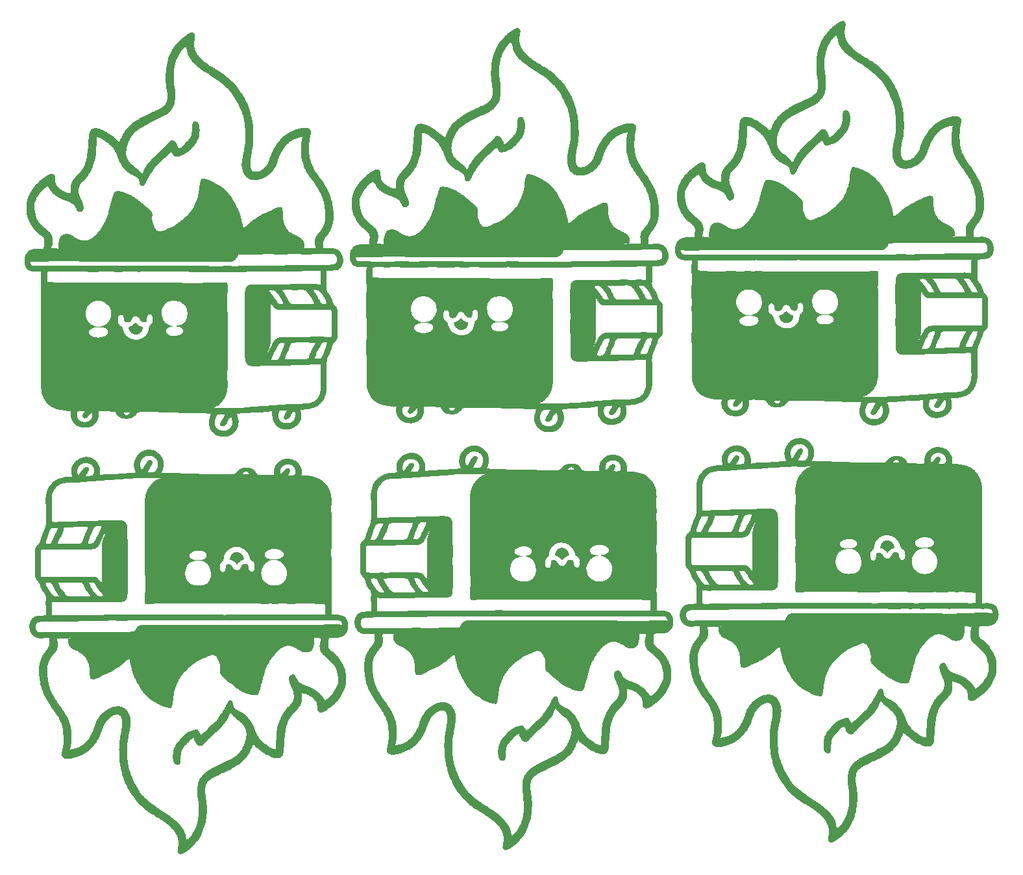
<source format=gbr>
%TF.GenerationSoftware,KiCad,Pcbnew,8.0.4*%
%TF.CreationDate,2024-08-25T22:48:33-07:00*%
%TF.ProjectId,SAOdumpsterfire-panel,53414f64-756d-4707-9374-657266697265,rev?*%
%TF.SameCoordinates,Original*%
%TF.FileFunction,Copper,L1,Top*%
%TF.FilePolarity,Positive*%
%FSLAX46Y46*%
G04 Gerber Fmt 4.6, Leading zero omitted, Abs format (unit mm)*
G04 Created by KiCad (PCBNEW 8.0.4) date 2024-08-25 22:48:33*
%MOMM*%
%LPD*%
G01*
G04 APERTURE LIST*
%TA.AperFunction,NonConductor*%
%ADD10C,0.000000*%
%TD*%
G04 APERTURE END LIST*
D10*
%TA.AperFunction,NonConductor*%
G36*
X119515463Y-124446576D02*
G01*
X119616474Y-124450906D01*
X119801416Y-124464459D01*
X119883203Y-124473304D01*
X119956436Y-124483273D01*
X120020043Y-124494179D01*
X120072954Y-124505829D01*
X120114093Y-124518036D01*
X120142391Y-124530611D01*
X120151388Y-124536976D01*
X120156774Y-124543362D01*
X120158413Y-124549744D01*
X120156170Y-124556100D01*
X120149914Y-124562404D01*
X120139509Y-124568635D01*
X120105715Y-124580778D01*
X120053717Y-124592339D01*
X119982445Y-124603127D01*
X119948190Y-124881209D01*
X119930830Y-125023077D01*
X119915702Y-125165771D01*
X119904598Y-125308498D01*
X119901116Y-125379626D01*
X119899310Y-125450464D01*
X119899407Y-125520916D01*
X119901628Y-125590878D01*
X119906200Y-125660255D01*
X119913344Y-125728945D01*
X119918243Y-125760783D01*
X119925018Y-125791436D01*
X119933566Y-125820982D01*
X119943783Y-125849495D01*
X119955567Y-125877050D01*
X119968814Y-125903725D01*
X119983420Y-125929594D01*
X119999283Y-125954733D01*
X120016300Y-125979219D01*
X120034365Y-126003124D01*
X120053379Y-126026528D01*
X120073235Y-126049503D01*
X120093830Y-126072127D01*
X120115064Y-126094474D01*
X120159029Y-126138642D01*
X120219427Y-126192633D01*
X120280632Y-126245129D01*
X120404754Y-126346799D01*
X120654929Y-126544943D01*
X120778168Y-126646048D01*
X120838710Y-126698121D01*
X120898301Y-126751595D01*
X120956760Y-126806756D01*
X121013917Y-126863895D01*
X121069593Y-126923303D01*
X121123612Y-126985269D01*
X121191893Y-127068266D01*
X121259001Y-127153317D01*
X121324844Y-127240283D01*
X121389327Y-127329028D01*
X121452359Y-127419412D01*
X121513846Y-127511298D01*
X121573696Y-127604548D01*
X121631815Y-127699024D01*
X121688107Y-127794587D01*
X121742486Y-127891101D01*
X121794852Y-127988427D01*
X121845117Y-128086426D01*
X121893186Y-128184961D01*
X121938964Y-128283895D01*
X121982362Y-128383088D01*
X122023283Y-128482402D01*
X122063948Y-128592121D01*
X122098813Y-128701727D01*
X122128307Y-128811291D01*
X122152863Y-128920880D01*
X122172913Y-129030566D01*
X122188886Y-129140411D01*
X122201217Y-129250489D01*
X122210335Y-129360866D01*
X122216673Y-129471613D01*
X122220660Y-129582796D01*
X122223312Y-129806744D01*
X122219409Y-130262897D01*
X122216005Y-130380392D01*
X122208143Y-130497204D01*
X122202416Y-130555310D01*
X122195424Y-130613186D01*
X122187117Y-130670813D01*
X122177444Y-130728177D01*
X122166357Y-130785251D01*
X122153804Y-130842021D01*
X122139737Y-130898466D01*
X122124105Y-130954566D01*
X122106857Y-131010301D01*
X122087942Y-131065653D01*
X122067313Y-131120604D01*
X122044918Y-131175131D01*
X121966171Y-131357689D01*
X121883843Y-131539828D01*
X121797161Y-131720544D01*
X121705361Y-131898831D01*
X121607672Y-132073680D01*
X121556378Y-132159504D01*
X121503323Y-132244089D01*
X121448411Y-132327314D01*
X121391548Y-132409050D01*
X121332636Y-132489173D01*
X121271578Y-132567557D01*
X121182050Y-132678935D01*
X121089465Y-132787755D01*
X120993983Y-132894074D01*
X120895769Y-132997950D01*
X120794988Y-133099441D01*
X120691802Y-133198607D01*
X120586375Y-133295505D01*
X120478870Y-133390194D01*
X120369450Y-133482731D01*
X120258281Y-133573176D01*
X120145525Y-133661587D01*
X120031345Y-133748020D01*
X119799372Y-133915192D01*
X119563667Y-134075159D01*
X119501607Y-134114265D01*
X119437543Y-134152961D01*
X119371697Y-134190316D01*
X119338174Y-134208199D01*
X119304287Y-134225397D01*
X119270066Y-134241793D01*
X119235537Y-134257271D01*
X119200728Y-134271714D01*
X119165667Y-134285005D01*
X119130381Y-134297030D01*
X119094896Y-134307669D01*
X119059243Y-134316808D01*
X119023448Y-134324329D01*
X119003260Y-134326747D01*
X118982906Y-134328127D01*
X118962428Y-134328485D01*
X118941875Y-134327847D01*
X118921288Y-134326227D01*
X118900715Y-134323646D01*
X118859786Y-134315684D01*
X118819451Y-134304118D01*
X118780070Y-134289109D01*
X118742003Y-134270813D01*
X118705614Y-134249390D01*
X118671259Y-134224996D01*
X118654958Y-134211737D01*
X118639303Y-134197793D01*
X118624336Y-134183187D01*
X118610105Y-134167937D01*
X118596654Y-134152064D01*
X118584026Y-134135587D01*
X118572269Y-134118527D01*
X118561428Y-134100902D01*
X118551546Y-134082734D01*
X118542669Y-134064041D01*
X118534845Y-134044843D01*
X118528116Y-134025160D01*
X118522526Y-134005013D01*
X118518123Y-133984420D01*
X118501865Y-133906475D01*
X118489911Y-133828208D01*
X118481344Y-133749774D01*
X118475253Y-133671324D01*
X118457311Y-133360448D01*
X118449859Y-133284225D01*
X118439390Y-133208910D01*
X118424988Y-133134654D01*
X118405739Y-133061610D01*
X118380727Y-132989931D01*
X118365775Y-132954652D01*
X118349039Y-132919771D01*
X118330404Y-132885310D01*
X118309758Y-132851284D01*
X118286984Y-132817717D01*
X118261968Y-132784624D01*
X118178307Y-132684445D01*
X118090008Y-132588452D01*
X117997289Y-132496837D01*
X117900372Y-132409791D01*
X117799474Y-132327510D01*
X117694818Y-132250186D01*
X117586622Y-132178014D01*
X117475106Y-132111186D01*
X117360490Y-132049893D01*
X117242994Y-131994333D01*
X117122838Y-131944695D01*
X117000241Y-131901175D01*
X116875423Y-131863964D01*
X116748605Y-131833259D01*
X116620007Y-131809248D01*
X116489846Y-131792128D01*
X116486149Y-132152852D01*
X116483307Y-132336458D01*
X116475452Y-132520186D01*
X116468625Y-132611619D01*
X116459319Y-132702508D01*
X116447127Y-132792664D01*
X116431645Y-132881895D01*
X116412459Y-132970009D01*
X116389165Y-133056816D01*
X116361353Y-133142124D01*
X116328619Y-133225744D01*
X116291210Y-133299973D01*
X116251219Y-133372248D01*
X116208826Y-133442700D01*
X116164217Y-133511453D01*
X116069087Y-133644383D01*
X115967302Y-133772063D01*
X115860337Y-133895517D01*
X115749662Y-134015773D01*
X115523083Y-134250788D01*
X115299350Y-134485312D01*
X115192234Y-134604955D01*
X115090250Y-134727550D01*
X114994871Y-134854124D01*
X114950118Y-134919224D01*
X114907570Y-134985703D01*
X114867408Y-135053689D01*
X114829819Y-135123313D01*
X114794985Y-135194700D01*
X114763093Y-135267977D01*
X114694940Y-135419904D01*
X114628941Y-135571512D01*
X114566260Y-135723529D01*
X114508072Y-135876684D01*
X114481027Y-135953917D01*
X114455543Y-136031705D01*
X114431767Y-136110142D01*
X114409845Y-136189318D01*
X114389921Y-136269325D01*
X114372146Y-136350253D01*
X114356661Y-136432191D01*
X114343615Y-136515235D01*
X114302753Y-136822707D01*
X114265499Y-137130563D01*
X114231859Y-137438795D01*
X114201842Y-137747397D01*
X114175457Y-138056358D01*
X114152712Y-138365669D01*
X114133614Y-138675325D01*
X114118172Y-138985317D01*
X114108297Y-139156355D01*
X114100769Y-139246417D01*
X114090734Y-139338223D01*
X114077608Y-139430816D01*
X114060803Y-139523232D01*
X114039739Y-139614511D01*
X114013829Y-139703694D01*
X113982487Y-139789815D01*
X113945129Y-139871918D01*
X113924010Y-139911161D01*
X113901170Y-139949039D01*
X113876533Y-139985431D01*
X113850026Y-140020218D01*
X113821577Y-140053279D01*
X113791112Y-140084493D01*
X113758559Y-140113742D01*
X113723843Y-140140905D01*
X113686891Y-140165862D01*
X113647633Y-140188491D01*
X113605993Y-140208675D01*
X113561899Y-140226290D01*
X113503069Y-140244939D01*
X113443171Y-140258940D01*
X113382377Y-140268583D01*
X113320861Y-140274160D01*
X113258798Y-140275960D01*
X113196360Y-140274277D01*
X113133722Y-140269403D01*
X113071056Y-140261628D01*
X113008540Y-140251244D01*
X112946343Y-140238542D01*
X112884641Y-140223813D01*
X112823608Y-140207347D01*
X112763418Y-140189440D01*
X112704243Y-140170380D01*
X112589640Y-140129967D01*
X112433389Y-140067485D01*
X112277693Y-140002407D01*
X112123374Y-139933782D01*
X111971245Y-139860648D01*
X111896259Y-139822091D01*
X111822127Y-139782050D01*
X111748952Y-139740403D01*
X111676837Y-139697032D01*
X111605883Y-139651815D01*
X111536192Y-139604635D01*
X111467868Y-139555371D01*
X111401010Y-139503904D01*
X111235204Y-139372321D01*
X111068106Y-139242734D01*
X110733236Y-138984969D01*
X110567071Y-138854499D01*
X110402817Y-138721444D01*
X110241280Y-138584660D01*
X110083260Y-138442999D01*
X109993821Y-138680443D01*
X109902204Y-138914376D01*
X109805714Y-139144105D01*
X109754797Y-139257175D01*
X109701650Y-139368934D01*
X109645934Y-139479293D01*
X109587312Y-139588167D01*
X109525448Y-139695469D01*
X109460003Y-139801109D01*
X109390639Y-139905007D01*
X109317021Y-140007069D01*
X109238810Y-140107212D01*
X109155670Y-140205348D01*
X109013440Y-140360556D01*
X108864508Y-140510320D01*
X108709352Y-140654728D01*
X108548455Y-140793863D01*
X108382293Y-140927813D01*
X108211350Y-141056663D01*
X108036099Y-141180498D01*
X107857025Y-141299406D01*
X107674606Y-141413472D01*
X107489322Y-141522783D01*
X107301650Y-141627421D01*
X107112071Y-141727476D01*
X106921067Y-141823031D01*
X106729114Y-141914174D01*
X106536692Y-142000990D01*
X106344281Y-142083566D01*
X106203227Y-142149526D01*
X106064258Y-142219167D01*
X105789142Y-142363275D01*
X105651277Y-142434633D01*
X105512064Y-142503456D01*
X105370640Y-142568187D01*
X105298832Y-142598534D01*
X105226149Y-142627277D01*
X105134540Y-142664250D01*
X105042006Y-142705003D01*
X104949126Y-142749504D01*
X104856481Y-142797722D01*
X104764648Y-142849623D01*
X104674210Y-142905179D01*
X104585745Y-142964355D01*
X104499833Y-143027122D01*
X104417054Y-143093447D01*
X104337987Y-143163297D01*
X104263212Y-143236641D01*
X104193308Y-143313449D01*
X104128856Y-143393687D01*
X104070436Y-143477325D01*
X104018626Y-143564330D01*
X103974006Y-143654672D01*
X103942253Y-143765745D01*
X103916370Y-143879399D01*
X103895998Y-143995283D01*
X103880774Y-144113049D01*
X103870341Y-144232350D01*
X103864335Y-144352834D01*
X103862397Y-144474156D01*
X103864165Y-144595964D01*
X103869278Y-144717911D01*
X103877375Y-144839650D01*
X103901081Y-145081102D01*
X103932392Y-145317533D01*
X103968421Y-145546152D01*
X103996405Y-145721480D01*
X104019740Y-145897940D01*
X104038585Y-146075371D01*
X104053104Y-146253614D01*
X104063456Y-146432506D01*
X104069799Y-146611886D01*
X104071111Y-146971478D01*
X104058320Y-147331100D01*
X104032711Y-147689472D01*
X103995570Y-148045304D01*
X103948180Y-148397319D01*
X103928166Y-148518598D01*
X103905356Y-148639032D01*
X103879844Y-148758648D01*
X103851732Y-148877466D01*
X103788098Y-149112806D01*
X103715236Y-149345243D01*
X103633936Y-149574964D01*
X103544977Y-149802156D01*
X103449149Y-150027010D01*
X103347237Y-150249711D01*
X103316023Y-150315099D01*
X103283395Y-150379616D01*
X103249388Y-150443280D01*
X103214048Y-150506104D01*
X103177410Y-150568100D01*
X103139514Y-150629287D01*
X103100402Y-150689674D01*
X103060115Y-150749280D01*
X103018688Y-150808116D01*
X102976166Y-150866196D01*
X102887991Y-150980153D01*
X102795905Y-151091260D01*
X102700228Y-151199638D01*
X102457446Y-151468210D01*
X102337242Y-151600546D01*
X102215318Y-151730174D01*
X102153125Y-151793644D01*
X102089798Y-151856040D01*
X102025099Y-151917234D01*
X101958796Y-151977091D01*
X101890652Y-152035478D01*
X101820434Y-152092266D01*
X101747904Y-152147322D01*
X101672829Y-152200514D01*
X101567292Y-152275157D01*
X101459972Y-152353358D01*
X101350723Y-152432457D01*
X101239395Y-152509798D01*
X101182906Y-152546979D01*
X101125843Y-152582723D01*
X101068186Y-152616699D01*
X101009919Y-152648573D01*
X100951021Y-152678015D01*
X100891475Y-152704689D01*
X100831262Y-152728268D01*
X100770364Y-152748415D01*
X100745335Y-152756082D01*
X100720278Y-152761846D01*
X100695252Y-152765762D01*
X100670313Y-152767886D01*
X100645522Y-152768276D01*
X100620934Y-152766984D01*
X100596608Y-152764067D01*
X100572602Y-152759582D01*
X100548975Y-152753583D01*
X100525784Y-152746128D01*
X100503087Y-152737270D01*
X100480944Y-152727066D01*
X100459409Y-152715572D01*
X100438543Y-152702844D01*
X100418404Y-152688936D01*
X100399049Y-152673906D01*
X100380537Y-152657809D01*
X100362926Y-152640699D01*
X100346273Y-152622634D01*
X100330637Y-152603668D01*
X100316074Y-152583858D01*
X100302644Y-152563258D01*
X100290404Y-152541927D01*
X100279413Y-152519918D01*
X100269731Y-152497288D01*
X100261411Y-152474091D01*
X100254514Y-152450384D01*
X100249098Y-152426222D01*
X100245222Y-152401663D01*
X100242941Y-152376761D01*
X100242316Y-152351571D01*
X100243402Y-152326149D01*
X100247750Y-152268784D01*
X100253577Y-152211572D01*
X100268792Y-152097501D01*
X100287276Y-151983726D01*
X100307266Y-151870032D01*
X100326994Y-151756207D01*
X100344695Y-151642037D01*
X100358599Y-151527314D01*
X100363576Y-151469677D01*
X100366941Y-151411821D01*
X100370270Y-151321954D01*
X100369853Y-151232222D01*
X100365784Y-151142709D01*
X100358164Y-151053505D01*
X100347086Y-150964693D01*
X100332651Y-150876359D01*
X100314954Y-150788590D01*
X100294093Y-150701470D01*
X100270164Y-150615087D01*
X100243266Y-150529525D01*
X100213494Y-150444872D01*
X100180947Y-150361213D01*
X100145722Y-150278633D01*
X100107913Y-150197218D01*
X100067622Y-150117054D01*
X100024943Y-150038229D01*
X99987640Y-149975791D01*
X99947856Y-149914351D01*
X99905810Y-149853870D01*
X99861717Y-149794317D01*
X99815796Y-149735654D01*
X99768265Y-149677847D01*
X99719341Y-149620863D01*
X99669243Y-149564666D01*
X99566393Y-149454494D01*
X99461458Y-149347054D01*
X99252299Y-149139258D01*
X99192927Y-149082002D01*
X99132629Y-149026837D01*
X99071464Y-148973564D01*
X99009485Y-148921982D01*
X98946749Y-148871894D01*
X98883313Y-148823099D01*
X98754565Y-148728591D01*
X98623691Y-148636865D01*
X98491140Y-148546326D01*
X98222804Y-148362427D01*
X98110554Y-148284288D01*
X97996938Y-148208511D01*
X97766426Y-148062618D01*
X97532904Y-147921912D01*
X97298008Y-147783554D01*
X97063372Y-147644706D01*
X96830634Y-147502528D01*
X96601430Y-147354183D01*
X96488664Y-147276813D01*
X96377395Y-147196835D01*
X96283776Y-147132997D01*
X96192778Y-147066968D01*
X96104158Y-146998912D01*
X96017673Y-146928990D01*
X95933082Y-146857367D01*
X95850144Y-146784206D01*
X95688247Y-146633926D01*
X95530049Y-146479461D01*
X95373607Y-146322114D01*
X95058249Y-146004016D01*
X95005689Y-145950049D01*
X94954469Y-145895231D01*
X94904487Y-145839613D01*
X94855646Y-145783240D01*
X94760976Y-145668436D01*
X94669661Y-145551212D01*
X94580897Y-145431956D01*
X94493883Y-145311067D01*
X94321901Y-145065953D01*
X94179076Y-144860787D01*
X94043148Y-144650202D01*
X93914017Y-144434605D01*
X93791582Y-144214398D01*
X93675739Y-143989988D01*
X93566386Y-143761776D01*
X93463420Y-143530171D01*
X93366741Y-143295578D01*
X93276245Y-143058398D01*
X93191831Y-142819040D01*
X93113394Y-142577906D01*
X93040837Y-142335403D01*
X92974053Y-142091934D01*
X92912940Y-141847906D01*
X92857399Y-141603721D01*
X92807325Y-141359786D01*
X92782272Y-141246560D01*
X92760794Y-141133521D01*
X92742544Y-141020626D01*
X92727170Y-140907831D01*
X92703654Y-140682370D01*
X92687451Y-140456794D01*
X92665791Y-140003927D01*
X92654741Y-139775948D01*
X92639814Y-139546481D01*
X92630430Y-139342514D01*
X92627043Y-139138880D01*
X92629103Y-138935527D01*
X92636062Y-138732394D01*
X92647375Y-138529426D01*
X92662489Y-138326563D01*
X92680858Y-138123750D01*
X92701935Y-137920930D01*
X92713376Y-137829965D01*
X92726827Y-137739456D01*
X92758556Y-137559536D01*
X92794735Y-137380630D01*
X92832975Y-137202199D01*
X92870889Y-137023705D01*
X92906087Y-136844602D01*
X92936181Y-136664356D01*
X92948568Y-136573634D01*
X92958783Y-136482424D01*
X92991696Y-136187114D01*
X93007981Y-136036958D01*
X93021600Y-135886108D01*
X93030638Y-135735288D01*
X93032842Y-135660119D01*
X93033183Y-135585230D01*
X93031420Y-135510713D01*
X93027318Y-135436660D01*
X93020635Y-135363161D01*
X93011131Y-135290307D01*
X93001848Y-135247023D01*
X92991238Y-135202926D01*
X92979255Y-135158265D01*
X92965851Y-135113288D01*
X92950972Y-135068247D01*
X92934572Y-135023390D01*
X92916602Y-134978965D01*
X92897013Y-134935222D01*
X92875755Y-134892414D01*
X92852780Y-134850786D01*
X92828038Y-134810590D01*
X92801479Y-134772076D01*
X92773057Y-134735491D01*
X92742719Y-134701085D01*
X92710419Y-134669109D01*
X92676108Y-134639812D01*
X92656084Y-134629647D01*
X92635555Y-134620460D01*
X92593119Y-134604910D01*
X92549053Y-134592919D01*
X92503614Y-134584247D01*
X92457057Y-134578656D01*
X92409641Y-134575903D01*
X92361623Y-134575749D01*
X92313256Y-134577955D01*
X92264800Y-134582277D01*
X92216510Y-134588480D01*
X92168645Y-134596319D01*
X92121459Y-134605556D01*
X92075209Y-134615950D01*
X92030152Y-134627261D01*
X91944645Y-134651673D01*
X91840172Y-134690623D01*
X91739283Y-134736268D01*
X91641981Y-134788207D01*
X91548268Y-134846037D01*
X91458147Y-134909355D01*
X91371616Y-134977758D01*
X91288681Y-135050844D01*
X91209343Y-135128209D01*
X91133605Y-135209451D01*
X91061465Y-135294167D01*
X90992930Y-135381956D01*
X90928000Y-135472411D01*
X90866676Y-135565133D01*
X90808962Y-135659717D01*
X90754859Y-135755762D01*
X90704368Y-135852864D01*
X90655827Y-135949877D01*
X90611114Y-136047911D01*
X90569655Y-136146802D01*
X90530882Y-136246398D01*
X90459089Y-136447062D01*
X90391159Y-136648632D01*
X90322507Y-136849842D01*
X90248556Y-137049424D01*
X90208162Y-137148209D01*
X90164724Y-137246111D01*
X90117672Y-137342973D01*
X90066432Y-137438635D01*
X90005969Y-137553032D01*
X89943182Y-137665898D01*
X89878114Y-137777244D01*
X89810813Y-137887075D01*
X89741323Y-137995404D01*
X89669693Y-138102234D01*
X89595965Y-138207575D01*
X89520188Y-138311438D01*
X89442408Y-138413825D01*
X89362669Y-138514750D01*
X89281017Y-138614219D01*
X89197501Y-138712240D01*
X89025056Y-138903972D01*
X88845698Y-139090012D01*
X88770320Y-139161951D01*
X88692207Y-139230781D01*
X88611565Y-139296665D01*
X88528606Y-139359764D01*
X88443535Y-139420243D01*
X88356564Y-139478261D01*
X88267898Y-139533984D01*
X88177749Y-139587573D01*
X88086324Y-139639190D01*
X87993830Y-139689000D01*
X87806476Y-139783841D01*
X87617357Y-139873399D01*
X87428139Y-139958973D01*
X87328579Y-140002411D01*
X87227107Y-140044108D01*
X87123908Y-140083848D01*
X87019165Y-140121413D01*
X86913060Y-140156587D01*
X86805775Y-140189150D01*
X86697495Y-140218885D01*
X86588403Y-140245573D01*
X86478680Y-140268998D01*
X86368511Y-140288942D01*
X86258078Y-140305188D01*
X86147564Y-140317517D01*
X86037153Y-140325710D01*
X85927026Y-140329551D01*
X85817367Y-140328821D01*
X85708360Y-140323306D01*
X85673423Y-140319955D01*
X85639051Y-140314654D01*
X85605298Y-140307466D01*
X85572221Y-140298454D01*
X85539875Y-140287678D01*
X85508316Y-140275203D01*
X85477596Y-140261089D01*
X85447771Y-140245400D01*
X85418895Y-140228197D01*
X85391024Y-140209544D01*
X85364214Y-140189502D01*
X85338516Y-140168134D01*
X85313988Y-140145503D01*
X85290686Y-140121669D01*
X85268660Y-140096698D01*
X85247969Y-140070649D01*
X85228666Y-140043585D01*
X85210806Y-140015571D01*
X85194444Y-139986667D01*
X85179635Y-139956936D01*
X85166434Y-139926439D01*
X85154895Y-139895242D01*
X85145074Y-139863402D01*
X85137027Y-139830985D01*
X85130803Y-139798054D01*
X85126464Y-139764668D01*
X85124060Y-139730895D01*
X85123648Y-139696791D01*
X85125284Y-139662422D01*
X85129019Y-139627850D01*
X85134911Y-139593135D01*
X85143013Y-139558343D01*
X85216900Y-139243868D01*
X85251680Y-139086925D01*
X85283391Y-138929653D01*
X85310817Y-138771663D01*
X85332740Y-138612562D01*
X85341255Y-138532471D01*
X85347937Y-138451955D01*
X85352634Y-138370964D01*
X85355193Y-138289450D01*
X85364464Y-137783962D01*
X85364346Y-137528820D01*
X85358682Y-137273306D01*
X85345692Y-137018351D01*
X85323589Y-136764876D01*
X85308562Y-136638982D01*
X85290591Y-136513805D01*
X85269448Y-136389461D01*
X85244914Y-136266065D01*
X85200099Y-136101088D01*
X85150283Y-135938534D01*
X85095605Y-135778351D01*
X85036204Y-135620491D01*
X84972212Y-135464905D01*
X84903768Y-135311544D01*
X84831010Y-135160358D01*
X84754075Y-135011299D01*
X84673099Y-134864319D01*
X84588219Y-134719366D01*
X84499574Y-134576393D01*
X84407298Y-134435351D01*
X84311531Y-134296189D01*
X84212408Y-134158858D01*
X84110065Y-134023312D01*
X84004642Y-133889500D01*
X83811808Y-133614695D01*
X83619899Y-133335134D01*
X83431670Y-133050717D01*
X83249881Y-132761335D01*
X83077283Y-132466880D01*
X82995295Y-132317719D01*
X82916637Y-132167250D01*
X82841657Y-132015459D01*
X82770697Y-131862335D01*
X82704103Y-131707863D01*
X82642220Y-131552030D01*
X82580257Y-131368476D01*
X82522862Y-131183764D01*
X82470008Y-130997964D01*
X82421664Y-130811145D01*
X82377802Y-130623378D01*
X82338392Y-130434733D01*
X82303410Y-130245277D01*
X82272823Y-130055081D01*
X82246602Y-129864214D01*
X82224723Y-129672745D01*
X82207153Y-129480745D01*
X82193866Y-129288282D01*
X82184830Y-129095427D01*
X82180020Y-128902249D01*
X82179406Y-128708817D01*
X82182959Y-128515199D01*
X82191264Y-128395220D01*
X82203097Y-128275627D01*
X82218472Y-128156530D01*
X82237399Y-128038035D01*
X82259895Y-127920252D01*
X82285968Y-127803289D01*
X82315633Y-127687255D01*
X82348901Y-127572256D01*
X82385784Y-127458404D01*
X82426294Y-127345803D01*
X82470443Y-127234565D01*
X82518245Y-127124799D01*
X82569710Y-127016610D01*
X82624852Y-126910106D01*
X82683684Y-126805400D01*
X82746215Y-126702595D01*
X82778942Y-126652236D01*
X82812869Y-126602877D01*
X82847809Y-126554373D01*
X82883572Y-126506578D01*
X82956809Y-126412538D01*
X83031071Y-126319592D01*
X83104839Y-126226581D01*
X83176606Y-126132342D01*
X83211264Y-126084401D01*
X83244854Y-126035717D01*
X83277186Y-125986144D01*
X83308073Y-125935538D01*
X83350339Y-125861649D01*
X83392320Y-125785193D01*
X83412704Y-125746098D01*
X83432418Y-125706477D01*
X83451263Y-125666372D01*
X83469041Y-125625817D01*
X83485550Y-125584852D01*
X83500592Y-125543519D01*
X83513967Y-125501854D01*
X83525476Y-125459898D01*
X83534921Y-125417688D01*
X83542101Y-125375261D01*
X83546816Y-125332660D01*
X83548869Y-125289921D01*
X83549301Y-125202101D01*
X83548008Y-125114476D01*
X83543547Y-124939551D01*
X83542034Y-124852120D01*
X83542098Y-124764625D01*
X83544568Y-124676996D01*
X83550268Y-124589171D01*
X83712206Y-124587863D01*
X83873173Y-124582880D01*
X84193525Y-124568146D01*
X84353583Y-124561519D01*
X84514009Y-124557467D01*
X84675139Y-124557557D01*
X84837307Y-124563346D01*
X84970496Y-124572354D01*
X85103220Y-124583445D01*
X85368020Y-124607405D01*
X85500472Y-124618031D01*
X85633211Y-124626263D01*
X85766424Y-124630977D01*
X85900300Y-124631055D01*
X85814546Y-124637257D01*
X85728966Y-124641191D01*
X85558245Y-124643723D01*
X85217957Y-124637680D01*
X85048046Y-124634961D01*
X84878060Y-124636349D01*
X84792986Y-124639498D01*
X84707830Y-124644771D01*
X84622567Y-124652537D01*
X84537180Y-124663157D01*
X84592061Y-125309728D01*
X84598809Y-125473682D01*
X84599207Y-125555168D01*
X84597155Y-125636123D01*
X84592301Y-125716396D01*
X84584295Y-125795831D01*
X84572788Y-125874281D01*
X84557425Y-125951590D01*
X84547302Y-125987377D01*
X84535572Y-126022767D01*
X84522317Y-126057777D01*
X84507619Y-126092420D01*
X84474219Y-126160658D01*
X84436024Y-126227590D01*
X84393691Y-126293328D01*
X84347873Y-126357984D01*
X84299226Y-126421665D01*
X84248402Y-126484483D01*
X84142847Y-126607973D01*
X84036440Y-126729336D01*
X83934417Y-126849458D01*
X83886686Y-126909327D01*
X83842013Y-126969217D01*
X83783284Y-127050589D01*
X83726817Y-127133700D01*
X83672789Y-127218485D01*
X83621371Y-127304882D01*
X83572733Y-127392828D01*
X83527047Y-127482263D01*
X83484486Y-127573124D01*
X83445223Y-127665347D01*
X83409426Y-127758871D01*
X83377270Y-127853632D01*
X83348925Y-127949569D01*
X83324563Y-128046620D01*
X83304356Y-128144721D01*
X83288475Y-128243812D01*
X83277095Y-128343829D01*
X83270382Y-128444709D01*
X83263357Y-128616206D01*
X83259325Y-128788204D01*
X83258728Y-128960479D01*
X83262009Y-129132812D01*
X83269607Y-129304981D01*
X83281966Y-129476765D01*
X83299526Y-129647943D01*
X83322731Y-129818296D01*
X83391438Y-130229528D01*
X83429813Y-130432918D01*
X83472968Y-130634737D01*
X83522468Y-130834922D01*
X83550090Y-130934379D01*
X83579887Y-131033404D01*
X83612056Y-131131985D01*
X83646793Y-131230118D01*
X83684296Y-131327793D01*
X83724760Y-131425001D01*
X83764108Y-131522456D01*
X83805625Y-131618346D01*
X83849157Y-131712808D01*
X83894547Y-131805980D01*
X83990291Y-131989002D01*
X84091622Y-132168506D01*
X84197306Y-132345589D01*
X84306105Y-132521349D01*
X84528110Y-132873273D01*
X84575759Y-132947234D01*
X84624630Y-133020276D01*
X84725361Y-133164114D01*
X84828954Y-133305809D01*
X84934062Y-133446385D01*
X85039333Y-133586863D01*
X85143419Y-133728262D01*
X85244969Y-133871609D01*
X85342634Y-134017925D01*
X85456911Y-134194173D01*
X85571114Y-134374169D01*
X85683078Y-134557730D01*
X85790634Y-134744677D01*
X85842081Y-134839364D01*
X85891614Y-134934830D01*
X85938960Y-135031053D01*
X85983849Y-135128011D01*
X86026012Y-135225680D01*
X86065176Y-135324037D01*
X86101070Y-135423062D01*
X86133423Y-135522731D01*
X86187356Y-135701624D01*
X86238388Y-135880098D01*
X86285248Y-136058721D01*
X86326668Y-136238054D01*
X86361382Y-136418664D01*
X86375828Y-136509623D01*
X86388123Y-136601114D01*
X86398105Y-136693206D01*
X86405620Y-136785969D01*
X86410507Y-136879473D01*
X86412607Y-136973792D01*
X86417906Y-137335205D01*
X86420433Y-137517497D01*
X86420981Y-137700021D01*
X86418125Y-137882151D01*
X86410445Y-138063267D01*
X86396516Y-138242746D01*
X86386763Y-138331679D01*
X86374915Y-138419971D01*
X86348818Y-138595225D01*
X86320563Y-138770348D01*
X86262544Y-139120726D01*
X86450143Y-139083915D01*
X86636564Y-139044265D01*
X86821021Y-138999593D01*
X86912269Y-138974692D01*
X87002731Y-138947715D01*
X87092311Y-138918392D01*
X87180908Y-138886448D01*
X87268426Y-138851610D01*
X87354767Y-138813608D01*
X87439831Y-138772163D01*
X87523521Y-138727008D01*
X87605738Y-138677868D01*
X87686387Y-138624469D01*
X87829448Y-138520319D01*
X87971219Y-138410393D01*
X88041113Y-138353241D01*
X88110076Y-138294611D01*
X88177908Y-138234500D01*
X88244404Y-138172892D01*
X88309362Y-138109779D01*
X88372581Y-138045150D01*
X88433855Y-137978996D01*
X88492987Y-137911308D01*
X88549769Y-137842071D01*
X88604003Y-137771280D01*
X88655484Y-137698921D01*
X88704010Y-137624986D01*
X88768143Y-137521583D01*
X88830746Y-137417149D01*
X88891860Y-137311765D01*
X88951527Y-137205515D01*
X89009787Y-137098477D01*
X89066679Y-136990738D01*
X89122249Y-136882377D01*
X89176533Y-136773476D01*
X89213132Y-136695852D01*
X89246791Y-136617467D01*
X89277935Y-136538438D01*
X89306996Y-136458873D01*
X89360576Y-136298579D01*
X89410960Y-136137464D01*
X89461570Y-135976416D01*
X89515839Y-135816315D01*
X89545415Y-135736897D01*
X89577191Y-135658048D01*
X89611594Y-135579878D01*
X89649053Y-135502497D01*
X89737657Y-135332125D01*
X89828799Y-135165017D01*
X89924291Y-135002082D01*
X89974236Y-134922462D01*
X90025951Y-134844226D01*
X90079660Y-134767487D01*
X90135593Y-134692358D01*
X90193974Y-134618953D01*
X90255033Y-134547385D01*
X90318996Y-134477769D01*
X90386090Y-134410216D01*
X90456542Y-134344842D01*
X90530576Y-134281758D01*
X90610248Y-134217925D01*
X90691427Y-134155352D01*
X90774101Y-134094270D01*
X90858258Y-134034910D01*
X90943882Y-133977499D01*
X91030959Y-133922268D01*
X91119480Y-133869451D01*
X91209431Y-133819271D01*
X91300795Y-133771965D01*
X91393560Y-133727758D01*
X91487714Y-133686882D01*
X91583244Y-133649568D01*
X91680135Y-133616044D01*
X91778374Y-133586541D01*
X91877949Y-133561291D01*
X91978846Y-133540520D01*
X92062245Y-133525979D01*
X92145666Y-133513415D01*
X92229029Y-133503082D01*
X92312263Y-133495240D01*
X92395289Y-133490147D01*
X92478028Y-133488060D01*
X92560406Y-133489235D01*
X92642344Y-133493932D01*
X92723768Y-133502408D01*
X92804600Y-133514921D01*
X92884764Y-133531728D01*
X92964183Y-133553087D01*
X93042778Y-133579255D01*
X93120476Y-133610489D01*
X93197197Y-133647049D01*
X93272867Y-133689191D01*
X93313967Y-133714451D01*
X93353791Y-133740998D01*
X93392362Y-133768786D01*
X93429703Y-133797773D01*
X93465838Y-133827915D01*
X93500794Y-133859170D01*
X93534591Y-133891493D01*
X93567253Y-133924839D01*
X93629270Y-133994437D01*
X93687037Y-134067610D01*
X93740742Y-134144017D01*
X93790577Y-134223304D01*
X93836732Y-134305128D01*
X93879395Y-134389141D01*
X93918758Y-134474993D01*
X93955013Y-134562339D01*
X93988346Y-134650829D01*
X94018949Y-134740118D01*
X94047014Y-134829855D01*
X94072727Y-134919697D01*
X94096971Y-135017355D01*
X94116274Y-135114357D01*
X94130981Y-135210799D01*
X94141434Y-135306779D01*
X94147977Y-135402388D01*
X94150955Y-135497726D01*
X94150709Y-135592889D01*
X94147586Y-135687973D01*
X94141926Y-135783073D01*
X94134073Y-135878285D01*
X94113167Y-136069431D01*
X94060167Y-136457299D01*
X94022226Y-136695597D01*
X93976759Y-136931981D01*
X93874508Y-137401819D01*
X93823350Y-137636679D01*
X93775923Y-137872439D01*
X93735036Y-138109803D01*
X93717927Y-138229306D01*
X93703509Y-138349472D01*
X93693278Y-138437956D01*
X93685703Y-138525753D01*
X93680510Y-138612964D01*
X93677422Y-138699687D01*
X93676467Y-138872066D01*
X93680650Y-139043682D01*
X93695656Y-139387808D01*
X93702096Y-139561904D01*
X93704904Y-139738411D01*
X93707626Y-139950280D01*
X93715296Y-140161836D01*
X93727955Y-140373033D01*
X93745646Y-140583822D01*
X93768408Y-140794151D01*
X93796282Y-141003973D01*
X93829309Y-141213237D01*
X93867530Y-141421896D01*
X93887001Y-141512418D01*
X93908659Y-141601887D01*
X93932338Y-141690405D01*
X93957870Y-141778087D01*
X94013821Y-141951361D01*
X94075171Y-142122564D01*
X94140578Y-142292557D01*
X94208701Y-142462198D01*
X94347727Y-142803862D01*
X94441745Y-143030616D01*
X94542774Y-143254909D01*
X94650165Y-143476699D01*
X94763275Y-143695943D01*
X94881455Y-143912605D01*
X95004061Y-144126640D01*
X95130445Y-144338010D01*
X95259960Y-144546671D01*
X95316611Y-144633392D01*
X95375261Y-144718021D01*
X95435812Y-144800686D01*
X95498174Y-144881518D01*
X95562248Y-144960649D01*
X95627942Y-145038209D01*
X95695159Y-145114332D01*
X95763803Y-145189145D01*
X95904996Y-145335367D01*
X96050762Y-145477925D01*
X96200341Y-145617864D01*
X96352969Y-145756234D01*
X96558730Y-145938077D01*
X96771546Y-146112596D01*
X96990506Y-146280782D01*
X97214700Y-146443620D01*
X97675145Y-146757204D01*
X98145595Y-147061252D01*
X98618759Y-147363664D01*
X99087351Y-147672340D01*
X99317654Y-147831497D01*
X99544084Y-147995181D01*
X99765725Y-148164385D01*
X99981669Y-148340092D01*
X100061362Y-148412713D01*
X100140172Y-148486876D01*
X100217972Y-148562566D01*
X100294628Y-148639768D01*
X100370013Y-148718473D01*
X100443995Y-148798665D01*
X100516448Y-148880332D01*
X100587237Y-148963458D01*
X100656236Y-149048033D01*
X100723313Y-149134042D01*
X100788340Y-149221473D01*
X100851186Y-149310312D01*
X100911721Y-149400546D01*
X100969816Y-149492160D01*
X101025341Y-149585142D01*
X101078165Y-149679481D01*
X101113161Y-149748650D01*
X101144129Y-149818440D01*
X101171541Y-149888787D01*
X101195871Y-149959624D01*
X101217584Y-150030887D01*
X101237157Y-150102509D01*
X101271762Y-150246573D01*
X101336007Y-150536138D01*
X101353783Y-150608447D01*
X101373189Y-150680592D01*
X101394694Y-150752509D01*
X101418769Y-150824131D01*
X101424774Y-150829370D01*
X101430744Y-150834223D01*
X101436683Y-150838693D01*
X101442587Y-150842779D01*
X101448458Y-150846481D01*
X101454297Y-150849797D01*
X101460101Y-150852729D01*
X101465873Y-150855278D01*
X101471609Y-150857441D01*
X101477312Y-150859219D01*
X101482982Y-150860614D01*
X101488617Y-150861625D01*
X101494218Y-150862250D01*
X101499784Y-150862492D01*
X101505317Y-150862349D01*
X101510814Y-150861821D01*
X101516276Y-150860910D01*
X101521704Y-150859613D01*
X101527098Y-150857933D01*
X101532456Y-150855868D01*
X101537777Y-150853418D01*
X101543064Y-150850584D01*
X101548316Y-150847366D01*
X101553532Y-150843764D01*
X101558712Y-150839777D01*
X101563856Y-150835405D01*
X101568964Y-150830648D01*
X101574036Y-150825508D01*
X101579072Y-150819984D01*
X101584071Y-150814074D01*
X101589033Y-150807780D01*
X101593959Y-150801101D01*
X101715643Y-150676468D01*
X101832477Y-150547656D01*
X101944324Y-150414817D01*
X102051046Y-150278112D01*
X102152506Y-150137692D01*
X102248562Y-149993715D01*
X102339080Y-149846335D01*
X102423921Y-149695707D01*
X102502946Y-149541989D01*
X102576018Y-149385333D01*
X102642997Y-149225896D01*
X102703749Y-149063835D01*
X102758131Y-148899304D01*
X102806009Y-148732456D01*
X102847243Y-148563452D01*
X102881695Y-148392443D01*
X102920817Y-148203612D01*
X102952174Y-148016234D01*
X102976308Y-147830092D01*
X102993763Y-147644967D01*
X103005083Y-147460645D01*
X103010814Y-147276907D01*
X103011498Y-147093537D01*
X103007678Y-146910318D01*
X102988709Y-146543470D01*
X102958255Y-146174625D01*
X102880301Y-145424012D01*
X102864641Y-145309455D01*
X102851638Y-145194818D01*
X102841215Y-145080111D01*
X102833297Y-144965352D01*
X102824675Y-144735741D01*
X102825162Y-144506103D01*
X102834157Y-144276565D01*
X102851053Y-144047248D01*
X102875243Y-143818274D01*
X102906126Y-143589766D01*
X102914896Y-143536077D01*
X102925478Y-143483100D01*
X102937835Y-143430832D01*
X102951930Y-143379265D01*
X102967725Y-143328394D01*
X102985186Y-143278211D01*
X103004274Y-143228711D01*
X103024954Y-143179888D01*
X103047187Y-143131736D01*
X103070937Y-143084249D01*
X103096168Y-143037419D01*
X103122843Y-142991242D01*
X103150925Y-142945712D01*
X103180374Y-142900822D01*
X103211159Y-142856564D01*
X103243242Y-142812936D01*
X103332692Y-142696497D01*
X103425834Y-142580919D01*
X103522885Y-142467385D01*
X103572945Y-142411756D01*
X103624066Y-142357082D01*
X103676275Y-142303513D01*
X103729599Y-142251196D01*
X103784065Y-142200278D01*
X103839703Y-142150912D01*
X103896539Y-142103240D01*
X103954602Y-142057415D01*
X104013916Y-142013583D01*
X104074513Y-141971894D01*
X104236870Y-141875854D01*
X104401049Y-141783689D01*
X104733869Y-141608877D01*
X105070941Y-141443240D01*
X105410236Y-141282567D01*
X105749729Y-141122649D01*
X106087390Y-140959269D01*
X106421190Y-140788219D01*
X106586008Y-140698502D01*
X106749100Y-140605285D01*
X107118245Y-140403280D01*
X107302561Y-140301692D01*
X107484314Y-140196366D01*
X107573672Y-140141515D01*
X107661718Y-140084790D01*
X107748228Y-140025875D01*
X107832979Y-139964455D01*
X107915746Y-139900218D01*
X107996307Y-139832849D01*
X108074435Y-139762035D01*
X108149909Y-139687461D01*
X108244171Y-139585463D01*
X108333390Y-139479847D01*
X108417738Y-139370839D01*
X108497395Y-139258664D01*
X108572531Y-139143548D01*
X108643324Y-139025718D01*
X108709947Y-138905399D01*
X108772577Y-138782819D01*
X108831387Y-138658201D01*
X108886552Y-138531772D01*
X108938245Y-138403760D01*
X108986645Y-138274389D01*
X109031923Y-138143884D01*
X109074257Y-138012474D01*
X109113820Y-137880381D01*
X109150786Y-137747834D01*
X109173977Y-137648428D01*
X109193700Y-137548684D01*
X109209774Y-137448726D01*
X109222021Y-137348677D01*
X109230260Y-137248655D01*
X109234310Y-137148783D01*
X109233995Y-137049184D01*
X109229130Y-136949978D01*
X109219539Y-136851287D01*
X109205039Y-136753233D01*
X109185453Y-136655938D01*
X109160599Y-136559525D01*
X109130297Y-136464110D01*
X109094369Y-136369821D01*
X109052633Y-136276777D01*
X109004910Y-136185101D01*
X108953093Y-136094025D01*
X108897772Y-136007905D01*
X108839178Y-135926300D01*
X108777539Y-135848769D01*
X108713082Y-135774869D01*
X108646035Y-135704159D01*
X108576627Y-135636197D01*
X108505084Y-135570542D01*
X108431636Y-135506753D01*
X108356509Y-135444386D01*
X108202135Y-135322155D01*
X107883287Y-135075340D01*
X107829822Y-135032241D01*
X107778650Y-134987832D01*
X107729493Y-134942243D01*
X107682078Y-134895604D01*
X107636126Y-134848045D01*
X107591362Y-134799695D01*
X107504295Y-134701143D01*
X107332269Y-134500269D01*
X107242893Y-134400023D01*
X107196400Y-134350404D01*
X107148333Y-134301292D01*
X107075670Y-134451685D01*
X107007792Y-134600255D01*
X106876217Y-134891688D01*
X106807429Y-135034440D01*
X106771174Y-135105049D01*
X106733253Y-135175138D01*
X106693350Y-135244698D01*
X106651144Y-135313725D01*
X106606319Y-135382211D01*
X106558556Y-135450147D01*
X106450637Y-135594081D01*
X106340630Y-135735686D01*
X106228022Y-135874658D01*
X106112298Y-136010694D01*
X105992943Y-136143491D01*
X105869441Y-136272746D01*
X105805973Y-136335952D01*
X105741275Y-136398157D01*
X105675284Y-136459328D01*
X105607932Y-136519424D01*
X105438779Y-136672555D01*
X105270883Y-136827101D01*
X104937890Y-137139296D01*
X104276223Y-137768075D01*
X104224801Y-137816964D01*
X104174574Y-137867175D01*
X104125350Y-137918486D01*
X104076934Y-137970677D01*
X103981746Y-138076830D01*
X103887460Y-138183884D01*
X103792518Y-138290086D01*
X103695367Y-138393689D01*
X103645477Y-138443968D01*
X103594454Y-138492940D01*
X103542101Y-138540385D01*
X103488224Y-138586088D01*
X103468002Y-138603316D01*
X103447021Y-138618527D01*
X103425345Y-138631786D01*
X103403030Y-138643155D01*
X103380133Y-138652696D01*
X103356715Y-138660472D01*
X103332832Y-138666543D01*
X103308544Y-138670974D01*
X103283908Y-138673827D01*
X103258982Y-138675163D01*
X103233825Y-138675046D01*
X103208496Y-138673537D01*
X103183052Y-138670699D01*
X103157551Y-138666594D01*
X103132053Y-138661285D01*
X103106615Y-138654835D01*
X103056152Y-138638756D01*
X103006632Y-138618856D01*
X102958518Y-138595637D01*
X102912277Y-138569596D01*
X102868374Y-138541232D01*
X102827278Y-138511042D01*
X102789452Y-138479530D01*
X102755364Y-138447190D01*
X102720992Y-138401758D01*
X102688914Y-138354340D01*
X102658910Y-138305158D01*
X102630757Y-138254432D01*
X102604232Y-138202386D01*
X102579111Y-138149241D01*
X102555173Y-138095218D01*
X102532192Y-138040541D01*
X102445404Y-137819712D01*
X102401970Y-137711134D01*
X102379463Y-137658080D01*
X102356130Y-137606147D01*
X102304753Y-137630018D01*
X102255233Y-137654338D01*
X102207449Y-137679232D01*
X102161280Y-137704820D01*
X102116604Y-137731226D01*
X102073298Y-137758573D01*
X102031242Y-137786982D01*
X101990313Y-137816579D01*
X101950390Y-137847484D01*
X101911353Y-137879820D01*
X101873077Y-137913712D01*
X101835443Y-137949279D01*
X101798327Y-137986645D01*
X101761610Y-138025935D01*
X101725170Y-138067269D01*
X101688881Y-138110771D01*
X101630197Y-138180976D01*
X101568464Y-138250662D01*
X101438641Y-138389335D01*
X101304989Y-138528514D01*
X101173088Y-138669927D01*
X101109537Y-138742009D01*
X101048517Y-138815297D01*
X100990722Y-138890007D01*
X100936850Y-138966354D01*
X100887601Y-139044553D01*
X100843670Y-139124820D01*
X100823917Y-139165797D01*
X100805754Y-139207371D01*
X100789271Y-139249571D01*
X100774552Y-139292422D01*
X100742827Y-139393370D01*
X100717515Y-139494870D01*
X100697794Y-139596823D01*
X100682847Y-139699127D01*
X100671854Y-139801680D01*
X100663999Y-139904381D01*
X100654416Y-140109823D01*
X100647550Y-140314643D01*
X100636847Y-140518031D01*
X100628011Y-140618935D01*
X100615756Y-140719178D01*
X100599269Y-140818657D01*
X100577727Y-140917274D01*
X100572968Y-140939676D01*
X100566969Y-140960586D01*
X100559785Y-140980048D01*
X100551472Y-140998108D01*
X100542078Y-141014811D01*
X100531659Y-141030201D01*
X100520270Y-141044325D01*
X100507963Y-141057227D01*
X100494793Y-141068951D01*
X100480813Y-141079545D01*
X100466075Y-141089051D01*
X100450635Y-141097516D01*
X100434544Y-141104985D01*
X100417857Y-141111502D01*
X100400627Y-141117113D01*
X100382909Y-141121864D01*
X100364753Y-141125799D01*
X100346218Y-141128963D01*
X100327355Y-141131400D01*
X100308214Y-141133158D01*
X100269324Y-141134813D01*
X100229978Y-141134286D01*
X100190603Y-141131938D01*
X100151629Y-141128134D01*
X100113480Y-141123229D01*
X100076590Y-141117588D01*
X100052164Y-141111303D01*
X100028736Y-141103488D01*
X100006281Y-141094209D01*
X99984777Y-141083537D01*
X99964202Y-141071537D01*
X99944533Y-141058279D01*
X99925748Y-141043830D01*
X99907824Y-141028259D01*
X99890742Y-141011635D01*
X99874476Y-140994024D01*
X99859003Y-140975496D01*
X99844305Y-140956117D01*
X99830356Y-140935957D01*
X99817133Y-140915085D01*
X99804617Y-140893566D01*
X99792782Y-140871469D01*
X99771074Y-140825818D01*
X99751828Y-140778675D01*
X99734867Y-140730586D01*
X99720009Y-140682095D01*
X99707078Y-140633747D01*
X99695895Y-140586087D01*
X99686280Y-140539661D01*
X99678054Y-140495013D01*
X99663110Y-140352240D01*
X99652753Y-140209133D01*
X99647273Y-140065962D01*
X99646951Y-139922998D01*
X99652080Y-139780512D01*
X99662941Y-139638777D01*
X99679821Y-139498061D01*
X99703008Y-139358639D01*
X99732787Y-139220777D01*
X99769446Y-139084749D01*
X99813268Y-138950825D01*
X99864543Y-138819278D01*
X99923554Y-138690375D01*
X99990589Y-138564390D01*
X100065935Y-138441593D01*
X100149878Y-138322254D01*
X100325583Y-138090765D01*
X100510157Y-137858850D01*
X100606167Y-137744360D01*
X100704871Y-137631714D01*
X100806430Y-137521561D01*
X100911005Y-137414555D01*
X101018751Y-137311342D01*
X101129831Y-137212576D01*
X101244404Y-137118906D01*
X101362628Y-137030981D01*
X101484664Y-136949453D01*
X101610671Y-136874971D01*
X101740809Y-136808185D01*
X101875236Y-136749747D01*
X101992701Y-136704170D01*
X102115859Y-136658782D01*
X102243204Y-136616322D01*
X102307977Y-136597046D01*
X102373232Y-136579528D01*
X102438783Y-136564116D01*
X102504439Y-136551146D01*
X102570014Y-136540964D01*
X102635317Y-136533911D01*
X102700165Y-136530331D01*
X102764365Y-136530565D01*
X102827731Y-136534957D01*
X102890075Y-136543848D01*
X102921540Y-136578106D01*
X102951880Y-136613536D01*
X102981196Y-136650018D01*
X103009588Y-136687431D01*
X103037159Y-136725652D01*
X103064009Y-136764564D01*
X103115950Y-136843971D01*
X103166224Y-136924688D01*
X103215639Y-137005745D01*
X103265004Y-137086184D01*
X103315132Y-137165034D01*
X103406191Y-137098204D01*
X103495663Y-137030065D01*
X103583598Y-136960488D01*
X103670045Y-136889339D01*
X103755051Y-136816490D01*
X103838667Y-136741807D01*
X103920942Y-136665163D01*
X104001925Y-136586425D01*
X104098977Y-136491856D01*
X104196796Y-136399670D01*
X104393678Y-136220464D01*
X104785038Y-135868834D01*
X104975294Y-135688473D01*
X105068145Y-135595422D01*
X105159123Y-135499796D01*
X105247965Y-135401098D01*
X105334411Y-135298833D01*
X105418194Y-135192505D01*
X105499050Y-135081617D01*
X105797157Y-134657172D01*
X105946730Y-134441872D01*
X106093105Y-134223825D01*
X106233623Y-134002506D01*
X106300855Y-133890458D01*
X106365626Y-133777393D01*
X106427604Y-133663249D01*
X106486456Y-133547961D01*
X106541851Y-133431460D01*
X106593457Y-133313685D01*
X106657340Y-133178641D01*
X106692169Y-133109176D01*
X106710571Y-133074649D01*
X106729731Y-133040519D01*
X106749725Y-133006988D01*
X106770630Y-132974252D01*
X106792519Y-132942507D01*
X106815471Y-132911952D01*
X106839558Y-132882782D01*
X106864861Y-132855196D01*
X106891450Y-132829391D01*
X106919402Y-132805566D01*
X106932318Y-132795568D01*
X106945658Y-132786256D01*
X106959389Y-132777628D01*
X106973481Y-132769687D01*
X106987904Y-132762434D01*
X107002626Y-132755869D01*
X107017615Y-132749994D01*
X107032843Y-132744810D01*
X107048278Y-132740319D01*
X107063888Y-132736521D01*
X107079643Y-132733416D01*
X107095511Y-132731010D01*
X107111462Y-132729298D01*
X107127464Y-132728284D01*
X107143488Y-132727968D01*
X107159502Y-132728355D01*
X107175475Y-132729442D01*
X107191376Y-132731231D01*
X107207174Y-132733725D01*
X107222840Y-132736923D01*
X107238339Y-132740828D01*
X107253644Y-132745439D01*
X107268722Y-132750759D01*
X107283544Y-132756788D01*
X107298076Y-132763528D01*
X107312289Y-132770978D01*
X107326152Y-132779142D01*
X107339634Y-132788021D01*
X107352703Y-132797615D01*
X107365330Y-132807925D01*
X107377483Y-132818951D01*
X107389131Y-132830697D01*
X107409804Y-132875206D01*
X107427826Y-132920941D01*
X107443565Y-132967741D01*
X107457378Y-133015439D01*
X107469630Y-133063874D01*
X107480682Y-133112882D01*
X107500630Y-133211959D01*
X107520122Y-133311363D01*
X107542050Y-133409786D01*
X107554833Y-133458221D01*
X107569311Y-133505919D01*
X107585846Y-133552719D01*
X107604801Y-133598454D01*
X107611842Y-133612018D01*
X107619344Y-133625359D01*
X107635655Y-133651383D01*
X107653592Y-133676543D01*
X107673005Y-133700859D01*
X107693752Y-133724349D01*
X107715686Y-133747032D01*
X107738664Y-133768923D01*
X107762540Y-133790046D01*
X107787168Y-133810415D01*
X107812404Y-133830050D01*
X107838101Y-133848970D01*
X107864114Y-133867193D01*
X107890300Y-133884736D01*
X107916513Y-133901619D01*
X107968438Y-133933479D01*
X108082305Y-133996229D01*
X108196910Y-134055314D01*
X108426301Y-134169562D01*
X108540071Y-134228255D01*
X108652550Y-134290351D01*
X108708145Y-134323227D01*
X108763229Y-134357616D01*
X108817735Y-134393740D01*
X108871602Y-134431817D01*
X108923059Y-134470554D01*
X108973794Y-134510305D01*
X109023819Y-134551021D01*
X109073147Y-134592653D01*
X109121794Y-134635153D01*
X109169770Y-134678469D01*
X109263767Y-134767361D01*
X109355244Y-134858935D01*
X109444309Y-134952801D01*
X109531067Y-135048563D01*
X109615625Y-135145830D01*
X109683980Y-135230665D01*
X109748426Y-135318992D01*
X109809254Y-135410466D01*
X109866763Y-135504737D01*
X109921244Y-135601451D01*
X109972995Y-135700262D01*
X110022307Y-135800818D01*
X110069477Y-135902773D01*
X110158564Y-136109470D01*
X110242614Y-136317560D01*
X110405019Y-136726717D01*
X110436933Y-136804147D01*
X110470610Y-136880471D01*
X110505994Y-136955729D01*
X110543032Y-137029956D01*
X110581668Y-137103197D01*
X110621848Y-137175484D01*
X110663520Y-137246861D01*
X110706629Y-137317364D01*
X110796937Y-137455906D01*
X110892341Y-137591423D01*
X110992408Y-137724226D01*
X111096702Y-137854624D01*
X111155736Y-137924315D01*
X111217999Y-137991650D01*
X111283186Y-138056805D01*
X111350987Y-138119956D01*
X111421100Y-138181285D01*
X111493217Y-138240968D01*
X111567035Y-138299183D01*
X111642244Y-138356107D01*
X111795622Y-138466797D01*
X111950908Y-138574460D01*
X112105652Y-138680518D01*
X112257411Y-138786395D01*
X112351076Y-138849430D01*
X112397704Y-138879231D01*
X112444388Y-138907615D01*
X112491273Y-138934374D01*
X112538503Y-138959304D01*
X112586220Y-138982199D01*
X112634571Y-139002854D01*
X112683700Y-139021065D01*
X112733749Y-139036623D01*
X112784863Y-139049325D01*
X112837187Y-139058965D01*
X112890863Y-139065337D01*
X112946039Y-139068237D01*
X113002856Y-139067456D01*
X113061460Y-139062793D01*
X113081821Y-138607479D01*
X113105521Y-138152300D01*
X113128305Y-137697121D01*
X113145917Y-137241808D01*
X113151270Y-137120482D01*
X113160147Y-136999169D01*
X113172375Y-136877937D01*
X113187783Y-136756849D01*
X113206194Y-136635970D01*
X113227441Y-136515363D01*
X113277741Y-136275226D01*
X113337300Y-136036952D01*
X113404736Y-135801060D01*
X113478666Y-135568061D01*
X113557709Y-135338474D01*
X113596037Y-135233552D01*
X113637607Y-135129505D01*
X113682223Y-135026350D01*
X113729692Y-134924110D01*
X113779819Y-134822809D01*
X113832411Y-134722465D01*
X113887271Y-134623100D01*
X113944207Y-134524736D01*
X114063529Y-134331096D01*
X114188821Y-134141719D01*
X114318530Y-133956774D01*
X114451101Y-133776434D01*
X114496245Y-133718212D01*
X114544434Y-133662145D01*
X114595147Y-133607884D01*
X114647862Y-133555079D01*
X114757210Y-133452447D01*
X114868309Y-133351459D01*
X114923211Y-133300710D01*
X114976987Y-133249327D01*
X115029114Y-133196960D01*
X115079072Y-133143261D01*
X115126339Y-133087880D01*
X115170392Y-133030473D01*
X115210713Y-132970686D01*
X115229311Y-132939791D01*
X115246779Y-132908172D01*
X115278929Y-132836451D01*
X115307853Y-132763256D01*
X115333540Y-132688751D01*
X115355987Y-132613098D01*
X115375187Y-132536459D01*
X115391131Y-132458997D01*
X115403820Y-132380875D01*
X115413240Y-132302254D01*
X115419390Y-132223297D01*
X115422262Y-132144169D01*
X115421851Y-132065030D01*
X115418149Y-131986045D01*
X115411150Y-131907372D01*
X115400849Y-131829178D01*
X115387240Y-131751624D01*
X115370316Y-131674870D01*
X115341837Y-131561436D01*
X115306427Y-131448263D01*
X115265322Y-131335272D01*
X115219753Y-131222383D01*
X115120154Y-130996586D01*
X115017496Y-130770225D01*
X114968103Y-130656632D01*
X114921643Y-130542655D01*
X114879352Y-130428213D01*
X114842460Y-130313226D01*
X114812202Y-130197614D01*
X114789810Y-130081296D01*
X114781948Y-130022847D01*
X114776517Y-129964190D01*
X114773668Y-129905316D01*
X114773556Y-129846216D01*
X114774234Y-129814271D01*
X114777122Y-129783232D01*
X114782132Y-129753110D01*
X114789180Y-129723921D01*
X114798176Y-129695682D01*
X114809034Y-129668407D01*
X114821664Y-129642114D01*
X114835983Y-129616815D01*
X114851898Y-129592529D01*
X114869328Y-129569269D01*
X114888181Y-129547050D01*
X114908369Y-129525889D01*
X114929808Y-129505801D01*
X114952409Y-129486801D01*
X114976083Y-129468907D01*
X115000746Y-129452130D01*
X115026308Y-129436490D01*
X115052682Y-129421998D01*
X115079782Y-129408672D01*
X115107519Y-129396529D01*
X115135806Y-129385582D01*
X115164555Y-129375847D01*
X115193679Y-129367340D01*
X115223093Y-129360076D01*
X115252704Y-129354071D01*
X115282430Y-129349339D01*
X115312182Y-129345897D01*
X115341871Y-129343759D01*
X115371411Y-129342944D01*
X115400714Y-129343462D01*
X115429693Y-129345332D01*
X115458262Y-129348569D01*
X115485651Y-129373082D01*
X115511737Y-129398925D01*
X115536610Y-129426012D01*
X115560365Y-129454255D01*
X115604879Y-129513855D01*
X115646011Y-129577019D01*
X115684494Y-129643047D01*
X115721058Y-129711234D01*
X115791361Y-129851272D01*
X115862776Y-129991508D01*
X115900732Y-130059941D01*
X115941161Y-130126313D01*
X115984794Y-130189919D01*
X116032370Y-130250058D01*
X116057862Y-130278606D01*
X116084612Y-130306026D01*
X116112716Y-130332225D01*
X116142259Y-130357118D01*
X116208333Y-130407860D01*
X116277554Y-130455537D01*
X116349584Y-130500378D01*
X116424085Y-130542604D01*
X116500722Y-130582442D01*
X116579155Y-130620117D01*
X116659049Y-130655853D01*
X116740066Y-130689876D01*
X116904117Y-130753678D01*
X117068608Y-130813327D01*
X117388122Y-130927355D01*
X117481413Y-130962313D01*
X117573840Y-130999398D01*
X117665341Y-131038617D01*
X117755851Y-131079966D01*
X117845311Y-131123450D01*
X117933659Y-131169073D01*
X118020829Y-131216834D01*
X118106762Y-131266734D01*
X118191394Y-131318778D01*
X118274663Y-131372969D01*
X118356508Y-131429305D01*
X118436865Y-131487791D01*
X118515672Y-131548428D01*
X118592865Y-131611218D01*
X118668385Y-131676164D01*
X118742168Y-131743266D01*
X118797482Y-131797102D01*
X118850733Y-131853477D01*
X118902101Y-131912138D01*
X118951764Y-131972823D01*
X118999902Y-132035282D01*
X119046693Y-132099253D01*
X119092318Y-132164481D01*
X119136952Y-132230711D01*
X119479911Y-132765784D01*
X119625712Y-132654199D01*
X119767445Y-132538503D01*
X119904854Y-132418668D01*
X120037680Y-132294673D01*
X120165670Y-132166496D01*
X120288564Y-132034109D01*
X120406107Y-131897492D01*
X120518043Y-131756621D01*
X120624113Y-131611473D01*
X120724064Y-131462023D01*
X120817635Y-131308248D01*
X120904573Y-131150125D01*
X120984619Y-130987630D01*
X121057518Y-130820740D01*
X121123013Y-130649431D01*
X121180845Y-130473681D01*
X121197571Y-130404322D01*
X121210250Y-130334250D01*
X121219176Y-130263569D01*
X121224631Y-130192383D01*
X121226911Y-130120795D01*
X121226301Y-130048912D01*
X121223092Y-129976835D01*
X121217574Y-129904671D01*
X121210037Y-129832524D01*
X121200768Y-129760497D01*
X121178195Y-129617222D01*
X121152171Y-129475680D01*
X121125010Y-129336709D01*
X121051799Y-129020419D01*
X121010330Y-128860794D01*
X120963341Y-128702430D01*
X120937243Y-128624246D01*
X120909123Y-128547010D01*
X120878767Y-128470930D01*
X120845964Y-128396219D01*
X120810497Y-128323088D01*
X120772155Y-128251746D01*
X120730723Y-128182403D01*
X120685988Y-128115270D01*
X120616275Y-128022196D01*
X120542709Y-127931585D01*
X120465676Y-127843277D01*
X120385558Y-127757117D01*
X120302743Y-127672948D01*
X120217613Y-127590616D01*
X120130551Y-127509962D01*
X120041945Y-127430831D01*
X119861630Y-127276510D01*
X119679746Y-127126400D01*
X119323568Y-126833814D01*
X119254916Y-126772151D01*
X119190838Y-126706447D01*
X119131361Y-126636994D01*
X119076512Y-126564087D01*
X119026317Y-126488017D01*
X118980802Y-126409081D01*
X118939995Y-126327569D01*
X118903920Y-126243777D01*
X118872606Y-126157997D01*
X118846080Y-126070523D01*
X118824366Y-125981648D01*
X118807492Y-125891665D01*
X118795485Y-125800868D01*
X118788372Y-125709550D01*
X118786178Y-125618007D01*
X118788933Y-125526528D01*
X118793550Y-125471150D01*
X118799481Y-125415738D01*
X118814820Y-125304884D01*
X118834056Y-125194093D01*
X118856284Y-125083499D01*
X118880606Y-124973233D01*
X118906121Y-124863424D01*
X118957137Y-124645704D01*
X118900470Y-124635860D01*
X118839870Y-124628070D01*
X118709979Y-124617192D01*
X118437209Y-124604034D01*
X118306774Y-124595910D01*
X118245766Y-124590187D01*
X118188601Y-124582867D01*
X118136054Y-124573586D01*
X118088907Y-124561981D01*
X118047935Y-124547684D01*
X118013917Y-124530332D01*
X118010975Y-124529361D01*
X118013625Y-124528038D01*
X118034665Y-124524422D01*
X118132460Y-124514016D01*
X118290750Y-124500663D01*
X118492978Y-124485920D01*
X118722590Y-124471343D01*
X118963033Y-124458482D01*
X119197749Y-124448894D01*
X119410186Y-124444130D01*
X119515463Y-124446576D01*
G37*
%TD.AperFunction*%
%TA.AperFunction,NonConductor*%
G36*
X107975508Y-113379173D02*
G01*
X108029088Y-113383038D01*
X108081839Y-113389725D01*
X108133686Y-113399167D01*
X108184553Y-113411295D01*
X108234366Y-113426040D01*
X108283053Y-113443333D01*
X108330535Y-113463108D01*
X108376743Y-113485293D01*
X108421597Y-113509821D01*
X108465027Y-113536624D01*
X108506955Y-113565633D01*
X108547309Y-113596780D01*
X108586015Y-113629993D01*
X108622994Y-113665208D01*
X108658177Y-113702355D01*
X108691486Y-113741364D01*
X108722850Y-113782167D01*
X108752191Y-113824697D01*
X108779434Y-113868883D01*
X108804509Y-113914659D01*
X108827337Y-113961955D01*
X108847846Y-114010703D01*
X108865961Y-114060833D01*
X108881607Y-114112277D01*
X108894709Y-114164969D01*
X108905196Y-114218835D01*
X108912988Y-114273812D01*
X108918015Y-114329830D01*
X108846491Y-114360236D01*
X108778001Y-114391394D01*
X108712282Y-114423429D01*
X108649068Y-114456473D01*
X108588096Y-114490653D01*
X108529103Y-114526099D01*
X108471825Y-114562938D01*
X108415997Y-114601300D01*
X108361356Y-114641314D01*
X108307638Y-114683108D01*
X108254579Y-114726809D01*
X108201916Y-114772550D01*
X108149384Y-114820455D01*
X108096719Y-114870657D01*
X108043656Y-114923282D01*
X107989935Y-114978460D01*
X107938512Y-114920683D01*
X107887859Y-114865469D01*
X107837613Y-114812844D01*
X107787414Y-114762835D01*
X107736894Y-114715469D01*
X107685697Y-114670774D01*
X107633457Y-114628773D01*
X107579812Y-114589496D01*
X107524402Y-114552970D01*
X107466863Y-114519219D01*
X107406830Y-114488274D01*
X107343946Y-114460158D01*
X107277843Y-114434899D01*
X107208165Y-114412525D01*
X107134544Y-114393060D01*
X107056620Y-114376534D01*
X107064690Y-114292385D01*
X107076712Y-114209530D01*
X107092852Y-114128341D01*
X107113281Y-114049188D01*
X107138169Y-113972443D01*
X107167680Y-113898477D01*
X107201987Y-113827659D01*
X107241259Y-113760365D01*
X107285662Y-113696962D01*
X107309841Y-113666837D01*
X107335367Y-113637823D01*
X107362259Y-113609969D01*
X107390541Y-113583320D01*
X107420233Y-113557922D01*
X107451355Y-113533823D01*
X107483929Y-113511066D01*
X107517975Y-113489701D01*
X107553516Y-113469773D01*
X107590573Y-113451329D01*
X107629166Y-113434414D01*
X107669316Y-113419077D01*
X107711044Y-113405362D01*
X107754372Y-113393314D01*
X107810529Y-113385203D01*
X107866153Y-113380187D01*
X107921170Y-113378199D01*
X107975508Y-113379173D01*
G37*
%TD.AperFunction*%
%TA.AperFunction,NonConductor*%
G36*
X150607722Y-74058819D02*
G01*
X150577887Y-74068553D01*
X150549448Y-74079530D01*
X150522338Y-74091692D01*
X150496486Y-74104985D01*
X150471820Y-74119353D01*
X150448272Y-74134741D01*
X150425769Y-74151094D01*
X150404242Y-74168359D01*
X150383621Y-74186476D01*
X150363838Y-74205395D01*
X150344818Y-74225056D01*
X150326493Y-74245407D01*
X150291647Y-74287956D01*
X150258739Y-74332599D01*
X150227204Y-74378894D01*
X150196480Y-74426399D01*
X150135221Y-74523273D01*
X150103560Y-74571760D01*
X150070461Y-74619690D01*
X150035364Y-74666622D01*
X149997703Y-74712115D01*
X149900658Y-74749946D01*
X149802492Y-74781126D01*
X149703313Y-74806255D01*
X149603224Y-74825927D01*
X149502334Y-74840741D01*
X149400749Y-74851294D01*
X149298577Y-74858181D01*
X149195920Y-74862002D01*
X148370057Y-74853799D01*
X138252417Y-74857989D01*
X137164850Y-74854084D01*
X136076957Y-74856594D01*
X134989196Y-74853868D01*
X133902022Y-74834260D01*
X133764901Y-74834527D01*
X133627832Y-74836537D01*
X133353772Y-74843593D01*
X133079714Y-74851043D01*
X132942644Y-74853544D01*
X132805525Y-74854500D01*
X132604781Y-74854040D01*
X132404481Y-74850432D01*
X132004614Y-74839232D01*
X131804754Y-74834372D01*
X131604747Y-74831828D01*
X131404445Y-74832963D01*
X131203703Y-74839145D01*
X130970378Y-74847911D01*
X130741565Y-74852831D01*
X130291415Y-74854778D01*
X129841135Y-74852277D01*
X129378605Y-74852616D01*
X124692842Y-74996952D01*
X124437126Y-74998783D01*
X124282071Y-74998585D01*
X124119432Y-74996481D01*
X123957120Y-74991595D01*
X123803046Y-74983055D01*
X123665123Y-74969985D01*
X123604688Y-74961480D01*
X123551257Y-74951516D01*
X123538534Y-74930254D01*
X123526781Y-74904353D01*
X123516326Y-74874054D01*
X123507494Y-74839604D01*
X123500611Y-74801246D01*
X123496004Y-74759226D01*
X123494001Y-74713788D01*
X123494923Y-74665177D01*
X123499100Y-74613638D01*
X123502511Y-74586847D01*
X123506859Y-74559416D01*
X123512183Y-74531375D01*
X123518525Y-74502756D01*
X123525926Y-74473586D01*
X123534425Y-74443900D01*
X123544063Y-74413726D01*
X123554884Y-74383096D01*
X123566924Y-74352040D01*
X123580228Y-74320588D01*
X123594834Y-74288771D01*
X123610785Y-74256619D01*
X123628120Y-74224165D01*
X123646880Y-74191438D01*
X123703413Y-74090928D01*
X123673890Y-74044579D01*
X123801017Y-74003581D01*
X124485021Y-73936674D01*
X127290620Y-73856417D01*
X136400906Y-73855751D01*
X150607722Y-74058819D01*
G37*
%TD.AperFunction*%
%TA.AperFunction,NonConductor*%
G36*
X92773306Y-110216770D02*
G01*
X92785147Y-110382772D01*
X92799582Y-110714454D01*
X92804759Y-111045827D01*
X92804359Y-111377027D01*
X92801545Y-112039467D01*
X92806493Y-112370986D01*
X92820584Y-112702891D01*
X92815265Y-113286644D01*
X92818371Y-113431665D01*
X92821866Y-113504176D01*
X92826965Y-113576724D01*
X92833901Y-113649332D01*
X92842905Y-113722029D01*
X92854210Y-113794836D01*
X92868046Y-113867783D01*
X92882622Y-114045023D01*
X92890818Y-114222785D01*
X92894302Y-114400941D01*
X92894744Y-114579358D01*
X92893173Y-114936452D01*
X92894499Y-115114870D01*
X92899456Y-115293024D01*
X92908689Y-115535070D01*
X92915084Y-115777016D01*
X92920308Y-116260749D01*
X92917026Y-116744482D01*
X92907137Y-117228477D01*
X92904881Y-117418785D01*
X92905334Y-117609136D01*
X92910535Y-117989863D01*
X92915083Y-118370459D01*
X92914719Y-118560646D01*
X92911322Y-118750728D01*
X92904025Y-118845793D01*
X92899409Y-118895242D01*
X92896225Y-118919906D01*
X92892216Y-118944323D01*
X92887200Y-118968339D01*
X92880998Y-118991801D01*
X92873427Y-119014552D01*
X92864308Y-119036439D01*
X92853459Y-119057309D01*
X92847329Y-119067314D01*
X92840699Y-119077006D01*
X92833545Y-119086366D01*
X92825848Y-119095375D01*
X92817580Y-119104015D01*
X92808723Y-119112264D01*
X92759217Y-119122088D01*
X92709163Y-119129936D01*
X92658632Y-119135954D01*
X92607698Y-119140293D01*
X92556433Y-119143104D01*
X92504908Y-119144533D01*
X92401374Y-119143848D01*
X92297676Y-119139434D01*
X92194396Y-119132485D01*
X91991406Y-119115760D01*
X91953426Y-119112073D01*
X91915929Y-119107491D01*
X91878940Y-119101921D01*
X91842482Y-119095270D01*
X91806579Y-119087444D01*
X91771257Y-119078354D01*
X91736540Y-119067901D01*
X91702453Y-119055996D01*
X91669021Y-119042546D01*
X91636267Y-119027458D01*
X91604217Y-119010637D01*
X91572894Y-118991992D01*
X91542325Y-118971428D01*
X91512532Y-118948853D01*
X91483540Y-118924174D01*
X91455374Y-118897299D01*
X91306621Y-118748560D01*
X91160094Y-118595856D01*
X91017032Y-118438947D01*
X90947191Y-118358842D01*
X90878684Y-118277596D01*
X90811665Y-118195182D01*
X90746290Y-118111568D01*
X90682715Y-118026726D01*
X90621093Y-117940624D01*
X90561584Y-117853235D01*
X90504338Y-117764528D01*
X90449514Y-117674473D01*
X90397266Y-117583041D01*
X90388096Y-117423691D01*
X90382151Y-117263981D01*
X90378790Y-117104011D01*
X90377374Y-116943877D01*
X90378421Y-116303668D01*
X90378856Y-114732561D01*
X90379499Y-113947072D01*
X90386098Y-113161456D01*
X90383481Y-112598108D01*
X90387283Y-112457292D01*
X90391102Y-112387219D01*
X90396501Y-112317450D01*
X90403708Y-112248044D01*
X90412950Y-112179064D01*
X90424453Y-112110567D01*
X90438443Y-112042616D01*
X90457364Y-111962168D01*
X90477922Y-111882057D01*
X90499985Y-111802286D01*
X90523421Y-111722868D01*
X90548102Y-111643809D01*
X90573893Y-111565118D01*
X90600667Y-111486804D01*
X90628291Y-111408873D01*
X90698588Y-111251800D01*
X90766781Y-111094014D01*
X90832406Y-110935330D01*
X90894998Y-110775559D01*
X90954089Y-110614510D01*
X91009214Y-110451999D01*
X91059904Y-110287834D01*
X91105696Y-110121828D01*
X91207478Y-110107397D01*
X91309685Y-110095583D01*
X91515180Y-110078712D01*
X91721788Y-110069004D01*
X91929116Y-110064252D01*
X92344359Y-110060784D01*
X92551490Y-110057649D01*
X92757770Y-110050638D01*
X92773306Y-110216770D01*
G37*
%TD.AperFunction*%
%TA.AperFunction,NonConductor*%
G36*
X177618239Y-108702610D02*
G01*
X177630078Y-108868611D01*
X177644512Y-109200292D01*
X177649688Y-109531663D01*
X177649287Y-109862862D01*
X177646475Y-110525302D01*
X177651424Y-110856821D01*
X177665517Y-111188725D01*
X177660194Y-111772483D01*
X177663302Y-111917501D01*
X177666796Y-111990013D01*
X177671895Y-112062561D01*
X177678832Y-112135169D01*
X177687836Y-112207864D01*
X177699140Y-112280671D01*
X177712977Y-112353617D01*
X177727552Y-112530858D01*
X177735746Y-112708621D01*
X177739230Y-112886776D01*
X177739672Y-113065193D01*
X177738103Y-113422288D01*
X177739427Y-113600704D01*
X177744386Y-113778860D01*
X177753618Y-114020904D01*
X177760012Y-114262851D01*
X177765238Y-114746583D01*
X177761956Y-115230316D01*
X177752065Y-115714311D01*
X177749809Y-115904621D01*
X177750262Y-116094971D01*
X177755463Y-116475697D01*
X177760012Y-116856295D01*
X177759651Y-117046482D01*
X177756254Y-117236563D01*
X177748957Y-117331627D01*
X177744339Y-117381077D01*
X177741154Y-117405741D01*
X177737144Y-117430158D01*
X177732129Y-117454174D01*
X177725926Y-117477636D01*
X177718356Y-117500386D01*
X177709235Y-117522274D01*
X177698386Y-117543144D01*
X177692256Y-117553148D01*
X177685625Y-117562840D01*
X177678472Y-117572201D01*
X177670773Y-117581211D01*
X177662507Y-117589849D01*
X177653648Y-117598099D01*
X177604145Y-117607924D01*
X177554091Y-117615773D01*
X177503561Y-117621791D01*
X177452628Y-117626133D01*
X177401362Y-117628943D01*
X177349838Y-117630373D01*
X177246303Y-117629689D01*
X177142604Y-117625275D01*
X177039324Y-117618328D01*
X176836336Y-117601602D01*
X176798357Y-117597914D01*
X176760858Y-117593331D01*
X176723867Y-117587759D01*
X176687409Y-117581107D01*
X176651507Y-117573284D01*
X176616186Y-117564192D01*
X176581469Y-117553740D01*
X176547383Y-117541836D01*
X176513950Y-117528386D01*
X176481195Y-117513296D01*
X176449146Y-117496475D01*
X176417824Y-117477829D01*
X176387254Y-117457265D01*
X176357461Y-117434690D01*
X176328468Y-117410011D01*
X176300303Y-117383135D01*
X176151548Y-117234395D01*
X176005019Y-117081690D01*
X175861958Y-116924781D01*
X175792117Y-116844676D01*
X175723609Y-116763433D01*
X175656591Y-116681018D01*
X175591215Y-116597404D01*
X175527640Y-116512562D01*
X175466019Y-116426463D01*
X175406509Y-116339073D01*
X175349264Y-116250367D01*
X175294440Y-116160314D01*
X175242194Y-116068883D01*
X175233027Y-115909531D01*
X175227081Y-115749821D01*
X175223721Y-115589849D01*
X175222306Y-115429713D01*
X175223346Y-114789510D01*
X175223787Y-113218401D01*
X175224429Y-112432909D01*
X175231025Y-111647289D01*
X175228407Y-111083945D01*
X175232210Y-110943130D01*
X175236028Y-110873058D01*
X175241428Y-110803287D01*
X175248634Y-110733883D01*
X175257875Y-110664901D01*
X175269378Y-110596404D01*
X175283368Y-110528451D01*
X175302292Y-110448003D01*
X175322848Y-110367891D01*
X175344912Y-110288120D01*
X175368348Y-110208704D01*
X175393028Y-110129646D01*
X175418821Y-110050955D01*
X175445593Y-109972643D01*
X175473218Y-109894715D01*
X175543514Y-109737639D01*
X175611708Y-109579852D01*
X175677335Y-109421167D01*
X175739927Y-109261395D01*
X175799017Y-109100346D01*
X175854140Y-108937836D01*
X175904831Y-108773673D01*
X175950621Y-108607670D01*
X176052404Y-108593237D01*
X176154611Y-108581424D01*
X176360108Y-108564550D01*
X176566716Y-108554841D01*
X176774044Y-108550089D01*
X177189291Y-108546621D01*
X177396423Y-108543489D01*
X177602706Y-108536480D01*
X177618239Y-108702610D01*
G37*
%TD.AperFunction*%
%TA.AperFunction,NonConductor*%
G36*
X195232799Y-77776690D02*
G01*
X195336497Y-77781103D01*
X195439777Y-77788052D01*
X195642771Y-77804780D01*
X195680750Y-77808468D01*
X195718247Y-77813050D01*
X195755236Y-77818622D01*
X195791695Y-77825271D01*
X195827596Y-77833096D01*
X195862918Y-77842188D01*
X195897635Y-77852640D01*
X195931723Y-77864544D01*
X195965156Y-77877994D01*
X195997909Y-77893082D01*
X196029960Y-77909904D01*
X196061282Y-77928549D01*
X196091853Y-77949115D01*
X196121646Y-77971689D01*
X196150638Y-77996368D01*
X196178804Y-78023245D01*
X196327557Y-78171981D01*
X196474085Y-78324686D01*
X196617145Y-78481595D01*
X196686986Y-78561700D01*
X196755492Y-78642944D01*
X196822512Y-78725358D01*
X196887887Y-78808972D01*
X196951463Y-78893814D01*
X197013084Y-78979916D01*
X197072594Y-79067305D01*
X197129840Y-79156012D01*
X197184666Y-79246067D01*
X197236913Y-79337499D01*
X197246082Y-79496848D01*
X197252027Y-79656557D01*
X197255387Y-79816527D01*
X197256801Y-79976660D01*
X197255753Y-80616866D01*
X197255318Y-82187979D01*
X197254672Y-82973469D01*
X197248067Y-83759088D01*
X197250696Y-84322430D01*
X197246893Y-84463244D01*
X197243074Y-84533317D01*
X197237672Y-84603085D01*
X197230466Y-84672489D01*
X197221222Y-84741470D01*
X197209717Y-84809966D01*
X197195725Y-84877919D01*
X197176804Y-84958368D01*
X197156249Y-85038482D01*
X197134186Y-85118253D01*
X197110752Y-85197671D01*
X197086071Y-85276730D01*
X197060280Y-85355421D01*
X197033507Y-85433735D01*
X197005884Y-85511667D01*
X196935588Y-85668740D01*
X196867394Y-85826524D01*
X196801768Y-85985209D01*
X196739176Y-86144980D01*
X196680084Y-86306028D01*
X196624961Y-86468540D01*
X196574268Y-86632705D01*
X196528478Y-86798708D01*
X196426697Y-86813142D01*
X196324491Y-86824956D01*
X196118997Y-86841828D01*
X195912390Y-86851537D01*
X195705062Y-86856288D01*
X195289822Y-86859756D01*
X195082692Y-86862891D01*
X194876415Y-86869902D01*
X194860879Y-86703771D01*
X194849036Y-86537769D01*
X194834599Y-86206086D01*
X194829421Y-85874713D01*
X194829820Y-85543514D01*
X194832633Y-84881071D01*
X194827686Y-84549554D01*
X194813597Y-84217649D01*
X194818912Y-83633892D01*
X194815805Y-83488873D01*
X194812311Y-83416360D01*
X194807212Y-83343812D01*
X194800277Y-83271203D01*
X194791275Y-83198507D01*
X194779971Y-83125698D01*
X194766137Y-83052751D01*
X194751561Y-82875513D01*
X194743362Y-82697752D01*
X194739877Y-82519597D01*
X194739432Y-82341181D01*
X194741000Y-81984087D01*
X194739672Y-81805668D01*
X194734714Y-81627511D01*
X194725480Y-81385466D01*
X194719085Y-81143519D01*
X194713860Y-80659789D01*
X194717147Y-80176060D01*
X194727041Y-79692067D01*
X194729297Y-79501756D01*
X194728844Y-79311405D01*
X194723642Y-78930680D01*
X194719091Y-78550085D01*
X194719455Y-78359898D01*
X194722852Y-78169816D01*
X194730147Y-78074749D01*
X194734763Y-78025298D01*
X194737948Y-78000634D01*
X194741957Y-77976216D01*
X194746974Y-77952198D01*
X194753176Y-77928737D01*
X194760748Y-77905984D01*
X194769867Y-77884097D01*
X194780719Y-77863227D01*
X194786847Y-77853222D01*
X194793479Y-77843530D01*
X194800633Y-77834170D01*
X194808332Y-77825160D01*
X194816599Y-77816521D01*
X194825458Y-77808272D01*
X194874962Y-77798448D01*
X194925015Y-77790602D01*
X194975544Y-77784583D01*
X195026478Y-77780244D01*
X195077741Y-77777433D01*
X195129265Y-77776005D01*
X195232799Y-77776690D01*
G37*
%TD.AperFunction*%
%TA.AperFunction,NonConductor*%
G36*
X110374887Y-79262641D02*
G01*
X110478585Y-79267055D01*
X110581865Y-79274005D01*
X110784854Y-79290733D01*
X110822833Y-79294421D01*
X110860330Y-79299003D01*
X110897322Y-79304573D01*
X110933779Y-79311225D01*
X110969682Y-79319049D01*
X111005003Y-79328141D01*
X111039720Y-79338592D01*
X111073807Y-79350496D01*
X111107240Y-79363947D01*
X111139995Y-79379036D01*
X111172045Y-79395856D01*
X111203368Y-79414503D01*
X111233936Y-79435066D01*
X111263729Y-79457642D01*
X111292722Y-79482321D01*
X111320887Y-79509198D01*
X111469640Y-79657935D01*
X111616169Y-79810639D01*
X111759229Y-79967547D01*
X111829070Y-80047652D01*
X111897578Y-80128896D01*
X111964597Y-80211311D01*
X112029972Y-80294925D01*
X112093547Y-80379767D01*
X112155168Y-80465869D01*
X112214678Y-80553258D01*
X112271923Y-80641965D01*
X112326747Y-80732019D01*
X112378996Y-80823451D01*
X112388165Y-80982801D01*
X112394111Y-81142511D01*
X112397474Y-81302481D01*
X112398887Y-81462615D01*
X112397840Y-82102818D01*
X112397406Y-83673931D01*
X112396761Y-84459420D01*
X112390165Y-85245042D01*
X112392783Y-85808382D01*
X112388979Y-85949197D01*
X112385160Y-86019270D01*
X112379760Y-86089038D01*
X112372553Y-86158443D01*
X112363312Y-86227423D01*
X112351809Y-86295919D01*
X112337818Y-86363870D01*
X112318896Y-86444321D01*
X112298338Y-86524435D01*
X112276276Y-86604206D01*
X112252840Y-86683624D01*
X112228160Y-86762683D01*
X112202368Y-86841374D01*
X112175593Y-86919688D01*
X112147968Y-86997620D01*
X112077673Y-87154692D01*
X112009478Y-87312476D01*
X111943854Y-87471162D01*
X111881263Y-87630933D01*
X111822172Y-87791982D01*
X111767048Y-87954493D01*
X111716359Y-88118657D01*
X111670567Y-88284662D01*
X111568784Y-88299095D01*
X111466577Y-88310908D01*
X111261081Y-88327781D01*
X111054473Y-88337490D01*
X110847146Y-88342242D01*
X110431903Y-88345711D01*
X110224771Y-88348845D01*
X110018490Y-88355854D01*
X110002955Y-88189723D01*
X109991115Y-88023722D01*
X109976678Y-87692038D01*
X109971501Y-87360666D01*
X109971903Y-87029466D01*
X109974717Y-86367025D01*
X109969769Y-86035506D01*
X109955677Y-85703603D01*
X109960996Y-85119845D01*
X109957891Y-84974826D01*
X109954394Y-84902315D01*
X109949295Y-84829767D01*
X109942361Y-84757158D01*
X109933357Y-84684461D01*
X109922053Y-84611654D01*
X109908216Y-84538708D01*
X109893640Y-84361468D01*
X109885444Y-84183707D01*
X109881960Y-84005551D01*
X109881517Y-83827134D01*
X109883087Y-83470038D01*
X109881763Y-83291621D01*
X109876807Y-83113464D01*
X109867574Y-82871420D01*
X109861179Y-82629471D01*
X109855953Y-82145742D01*
X109859235Y-81662012D01*
X109869124Y-81178020D01*
X109871381Y-80987710D01*
X109870926Y-80797357D01*
X109865726Y-80416632D01*
X109861178Y-80036037D01*
X109861541Y-79845849D01*
X109864939Y-79655768D01*
X109872236Y-79560702D01*
X109876853Y-79511251D01*
X109880037Y-79486586D01*
X109884046Y-79462168D01*
X109889061Y-79438152D01*
X109895264Y-79414689D01*
X109902834Y-79391938D01*
X109911954Y-79370050D01*
X109922802Y-79349180D01*
X109928931Y-79339174D01*
X109935563Y-79329482D01*
X109942714Y-79320123D01*
X109950413Y-79311113D01*
X109958681Y-79302475D01*
X109967537Y-79294225D01*
X110017043Y-79284401D01*
X110067098Y-79276555D01*
X110117629Y-79270537D01*
X110168562Y-79266196D01*
X110219829Y-79263387D01*
X110271353Y-79261957D01*
X110374887Y-79262641D01*
G37*
%TD.AperFunction*%
%TA.AperFunction,NonConductor*%
G36*
X193031001Y-73152171D02*
G01*
X193001166Y-73161904D01*
X192972728Y-73172881D01*
X192945618Y-73185043D01*
X192919767Y-73198335D01*
X192895100Y-73212704D01*
X192871552Y-73228092D01*
X192849050Y-73244445D01*
X192827524Y-73261708D01*
X192806903Y-73279826D01*
X192787118Y-73298744D01*
X192768099Y-73318406D01*
X192749775Y-73338756D01*
X192714930Y-73381306D01*
X192682020Y-73425949D01*
X192650485Y-73472243D01*
X192619761Y-73519748D01*
X192558502Y-73616622D01*
X192526839Y-73665109D01*
X192493740Y-73713038D01*
X192458643Y-73759970D01*
X192420981Y-73805463D01*
X192323935Y-73843293D01*
X192225768Y-73874473D01*
X192126588Y-73899603D01*
X192026500Y-73919274D01*
X191925609Y-73934089D01*
X191824023Y-73944642D01*
X191721851Y-73951529D01*
X191619194Y-73955350D01*
X190793336Y-73947147D01*
X180675687Y-73951337D01*
X179588122Y-73947432D01*
X178500230Y-73949941D01*
X177412470Y-73947216D01*
X176325299Y-73927605D01*
X176188178Y-73927874D01*
X176051106Y-73929885D01*
X175777047Y-73936942D01*
X175502989Y-73944390D01*
X175365919Y-73946892D01*
X175228800Y-73947848D01*
X175028058Y-73947389D01*
X174827758Y-73943780D01*
X174427890Y-73932581D01*
X174228031Y-73927719D01*
X174028024Y-73925175D01*
X173827724Y-73926311D01*
X173626979Y-73932492D01*
X173393655Y-73941258D01*
X173164843Y-73946179D01*
X172714692Y-73948126D01*
X172264409Y-73945625D01*
X171801875Y-73945963D01*
X167116115Y-74090303D01*
X166860400Y-74092134D01*
X166705346Y-74091935D01*
X166542706Y-74089830D01*
X166380394Y-74084943D01*
X166226322Y-74076403D01*
X166088397Y-74063333D01*
X166027962Y-74054828D01*
X165974531Y-74044862D01*
X165961808Y-74023603D01*
X165950056Y-73997701D01*
X165939601Y-73967403D01*
X165930769Y-73932952D01*
X165923885Y-73894593D01*
X165919278Y-73852574D01*
X165917273Y-73807136D01*
X165918197Y-73758525D01*
X165922373Y-73706986D01*
X165925785Y-73680195D01*
X165930133Y-73652764D01*
X165935456Y-73624722D01*
X165941798Y-73596102D01*
X165949198Y-73566935D01*
X165957697Y-73537248D01*
X165967335Y-73507074D01*
X165978155Y-73476444D01*
X165990197Y-73445386D01*
X166003501Y-73413935D01*
X166018107Y-73382118D01*
X166034058Y-73349968D01*
X166051392Y-73317512D01*
X166070152Y-73284783D01*
X166126686Y-73184277D01*
X166097164Y-73137926D01*
X166224290Y-73096928D01*
X166908294Y-73030022D01*
X169713893Y-72949765D01*
X178824182Y-72949099D01*
X193031001Y-73152171D01*
G37*
%TD.AperFunction*%
%TA.AperFunction,NonConductor*%
G36*
X96645081Y-100045162D02*
G01*
X96740512Y-100050424D01*
X96835369Y-100060020D01*
X96929274Y-100074156D01*
X97021852Y-100093041D01*
X97112721Y-100116880D01*
X97201505Y-100145882D01*
X97287825Y-100180251D01*
X97371303Y-100220193D01*
X97451559Y-100265916D01*
X97537642Y-100318573D01*
X97621164Y-100374697D01*
X97701906Y-100434234D01*
X97779645Y-100497131D01*
X97854162Y-100563334D01*
X97925236Y-100632796D01*
X97992645Y-100705461D01*
X98056169Y-100781279D01*
X98115586Y-100860195D01*
X98170677Y-100942160D01*
X98221220Y-101027120D01*
X98266996Y-101115024D01*
X98307781Y-101205820D01*
X98343357Y-101299454D01*
X98373500Y-101395875D01*
X98397993Y-101495030D01*
X98414474Y-101568356D01*
X98427367Y-101641506D01*
X98436819Y-101714480D01*
X98442969Y-101787280D01*
X98445963Y-101859908D01*
X98445940Y-101932365D01*
X98443049Y-102004656D01*
X98437429Y-102076781D01*
X98429224Y-102148743D01*
X98418579Y-102220542D01*
X98405634Y-102292181D01*
X98390536Y-102363664D01*
X98373424Y-102434991D01*
X98354443Y-102506165D01*
X98333738Y-102577187D01*
X98311448Y-102648059D01*
X98280617Y-102745829D01*
X98249067Y-102843405D01*
X98185118Y-103038224D01*
X98292190Y-103051272D01*
X98399071Y-103061810D01*
X98612412Y-103076425D01*
X98825441Y-103084218D01*
X99038461Y-103087342D01*
X99465691Y-103088183D01*
X99680501Y-103090203D01*
X99896517Y-103096157D01*
X101516484Y-103153392D01*
X101778623Y-103152092D01*
X102040566Y-103152953D01*
X102171484Y-103154949D01*
X102302379Y-103158393D01*
X102433256Y-103163588D01*
X102564126Y-103170837D01*
X102888971Y-103191787D01*
X103213873Y-103205354D01*
X103863817Y-103219257D01*
X104513891Y-103230413D01*
X104838956Y-103240543D01*
X105164030Y-103256685D01*
X105684143Y-103256466D01*
X106203992Y-103252321D01*
X106723843Y-103250011D01*
X107243954Y-103255290D01*
X107297771Y-103253840D01*
X107353479Y-103252977D01*
X107410283Y-103251658D01*
X107467389Y-103248832D01*
X107495807Y-103246528D01*
X107524004Y-103243455D01*
X107551880Y-103239483D01*
X107579336Y-103234480D01*
X107606272Y-103228315D01*
X107632589Y-103220858D01*
X107658189Y-103211979D01*
X107663069Y-103209925D01*
X108753643Y-103209925D01*
X108803785Y-103214319D01*
X108853526Y-103218083D01*
X108902985Y-103221226D01*
X108952285Y-103223750D01*
X109001545Y-103225661D01*
X109050886Y-103226968D01*
X109100430Y-103227673D01*
X109150296Y-103227785D01*
X109200546Y-103227340D01*
X109251140Y-103226317D01*
X109301977Y-103224730D01*
X109352959Y-103222580D01*
X109403981Y-103219878D01*
X109454946Y-103216628D01*
X109505753Y-103212842D01*
X109556300Y-103208524D01*
X109555120Y-103208180D01*
X109554040Y-103207778D01*
X109553052Y-103207321D01*
X109552154Y-103206812D01*
X109551341Y-103206250D01*
X109550607Y-103205642D01*
X109549947Y-103204985D01*
X109549359Y-103204288D01*
X109548836Y-103203547D01*
X109548375Y-103202768D01*
X109547971Y-103201953D01*
X109547618Y-103201103D01*
X109547313Y-103200222D01*
X109547049Y-103199311D01*
X109546633Y-103197409D01*
X109546331Y-103195418D01*
X109546106Y-103193355D01*
X109545738Y-103189092D01*
X109545522Y-103186928D01*
X109545234Y-103184768D01*
X109544836Y-103182632D01*
X109544293Y-103180536D01*
X109543287Y-103177382D01*
X109542185Y-103174205D01*
X109539712Y-103167753D01*
X109536923Y-103161143D01*
X109533868Y-103154336D01*
X109519936Y-103124417D01*
X109510338Y-103104110D01*
X109505074Y-103093762D01*
X109499500Y-103083323D01*
X109493620Y-103072819D01*
X109487431Y-103062279D01*
X109480935Y-103051729D01*
X109474132Y-103041199D01*
X109467023Y-103030714D01*
X109459611Y-103020304D01*
X109451891Y-103009997D01*
X109443870Y-102999818D01*
X109435543Y-102989799D01*
X109426914Y-102979962D01*
X109417983Y-102970341D01*
X109408750Y-102960959D01*
X109396969Y-102949967D01*
X109384704Y-102939732D01*
X109371986Y-102930254D01*
X109358843Y-102921528D01*
X109345305Y-102913554D01*
X109331403Y-102906328D01*
X109317167Y-102899849D01*
X109302626Y-102894112D01*
X109287809Y-102889117D01*
X109272749Y-102884859D01*
X109257474Y-102881339D01*
X109242013Y-102878553D01*
X109226396Y-102876496D01*
X109210653Y-102875169D01*
X109194815Y-102874568D01*
X109178910Y-102874690D01*
X109169150Y-102875239D01*
X109158122Y-102876322D01*
X109146037Y-102877955D01*
X109133107Y-102880154D01*
X109119543Y-102882935D01*
X109105554Y-102886315D01*
X109091354Y-102890312D01*
X109084240Y-102892544D01*
X109077151Y-102894938D01*
X109067801Y-102898358D01*
X109058472Y-102902019D01*
X109049185Y-102905906D01*
X109039950Y-102910007D01*
X109030785Y-102914312D01*
X109021703Y-102918804D01*
X109012722Y-102923475D01*
X109003856Y-102928311D01*
X108995120Y-102933299D01*
X108986528Y-102938425D01*
X108978097Y-102943681D01*
X108969843Y-102949050D01*
X108961779Y-102954521D01*
X108953921Y-102960084D01*
X108946284Y-102965722D01*
X108938885Y-102971426D01*
X108926657Y-102981329D01*
X108914185Y-102991875D01*
X108901599Y-103002995D01*
X108889023Y-103014613D01*
X108876581Y-103026658D01*
X108864396Y-103039053D01*
X108852599Y-103051728D01*
X108841308Y-103064606D01*
X108836143Y-103070768D01*
X108831049Y-103076987D01*
X108826088Y-103083236D01*
X108821313Y-103089487D01*
X108816789Y-103095712D01*
X108812570Y-103101881D01*
X108810595Y-103104939D01*
X108808719Y-103107971D01*
X108806948Y-103110976D01*
X108805291Y-103113949D01*
X108799751Y-103123996D01*
X108794195Y-103133784D01*
X108783509Y-103152377D01*
X108778613Y-103161070D01*
X108774171Y-103169293D01*
X108770299Y-103176987D01*
X108768613Y-103180619D01*
X108767115Y-103184100D01*
X108766121Y-103186469D01*
X108765172Y-103188625D01*
X108764252Y-103190593D01*
X108763347Y-103192402D01*
X108762442Y-103194080D01*
X108761984Y-103194877D01*
X108761522Y-103195654D01*
X108761051Y-103196412D01*
X108760571Y-103197154D01*
X108759578Y-103198607D01*
X108759257Y-103199051D01*
X108758923Y-103199538D01*
X108758236Y-103200618D01*
X108757541Y-103201799D01*
X108756864Y-103203037D01*
X108756229Y-103204284D01*
X108755661Y-103205493D01*
X108755411Y-103206071D01*
X108755187Y-103206621D01*
X108754993Y-103207139D01*
X108754833Y-103207619D01*
X108754793Y-103207758D01*
X108754766Y-103207889D01*
X108754752Y-103208011D01*
X108754746Y-103208125D01*
X108754751Y-103208234D01*
X108754761Y-103208334D01*
X108754780Y-103208428D01*
X108754802Y-103208515D01*
X108754860Y-103208677D01*
X108754922Y-103208816D01*
X108754980Y-103208943D01*
X108755023Y-103209054D01*
X108755035Y-103209108D01*
X108755041Y-103209159D01*
X108755039Y-103209209D01*
X108755026Y-103209258D01*
X108755001Y-103209306D01*
X108754966Y-103209355D01*
X108754915Y-103209404D01*
X108754850Y-103209452D01*
X108754770Y-103209503D01*
X108754670Y-103209556D01*
X108754552Y-103209609D01*
X108754415Y-103209665D01*
X108754076Y-103209788D01*
X108753643Y-103209925D01*
X107663069Y-103209925D01*
X107682971Y-103201546D01*
X107729296Y-103167629D01*
X107773960Y-103131295D01*
X107817240Y-103092910D01*
X107859405Y-103052834D01*
X107900727Y-103011433D01*
X107941479Y-102969073D01*
X108022357Y-102882923D01*
X108104217Y-102797297D01*
X108146195Y-102755591D01*
X108189234Y-102715109D01*
X108233606Y-102676213D01*
X108279584Y-102639268D01*
X108327439Y-102604638D01*
X108377444Y-102572687D01*
X108427909Y-102543802D01*
X108479519Y-102518024D01*
X108532173Y-102495191D01*
X108585774Y-102475132D01*
X108640222Y-102457690D01*
X108695416Y-102442694D01*
X108751259Y-102429983D01*
X108807650Y-102419392D01*
X108864491Y-102410755D01*
X108921683Y-102403909D01*
X108979126Y-102398689D01*
X109036723Y-102394930D01*
X109151975Y-102391136D01*
X109266645Y-102391211D01*
X109383469Y-102396644D01*
X109442149Y-102401104D01*
X109500834Y-102406926D01*
X109559396Y-102414257D01*
X109617706Y-102423246D01*
X109675637Y-102434040D01*
X109733058Y-102446786D01*
X109789842Y-102461636D01*
X109845858Y-102478735D01*
X109900979Y-102498233D01*
X109955076Y-102520280D01*
X110008019Y-102545020D01*
X110059680Y-102572603D01*
X110109931Y-102603176D01*
X110158641Y-102636892D01*
X110198387Y-102667874D01*
X110236306Y-102701021D01*
X110272519Y-102736136D01*
X110307143Y-102773027D01*
X110340301Y-102811501D01*
X110372107Y-102851365D01*
X110402686Y-102892425D01*
X110432155Y-102934488D01*
X110460634Y-102977360D01*
X110488244Y-103020848D01*
X110541332Y-103108902D01*
X110642330Y-103283904D01*
X110859045Y-103307110D01*
X110967403Y-103317670D01*
X111075760Y-103327181D01*
X111503905Y-103350813D01*
X111718514Y-103359926D01*
X111933294Y-103366528D01*
X112148105Y-103370085D01*
X112362812Y-103370071D01*
X112577273Y-103365949D01*
X112791349Y-103357189D01*
X112795695Y-103301469D01*
X112799420Y-103245799D01*
X112805659Y-103134541D01*
X112811374Y-103023283D01*
X112817875Y-102911894D01*
X112819712Y-102893301D01*
X113669363Y-102893301D01*
X113673441Y-103021700D01*
X113686832Y-103265057D01*
X113734564Y-103218517D01*
X113781322Y-103169746D01*
X113827332Y-103119183D01*
X113872818Y-103067262D01*
X114053962Y-102854745D01*
X114100161Y-102802590D01*
X114147175Y-102751696D01*
X114195222Y-102702504D01*
X114244528Y-102655446D01*
X114295312Y-102610961D01*
X114347801Y-102569485D01*
X114402217Y-102531454D01*
X114430216Y-102513868D01*
X114458780Y-102497307D01*
X114478884Y-102488030D01*
X114499239Y-102480079D01*
X114519792Y-102473437D01*
X114540483Y-102468083D01*
X114561253Y-102464000D01*
X114582048Y-102461166D01*
X114602809Y-102459566D01*
X114623477Y-102459177D01*
X114643997Y-102459984D01*
X114664309Y-102461966D01*
X114684358Y-102465104D01*
X114704084Y-102469379D01*
X114723430Y-102474773D01*
X114742341Y-102481267D01*
X114760757Y-102488842D01*
X114778621Y-102497477D01*
X114795876Y-102507157D01*
X114812464Y-102517859D01*
X114828327Y-102529567D01*
X114843409Y-102542262D01*
X114857651Y-102555923D01*
X114870997Y-102570533D01*
X114883387Y-102586072D01*
X114894766Y-102602521D01*
X114905076Y-102619861D01*
X114914258Y-102638075D01*
X114922256Y-102657143D01*
X114929013Y-102677044D01*
X114934469Y-102697762D01*
X114938568Y-102719277D01*
X114941254Y-102741571D01*
X114942466Y-102764623D01*
X114933493Y-102805591D01*
X114922409Y-102846310D01*
X114909409Y-102886769D01*
X114894688Y-102926964D01*
X114878443Y-102966891D01*
X114860866Y-103006541D01*
X114842154Y-103045908D01*
X114822505Y-103084988D01*
X114781165Y-103162255D01*
X114738411Y-103238297D01*
X114695804Y-103313063D01*
X114654906Y-103386503D01*
X114851001Y-103396493D01*
X114952045Y-103401032D01*
X115053704Y-103403083D01*
X115104439Y-103402664D01*
X115154938Y-103401010D01*
X115205069Y-103397917D01*
X115254706Y-103393180D01*
X115303716Y-103386594D01*
X115351973Y-103377955D01*
X115399341Y-103367059D01*
X115445697Y-103353700D01*
X115459787Y-103348278D01*
X115473274Y-103342231D01*
X115486172Y-103335587D01*
X115498488Y-103328365D01*
X115510235Y-103320592D01*
X115521422Y-103312289D01*
X115532064Y-103303480D01*
X115542168Y-103294190D01*
X115551746Y-103284440D01*
X115560811Y-103274253D01*
X115569371Y-103263656D01*
X115577440Y-103252668D01*
X115592142Y-103229621D01*
X115605007Y-103205299D01*
X115616120Y-103179889D01*
X115625573Y-103153577D01*
X115633450Y-103126553D01*
X115639841Y-103099001D01*
X115644833Y-103071112D01*
X115648514Y-103043069D01*
X115650971Y-103015060D01*
X115652296Y-102987273D01*
X115649973Y-102923786D01*
X115644771Y-102860196D01*
X115636592Y-102796793D01*
X115625336Y-102733870D01*
X115610908Y-102671715D01*
X115593207Y-102610618D01*
X115572136Y-102550872D01*
X115547599Y-102492765D01*
X115519494Y-102436589D01*
X115504074Y-102409317D01*
X115487726Y-102382634D01*
X115470438Y-102356580D01*
X115452197Y-102331191D01*
X115432988Y-102306501D01*
X115412804Y-102282547D01*
X115391631Y-102259368D01*
X115369455Y-102236998D01*
X115346264Y-102215471D01*
X115322048Y-102194829D01*
X115296793Y-102175103D01*
X115270488Y-102156332D01*
X115243118Y-102138552D01*
X115214673Y-102121801D01*
X115173508Y-102097765D01*
X115131460Y-102075777D01*
X115088608Y-102055819D01*
X115045024Y-102037883D01*
X115000784Y-102021957D01*
X114955967Y-102008027D01*
X114910646Y-101996082D01*
X114864896Y-101986110D01*
X114818794Y-101978101D01*
X114772414Y-101972039D01*
X114725833Y-101967915D01*
X114679125Y-101965715D01*
X114632367Y-101965428D01*
X114585634Y-101967042D01*
X114492544Y-101975925D01*
X114400462Y-101992268D01*
X114309987Y-102015975D01*
X114265544Y-102030558D01*
X114221729Y-102046948D01*
X114178618Y-102065130D01*
X114136289Y-102085091D01*
X114094815Y-102106823D01*
X114054271Y-102130311D01*
X114014737Y-102155544D01*
X113976282Y-102182509D01*
X113938986Y-102211195D01*
X113902924Y-102241591D01*
X113868171Y-102273682D01*
X113834801Y-102307458D01*
X113814632Y-102331019D01*
X113796088Y-102355472D01*
X113779109Y-102380769D01*
X113763631Y-102406862D01*
X113749594Y-102433703D01*
X113736932Y-102461244D01*
X113715495Y-102518232D01*
X113698816Y-102577441D01*
X113686398Y-102638483D01*
X113677742Y-102700977D01*
X113672351Y-102764536D01*
X113669724Y-102828771D01*
X113669363Y-102893301D01*
X112819712Y-102893301D01*
X112830068Y-102788511D01*
X112846065Y-102667126D01*
X112855902Y-102607233D01*
X112867182Y-102547899D01*
X112880072Y-102489148D01*
X112894735Y-102430996D01*
X112911339Y-102373467D01*
X112930045Y-102316580D01*
X112951017Y-102260355D01*
X112974422Y-102204814D01*
X113000424Y-102149976D01*
X113029189Y-102095862D01*
X113060878Y-102042491D01*
X113095658Y-101989887D01*
X113163269Y-101900367D01*
X113236308Y-101815190D01*
X113314437Y-101734609D01*
X113397311Y-101658879D01*
X113484584Y-101588252D01*
X113575913Y-101522982D01*
X113670957Y-101463325D01*
X113769369Y-101409530D01*
X113870809Y-101361854D01*
X113974930Y-101320550D01*
X114081392Y-101285872D01*
X114189847Y-101258071D01*
X114299956Y-101237403D01*
X114355523Y-101229823D01*
X114411373Y-101224122D01*
X114467466Y-101220329D01*
X114523756Y-101218477D01*
X114580202Y-101218601D01*
X114636760Y-101220729D01*
X114776901Y-101231736D01*
X114847920Y-101239569D01*
X114919292Y-101249097D01*
X114990806Y-101260429D01*
X115062255Y-101273672D01*
X115133428Y-101288933D01*
X115204115Y-101306321D01*
X115274107Y-101325940D01*
X115343193Y-101347899D01*
X115411167Y-101372308D01*
X115477814Y-101399271D01*
X115542929Y-101428895D01*
X115606300Y-101461290D01*
X115667719Y-101496562D01*
X115726977Y-101534818D01*
X115776406Y-101574349D01*
X115824243Y-101616128D01*
X115870557Y-101659966D01*
X115915424Y-101705674D01*
X115958917Y-101753064D01*
X116001110Y-101801944D01*
X116042076Y-101852127D01*
X116081887Y-101903426D01*
X116120620Y-101955647D01*
X116158347Y-102008603D01*
X116231077Y-102115965D01*
X116300664Y-102223998D01*
X116367702Y-102331189D01*
X116391909Y-102426389D01*
X116412165Y-102521547D01*
X116428446Y-102616820D01*
X116440728Y-102712362D01*
X116445361Y-102760284D01*
X116448986Y-102808330D01*
X116451597Y-102856522D01*
X116453193Y-102904878D01*
X116453772Y-102953420D01*
X116453329Y-103002163D01*
X116451862Y-103051130D01*
X116449367Y-103100340D01*
X116441984Y-103174152D01*
X116433750Y-103247960D01*
X116416560Y-103395576D01*
X116636090Y-103401641D01*
X116853135Y-103409013D01*
X116961338Y-103414989D01*
X117069657Y-103423452D01*
X117178335Y-103435121D01*
X117287618Y-103450715D01*
X117649957Y-103508264D01*
X117827432Y-103538548D01*
X118002938Y-103572947D01*
X118090067Y-103592418D01*
X118176842Y-103613790D01*
X118263306Y-103637358D01*
X118349509Y-103663411D01*
X118435495Y-103692240D01*
X118521310Y-103724137D01*
X118607001Y-103759394D01*
X118692613Y-103798302D01*
X118798862Y-103849030D01*
X118902369Y-103904771D01*
X119002993Y-103965337D01*
X119100593Y-104030537D01*
X119195026Y-104100181D01*
X119286154Y-104174083D01*
X119373834Y-104252052D01*
X119457926Y-104333899D01*
X119538289Y-104419434D01*
X119614779Y-104508471D01*
X119687259Y-104600816D01*
X119755586Y-104696284D01*
X119819617Y-104794685D01*
X119879214Y-104895828D01*
X119934234Y-104999525D01*
X119984539Y-105105588D01*
X120098154Y-105367146D01*
X120150438Y-105497009D01*
X120174813Y-105562169D01*
X120197766Y-105627658D01*
X120219116Y-105693604D01*
X120238682Y-105760139D01*
X120256279Y-105827394D01*
X120271728Y-105895500D01*
X120284845Y-105964588D01*
X120295449Y-106034788D01*
X120303359Y-106106231D01*
X120308391Y-106179047D01*
X120316904Y-106414762D01*
X120320345Y-106650728D01*
X120317640Y-107123131D01*
X120311533Y-107595662D01*
X120310722Y-107831791D01*
X120313278Y-108067734D01*
X120318170Y-108340954D01*
X120319560Y-108614125D01*
X120316942Y-109160389D01*
X120315633Y-109706654D01*
X120318659Y-109979829D01*
X120325841Y-110253054D01*
X120325573Y-110425325D01*
X120328938Y-110597245D01*
X120340150Y-110940453D01*
X120344790Y-111111955D01*
X120346649Y-111283532D01*
X120344124Y-111455289D01*
X120335611Y-111627334D01*
X120319830Y-112569582D01*
X120313539Y-113511827D01*
X120318633Y-114454075D01*
X120337009Y-115396325D01*
X120329197Y-115781826D01*
X120327781Y-116166861D01*
X120334913Y-116936284D01*
X120339951Y-117706105D01*
X120335918Y-118091632D01*
X120324443Y-118477822D01*
X120316238Y-118756501D01*
X120314947Y-119034641D01*
X120318643Y-119312420D01*
X120325406Y-119590021D01*
X120340443Y-120145401D01*
X120344874Y-120423541D01*
X120344683Y-120702225D01*
X120328371Y-121135399D01*
X120323976Y-121352084D01*
X120323719Y-121460538D01*
X120325139Y-121569099D01*
X121075627Y-121561678D01*
X121169542Y-121565196D01*
X121263003Y-121571458D01*
X121355866Y-121580990D01*
X121447989Y-121594317D01*
X121539230Y-121611968D01*
X121629443Y-121634467D01*
X121718487Y-121662343D01*
X121806220Y-121696122D01*
X121835490Y-121708728D01*
X121864024Y-121722192D01*
X121891831Y-121736493D01*
X121918920Y-121751609D01*
X121945298Y-121767518D01*
X121970974Y-121784198D01*
X122020252Y-121819790D01*
X122066823Y-121858211D01*
X122110754Y-121899290D01*
X122152113Y-121942857D01*
X122190968Y-121988738D01*
X122227385Y-122036762D01*
X122261431Y-122086757D01*
X122293176Y-122138551D01*
X122322686Y-122191974D01*
X122350028Y-122246853D01*
X122375270Y-122303016D01*
X122398479Y-122360291D01*
X122419724Y-122418506D01*
X122451697Y-122534859D01*
X122476586Y-122653916D01*
X122494246Y-122774997D01*
X122504526Y-122897421D01*
X122507282Y-123020507D01*
X122502367Y-123143576D01*
X122489633Y-123265943D01*
X122468931Y-123386932D01*
X122440116Y-123505858D01*
X122403041Y-123622043D01*
X122357555Y-123734803D01*
X122303514Y-123843460D01*
X122240772Y-123947334D01*
X122169180Y-124045740D01*
X122130018Y-124092681D01*
X122088590Y-124138000D01*
X122044875Y-124181612D01*
X121998856Y-124223432D01*
X121953089Y-124262436D01*
X121906366Y-124297700D01*
X121858708Y-124329495D01*
X121810144Y-124358088D01*
X121760697Y-124383748D01*
X121710390Y-124406746D01*
X121659250Y-124427348D01*
X121607299Y-124445826D01*
X121554563Y-124462445D01*
X121501066Y-124477479D01*
X121446833Y-124491192D01*
X121391890Y-124503857D01*
X121279966Y-124527109D01*
X121165488Y-124549391D01*
X120951479Y-124555633D01*
X120737616Y-124559442D01*
X120310138Y-124561251D01*
X119454787Y-124552172D01*
X119259248Y-124551486D01*
X119064102Y-124546932D01*
X118674464Y-124533245D01*
X118479711Y-124527633D01*
X118284827Y-124525185D01*
X118089683Y-124527662D01*
X117894144Y-124536821D01*
X115384973Y-124536821D01*
X115020889Y-124548490D01*
X114658310Y-124555317D01*
X114477074Y-124555482D01*
X114295599Y-124552720D01*
X114113683Y-124546457D01*
X113931121Y-124536120D01*
X113179295Y-124560848D01*
X112802816Y-124567399D01*
X112426229Y-124569015D01*
X112049740Y-124564907D01*
X111673555Y-124554280D01*
X111297876Y-124536339D01*
X110922910Y-124510296D01*
X110845128Y-124508590D01*
X110767502Y-124509005D01*
X110612610Y-124514871D01*
X110458030Y-124525235D01*
X110303555Y-124537438D01*
X110148983Y-124548821D01*
X109994109Y-124556729D01*
X109916493Y-124558549D01*
X109838726Y-124558504D01*
X109760781Y-124556259D01*
X109682633Y-124551485D01*
X109472930Y-124540243D01*
X109263573Y-124536552D01*
X109054442Y-124538342D01*
X108845427Y-124543541D01*
X108427283Y-124555898D01*
X108217924Y-124558916D01*
X108008222Y-124557068D01*
X107548430Y-124553981D01*
X107089094Y-124554884D01*
X106859498Y-124553255D01*
X106629892Y-124548328D01*
X106400237Y-124538676D01*
X106170491Y-124522864D01*
X105953764Y-124522789D01*
X105737494Y-124519245D01*
X105306066Y-124510129D01*
X105090778Y-124508744D01*
X104875685Y-124512265D01*
X104660724Y-124522788D01*
X104553272Y-124531328D01*
X104445828Y-124542406D01*
X104364253Y-124549803D01*
X104282840Y-124555339D01*
X104120414Y-124561346D01*
X103958399Y-124561481D01*
X103796638Y-124556799D01*
X103634974Y-124548356D01*
X103473253Y-124537206D01*
X103149019Y-124511003D01*
X103081478Y-124506150D01*
X103014153Y-124503450D01*
X102947017Y-124502637D01*
X102880040Y-124503446D01*
X102746452Y-124508856D01*
X102613157Y-124517545D01*
X102346536Y-124536222D01*
X102212750Y-124541944D01*
X102145640Y-124542965D01*
X102078345Y-124542406D01*
X101764771Y-124524623D01*
X101450724Y-124515838D01*
X101136317Y-124513793D01*
X100821665Y-124516232D01*
X100192082Y-124525524D01*
X99877380Y-124527863D01*
X99562891Y-124525652D01*
X99279949Y-124542054D01*
X98997971Y-124551880D01*
X98436534Y-124555784D01*
X97877815Y-124545345D01*
X97321040Y-124528531D01*
X96765444Y-124513323D01*
X96210257Y-124507693D01*
X95654709Y-124519617D01*
X95376560Y-124534653D01*
X95098033Y-124557068D01*
X94723251Y-124554105D01*
X94348467Y-124542126D01*
X93598639Y-124510301D01*
X93223462Y-124500041D01*
X92848023Y-124499941D01*
X92660186Y-124505198D01*
X92472258Y-124514793D01*
X92284232Y-124529324D01*
X92096101Y-124549391D01*
X91783207Y-124559769D01*
X91470107Y-124564374D01*
X90843524Y-124563522D01*
X90216809Y-124561358D01*
X89903544Y-124564324D01*
X89590420Y-124572412D01*
X89388081Y-124573842D01*
X89186150Y-124580422D01*
X88783056Y-124600860D01*
X88581664Y-124610629D01*
X88380223Y-124617373D01*
X88178618Y-124619045D01*
X87976737Y-124613601D01*
X87871840Y-124609226D01*
X87767043Y-124607264D01*
X87662311Y-124607183D01*
X87557610Y-124608453D01*
X87138485Y-124616398D01*
X87029357Y-124614764D01*
X86921647Y-124610295D01*
X86709324Y-124598502D01*
X86604140Y-124594010D01*
X86499226Y-124592340D01*
X86446782Y-124593006D01*
X86394297Y-124594908D01*
X86341737Y-124598223D01*
X86289066Y-124603127D01*
X86094947Y-124618662D01*
X85997852Y-124625513D01*
X85900300Y-124631054D01*
X85766424Y-124630977D01*
X85633211Y-124626263D01*
X85500472Y-124618031D01*
X85368020Y-124607405D01*
X85103220Y-124583445D01*
X84970496Y-124572354D01*
X84837307Y-124563346D01*
X84675139Y-124557557D01*
X84514009Y-124557467D01*
X84353583Y-124561519D01*
X84193525Y-124568146D01*
X83873173Y-124582880D01*
X83712206Y-124587863D01*
X83550268Y-124589171D01*
X83398995Y-124585966D01*
X83247787Y-124584983D01*
X83172228Y-124585941D01*
X83096712Y-124588189D01*
X83021242Y-124591976D01*
X82945832Y-124597544D01*
X82790386Y-124611949D01*
X82637323Y-124623663D01*
X82486203Y-124630191D01*
X82411239Y-124630731D01*
X82336599Y-124629039D01*
X82262229Y-124624803D01*
X82188074Y-124617713D01*
X82114082Y-124607456D01*
X82040196Y-124593718D01*
X81966363Y-124576190D01*
X81892529Y-124554558D01*
X81818639Y-124528512D01*
X81744642Y-124497740D01*
X81702326Y-124479699D01*
X81661219Y-124460031D01*
X81621312Y-124438793D01*
X81582598Y-124416034D01*
X81545066Y-124391812D01*
X81508710Y-124366180D01*
X81473517Y-124339193D01*
X81439480Y-124310903D01*
X81406591Y-124281366D01*
X81374840Y-124250637D01*
X81344219Y-124218769D01*
X81314718Y-124185816D01*
X81286328Y-124151831D01*
X81259039Y-124116871D01*
X81207735Y-124044238D01*
X81160734Y-123968349D01*
X81117962Y-123889640D01*
X81079350Y-123808541D01*
X81044827Y-123725490D01*
X81014318Y-123640915D01*
X80987755Y-123555253D01*
X80965064Y-123468939D01*
X80946175Y-123382403D01*
X80931761Y-123311496D01*
X80921394Y-123240670D01*
X80914912Y-123169973D01*
X80913431Y-123132035D01*
X81747224Y-123132035D01*
X81747984Y-123171788D01*
X81749657Y-123210551D01*
X81755107Y-123283987D01*
X81761663Y-123329723D01*
X81770639Y-123376074D01*
X81782102Y-123422591D01*
X81796115Y-123468824D01*
X81812746Y-123514326D01*
X81832060Y-123558647D01*
X81842744Y-123580225D01*
X81854122Y-123601338D01*
X81866205Y-123621932D01*
X81878998Y-123641950D01*
X81892512Y-123661337D01*
X81906753Y-123680035D01*
X81921730Y-123697989D01*
X81937451Y-123715144D01*
X81953926Y-123731442D01*
X81971162Y-123746827D01*
X81989165Y-123761245D01*
X82007945Y-123774637D01*
X82027510Y-123786949D01*
X82047871Y-123798124D01*
X82069032Y-123808106D01*
X82091001Y-123816839D01*
X82113790Y-123824267D01*
X82137405Y-123830333D01*
X82161853Y-123834983D01*
X82187146Y-123838159D01*
X82230489Y-123842877D01*
X82273930Y-123846804D01*
X82317462Y-123849990D01*
X82361080Y-123852491D01*
X82404776Y-123854354D01*
X82448544Y-123855636D01*
X82492377Y-123856387D01*
X82536267Y-123856660D01*
X82554767Y-123856660D01*
X82656674Y-123855391D01*
X82758764Y-123852587D01*
X82963133Y-123844944D01*
X83167175Y-123838882D01*
X83268855Y-123838054D01*
X83370193Y-123839553D01*
X83712071Y-123846230D01*
X84053604Y-123845708D01*
X84736102Y-123831709D01*
X85418599Y-123814829D01*
X85760134Y-123810706D01*
X86102014Y-123812340D01*
X86733517Y-123822135D01*
X87364627Y-123826823D01*
X87995734Y-123822352D01*
X88311412Y-123815413D01*
X88627237Y-123804662D01*
X88895305Y-123797670D01*
X89163030Y-123797409D01*
X89430527Y-123801974D01*
X89697909Y-123809459D01*
X90232787Y-123825566D01*
X90500512Y-123830378D01*
X90768580Y-123830488D01*
X90995910Y-123828046D01*
X91223051Y-123822603D01*
X91677064Y-123807718D01*
X92131208Y-123795841D01*
X92358515Y-123794159D01*
X92586072Y-123796983D01*
X92838125Y-123801678D01*
X93090184Y-123802619D01*
X93594364Y-123796020D01*
X94603178Y-123768363D01*
X94603982Y-123767600D01*
X94604787Y-123766833D01*
X94618949Y-123745927D01*
X94636535Y-123710867D01*
X94684900Y-123606235D01*
X94717142Y-123540633D01*
X94755732Y-123468823D01*
X94801399Y-123392792D01*
X94854873Y-123314527D01*
X94916890Y-123236015D01*
X94951328Y-123197286D01*
X94988176Y-123159241D01*
X95027524Y-123122127D01*
X95069465Y-123086192D01*
X95114088Y-123051687D01*
X95161486Y-123018856D01*
X95211748Y-122987950D01*
X95264970Y-122959219D01*
X95321239Y-122932907D01*
X95380649Y-122909266D01*
X95443289Y-122888542D01*
X95509253Y-122870986D01*
X95578630Y-122856843D01*
X95651515Y-122846363D01*
X108807675Y-122857405D01*
X121728952Y-122926559D01*
X121722856Y-122871708D01*
X121717696Y-122817947D01*
X121711016Y-122763596D01*
X121706339Y-122735674D01*
X121700360Y-122706973D01*
X121692776Y-122677282D01*
X121683278Y-122646393D01*
X121671558Y-122614095D01*
X121657311Y-122580175D01*
X121640228Y-122544428D01*
X121620006Y-122506639D01*
X121596334Y-122466597D01*
X121568908Y-122424098D01*
X121553786Y-122411749D01*
X121537894Y-122400330D01*
X121521276Y-122389806D01*
X121503975Y-122380140D01*
X121467502Y-122363244D01*
X121428825Y-122349359D01*
X121388298Y-122338202D01*
X121346266Y-122329490D01*
X121303084Y-122322940D01*
X121259101Y-122318267D01*
X121214669Y-122315188D01*
X121170137Y-122313423D01*
X121082179Y-122312694D01*
X120920505Y-122314514D01*
X120684627Y-122325860D01*
X120449086Y-122328995D01*
X120213758Y-122326241D01*
X119978519Y-122319922D01*
X119507819Y-122305875D01*
X119272113Y-122302796D01*
X119036006Y-122305440D01*
X116801136Y-122310331D01*
X116557348Y-122322302D01*
X116313797Y-122327452D01*
X116070393Y-122327530D01*
X115827046Y-122324288D01*
X115340162Y-122314840D01*
X115096446Y-122312136D01*
X114852429Y-122313112D01*
X114572724Y-122306883D01*
X114293167Y-122304086D01*
X113734297Y-122306834D01*
X113175425Y-122317433D01*
X112616161Y-122331959D01*
X111838284Y-122314424D01*
X111644060Y-122312596D01*
X111449738Y-122313606D01*
X111255220Y-122318364D01*
X111060407Y-122327776D01*
X110608947Y-122322414D01*
X110157953Y-122322966D01*
X109256613Y-122331703D01*
X108354879Y-122333764D01*
X107903394Y-122325972D01*
X107451247Y-122308929D01*
X102843309Y-122306834D01*
X102608041Y-122304451D01*
X102372829Y-122305820D01*
X101902545Y-122314424D01*
X101432391Y-122321851D01*
X101197344Y-122321748D01*
X100962304Y-122317302D01*
X100625744Y-122310894D01*
X100289241Y-122308428D01*
X99616373Y-122309107D01*
X98943636Y-122306904D01*
X98607296Y-122300837D01*
X98270965Y-122289389D01*
X97599352Y-122289946D01*
X96927740Y-122296456D01*
X96256127Y-122302049D01*
X95584516Y-122299857D01*
X95261015Y-122294776D01*
X94937940Y-122294957D01*
X94292413Y-122306225D01*
X92999266Y-122338250D01*
X91603515Y-122333449D01*
X90905512Y-122340504D01*
X90556934Y-122350661D01*
X90208814Y-122366864D01*
X90069108Y-122372807D01*
X89929500Y-122375925D01*
X89650448Y-122376547D01*
X89371394Y-122374419D01*
X89092077Y-122375236D01*
X87906483Y-122408490D01*
X86720233Y-122425054D01*
X85533720Y-122428925D01*
X84347338Y-122424098D01*
X84137457Y-122425002D01*
X83927622Y-122428327D01*
X83508038Y-122439626D01*
X83088455Y-122452758D01*
X82668741Y-122462485D01*
X82568354Y-122467003D01*
X82462648Y-122474819D01*
X82408634Y-122480461D01*
X82354292Y-122487524D01*
X82299954Y-122496210D01*
X82245952Y-122506717D01*
X82192623Y-122519244D01*
X82140296Y-122533991D01*
X82089307Y-122551154D01*
X82039989Y-122570939D01*
X81992673Y-122593541D01*
X81947696Y-122619160D01*
X81905390Y-122647995D01*
X81885341Y-122663681D01*
X81866085Y-122680246D01*
X81854541Y-122694773D01*
X81843714Y-122709931D01*
X81824130Y-122742001D01*
X81807178Y-122776175D01*
X81792700Y-122812172D01*
X81780543Y-122849711D01*
X81770548Y-122888511D01*
X81762558Y-122928289D01*
X81756418Y-122968767D01*
X81751971Y-123009661D01*
X81749061Y-123050691D01*
X81747530Y-123091576D01*
X81747224Y-123132035D01*
X80913431Y-123132035D01*
X80912159Y-123099452D01*
X80912978Y-123029157D01*
X80917207Y-122959135D01*
X80924690Y-122889434D01*
X80935269Y-122820101D01*
X80948782Y-122751187D01*
X80965075Y-122682736D01*
X80983986Y-122614800D01*
X81005359Y-122547426D01*
X81029034Y-122480659D01*
X81054854Y-122414551D01*
X81082659Y-122349148D01*
X81112289Y-122284498D01*
X81139873Y-122231259D01*
X81170451Y-122180214D01*
X81203894Y-122131450D01*
X81240070Y-122085049D01*
X81278853Y-122041098D01*
X81320111Y-121999683D01*
X81363713Y-121960884D01*
X81409533Y-121924792D01*
X81457436Y-121891488D01*
X81507297Y-121861057D01*
X81558983Y-121833586D01*
X81612366Y-121809158D01*
X81667315Y-121787859D01*
X81723700Y-121769774D01*
X81781393Y-121754987D01*
X81840263Y-121743581D01*
X81992175Y-121723323D01*
X82144726Y-121706622D01*
X82297768Y-121692850D01*
X82451153Y-121681375D01*
X83065185Y-121645873D01*
X83065635Y-121620735D01*
X83826657Y-121620735D01*
X83921492Y-121635138D01*
X84015773Y-121645662D01*
X84109582Y-121652740D01*
X84203001Y-121656813D01*
X84296113Y-121658317D01*
X84389000Y-121657693D01*
X84574438Y-121651798D01*
X84946265Y-121633694D01*
X85133982Y-121628486D01*
X85228581Y-121628374D01*
X85323785Y-121630508D01*
X85531512Y-121632629D01*
X85739084Y-121630980D01*
X86153923Y-121621702D01*
X86568632Y-121613336D01*
X86776040Y-121612831D01*
X86983537Y-121616552D01*
X87151653Y-121618568D01*
X87319475Y-121617369D01*
X87654627Y-121608961D01*
X87989780Y-121598593D01*
X88157601Y-121594940D01*
X88325717Y-121593522D01*
X90140680Y-121583833D01*
X91047929Y-121571238D01*
X91955113Y-121551640D01*
X92226060Y-121559652D01*
X92496656Y-121561946D01*
X92767006Y-121559678D01*
X93037216Y-121553999D01*
X94118796Y-121520237D01*
X99004521Y-121523718D01*
X99405936Y-121518929D01*
X99807210Y-121520059D01*
X100609572Y-121532623D01*
X101412062Y-121546496D01*
X101813503Y-121549259D01*
X102215144Y-121546756D01*
X104758515Y-121548149D01*
X104929044Y-121542702D01*
X105099371Y-121540682D01*
X105269550Y-121541588D01*
X105439637Y-121544925D01*
X105779773Y-121556889D01*
X106120237Y-121572582D01*
X106287154Y-121577055D01*
X106453513Y-121575405D01*
X106619481Y-121569352D01*
X106785220Y-121560628D01*
X107116665Y-121542054D01*
X107282697Y-121535659D01*
X107449156Y-121533494D01*
X107893674Y-121545161D01*
X108338347Y-121549222D01*
X109227997Y-121543618D01*
X110117777Y-121534873D01*
X110562614Y-121535008D01*
X111007362Y-121541178D01*
X111303110Y-121556554D01*
X111598273Y-121569444D01*
X111745858Y-121573117D01*
X111893567Y-121573956D01*
X112041487Y-121571230D01*
X112189709Y-121564202D01*
X112611304Y-121542734D01*
X113031482Y-121532750D01*
X113450664Y-121531076D01*
X113869264Y-121534538D01*
X114706392Y-121544181D01*
X115125753Y-121544013D01*
X115546200Y-121536289D01*
X116347202Y-121556701D01*
X116547390Y-121559311D01*
X116747668Y-121559646D01*
X116948093Y-121557071D01*
X117148722Y-121550946D01*
X117442152Y-121545804D01*
X117735980Y-121548435D01*
X118323827Y-121562809D01*
X118617338Y-121567452D01*
X118910234Y-121565667D01*
X119202265Y-121553903D01*
X119347875Y-121543169D01*
X119493174Y-121528609D01*
X119503179Y-121365833D01*
X119508272Y-121203353D01*
X119509382Y-121041072D01*
X119507436Y-120878889D01*
X119487729Y-120229221D01*
X119487589Y-120224119D01*
X119482774Y-120223975D01*
X119329711Y-120219385D01*
X119177013Y-120213023D01*
X119024601Y-120204938D01*
X118872398Y-120195178D01*
X118568292Y-120170828D01*
X118264063Y-120140359D01*
X118163583Y-120130910D01*
X118063388Y-120124072D01*
X117863685Y-120116969D01*
X117664620Y-120116525D01*
X117465858Y-120120210D01*
X117067900Y-120129863D01*
X116868034Y-120130776D01*
X116667128Y-120125709D01*
X116415518Y-120119407D01*
X116164194Y-120120703D01*
X115661978Y-120135393D01*
X115410874Y-120143439D01*
X115159631Y-120148385D01*
X114908144Y-120147554D01*
X114656303Y-120138278D01*
X114407978Y-120128571D01*
X114159757Y-120125406D01*
X113911619Y-120126889D01*
X113663539Y-120131119D01*
X113167452Y-120140235D01*
X112919395Y-120141323D01*
X112671298Y-120137571D01*
X112507835Y-120131613D01*
X112344577Y-120130212D01*
X112181467Y-120132162D01*
X112018444Y-120136265D01*
X111692442Y-120146114D01*
X111529347Y-120149455D01*
X111366112Y-120150140D01*
X110885907Y-120130807D01*
X110405380Y-120120070D01*
X109443666Y-120115850D01*
X108481559Y-120120397D01*
X107519648Y-120116635D01*
X107211445Y-120124846D01*
X106903437Y-120129197D01*
X106287748Y-120130245D01*
X105672060Y-120127627D01*
X105055848Y-120129198D01*
X103257463Y-120102533D01*
X100513325Y-120083934D01*
X98003046Y-120096374D01*
X97204234Y-120121418D01*
X96983419Y-120139901D01*
X96906242Y-120162838D01*
X96702220Y-120170538D01*
X96591771Y-120172904D01*
X96478932Y-120173763D01*
X96366126Y-120172722D01*
X96255777Y-120169397D01*
X96150310Y-120163395D01*
X96052148Y-120154329D01*
X96029000Y-120074544D01*
X96009644Y-119994827D01*
X95993827Y-119915153D01*
X95981304Y-119835488D01*
X95971823Y-119755811D01*
X95965136Y-119676086D01*
X95960992Y-119596288D01*
X95959143Y-119516389D01*
X95959339Y-119436359D01*
X95961330Y-119356169D01*
X95969699Y-119195194D01*
X95982259Y-119033239D01*
X95997009Y-118870072D01*
X96018400Y-118591238D01*
X96029682Y-118313964D01*
X96033177Y-118037721D01*
X96031209Y-117761977D01*
X96020173Y-117209857D01*
X96015749Y-116932421D01*
X96015155Y-116653355D01*
X96014469Y-116443337D01*
X96007707Y-116234006D01*
X96004004Y-116164678D01*
X101243626Y-116164678D01*
X101246447Y-116260996D01*
X101254328Y-116357029D01*
X101267437Y-116452603D01*
X101285947Y-116547541D01*
X101310025Y-116641670D01*
X101339841Y-116734814D01*
X101375567Y-116826799D01*
X101405863Y-116897496D01*
X101435991Y-116961399D01*
X101466278Y-117019218D01*
X101497056Y-117071658D01*
X101528656Y-117119433D01*
X101561405Y-117163247D01*
X101595638Y-117203812D01*
X101631684Y-117241835D01*
X101669872Y-117278028D01*
X101710532Y-117313097D01*
X101753998Y-117347751D01*
X101800598Y-117382700D01*
X101904522Y-117456318D01*
X102024948Y-117539621D01*
X102063978Y-117564342D01*
X102108693Y-117588301D01*
X102158613Y-117611330D01*
X102213259Y-117633266D01*
X102272150Y-117653944D01*
X102334808Y-117673199D01*
X102400754Y-117690866D01*
X102469509Y-117706782D01*
X102540591Y-117720780D01*
X102613522Y-117732695D01*
X102687824Y-117742366D01*
X102763015Y-117749624D01*
X102838618Y-117754306D01*
X102914151Y-117756247D01*
X102989139Y-117755282D01*
X103063096Y-117751246D01*
X103196041Y-117741923D01*
X103320198Y-117734844D01*
X103437349Y-117726012D01*
X103493855Y-117719688D01*
X103549279Y-117711427D01*
X103603845Y-117700729D01*
X103657774Y-117687093D01*
X103711293Y-117670021D01*
X103764620Y-117649010D01*
X103817981Y-117623565D01*
X103871600Y-117593184D01*
X103898574Y-117575985D01*
X103925697Y-117557366D01*
X103952995Y-117537262D01*
X103980497Y-117515612D01*
X104073567Y-117436435D01*
X104158865Y-117355325D01*
X104236447Y-117272127D01*
X104306369Y-117186697D01*
X104368685Y-117098882D01*
X104423450Y-117008529D01*
X104470719Y-116915494D01*
X104510548Y-116819622D01*
X104542989Y-116720765D01*
X104568101Y-116618772D01*
X104585937Y-116513494D01*
X104596551Y-116404780D01*
X104600000Y-116292479D01*
X104596338Y-116176444D01*
X104586083Y-116061687D01*
X111166286Y-116061687D01*
X111169174Y-116133726D01*
X111175272Y-116206316D01*
X111184210Y-116279747D01*
X111195615Y-116354310D01*
X111224344Y-116507992D01*
X111258486Y-116669678D01*
X111267485Y-116707370D01*
X111277328Y-116743541D01*
X111288004Y-116778262D01*
X111299501Y-116811601D01*
X111311806Y-116843633D01*
X111324908Y-116874424D01*
X111338795Y-116904047D01*
X111353455Y-116932572D01*
X111368874Y-116960069D01*
X111385043Y-116986609D01*
X111419578Y-117037100D01*
X111456964Y-117084604D01*
X111497104Y-117129691D01*
X111539903Y-117172919D01*
X111585263Y-117214856D01*
X111633090Y-117256061D01*
X111683285Y-117297101D01*
X111905846Y-117470872D01*
X111960511Y-117508679D01*
X112014460Y-117543614D01*
X112067921Y-117575739D01*
X112121113Y-117605109D01*
X112174263Y-117631784D01*
X112227592Y-117655823D01*
X112281327Y-117677284D01*
X112335685Y-117696225D01*
X112390897Y-117712703D01*
X112447182Y-117726778D01*
X112504766Y-117738508D01*
X112563869Y-117747950D01*
X112624717Y-117755165D01*
X112687534Y-117760210D01*
X112752542Y-117763141D01*
X112819965Y-117764020D01*
X112902576Y-117762462D01*
X112982285Y-117759206D01*
X113059348Y-117754012D01*
X113134026Y-117746646D01*
X113206576Y-117736872D01*
X113277255Y-117724451D01*
X113346323Y-117709151D01*
X113414035Y-117690732D01*
X113480652Y-117668962D01*
X113546431Y-117643600D01*
X113611630Y-117614413D01*
X113676507Y-117581163D01*
X113741321Y-117543616D01*
X113806329Y-117501534D01*
X113871788Y-117454683D01*
X113937958Y-117402824D01*
X114002705Y-117347481D01*
X114061388Y-117293198D01*
X114114445Y-117239563D01*
X114162310Y-117186160D01*
X114205419Y-117132573D01*
X114244205Y-117078391D01*
X114279104Y-117023198D01*
X114310549Y-116966578D01*
X114338977Y-116908118D01*
X114364822Y-116847405D01*
X114388517Y-116784020D01*
X114410498Y-116717554D01*
X114431200Y-116647588D01*
X114451057Y-116573709D01*
X114489980Y-116412558D01*
X114503380Y-116312534D01*
X114512102Y-116214248D01*
X114516026Y-116117684D01*
X114515040Y-116022823D01*
X114509027Y-115929651D01*
X114497869Y-115838148D01*
X114481456Y-115748298D01*
X114459670Y-115660086D01*
X114432396Y-115573492D01*
X114399516Y-115488501D01*
X114360918Y-115405095D01*
X114316487Y-115323260D01*
X114266106Y-115242973D01*
X114209660Y-115164223D01*
X114147034Y-115086989D01*
X114078112Y-115011257D01*
X113989708Y-114915696D01*
X113900712Y-114827977D01*
X113810834Y-114748162D01*
X113719784Y-114676312D01*
X113627271Y-114612490D01*
X113533003Y-114556758D01*
X113436692Y-114509180D01*
X113338044Y-114469814D01*
X113236773Y-114438727D01*
X113132584Y-114415979D01*
X113025188Y-114401635D01*
X112914297Y-114395752D01*
X112799616Y-114398398D01*
X112680859Y-114409632D01*
X112557731Y-114429519D01*
X112429945Y-114458118D01*
X112377669Y-114470075D01*
X112326818Y-114483550D01*
X112277363Y-114498520D01*
X112229269Y-114514958D01*
X112182505Y-114532840D01*
X112137036Y-114552140D01*
X112049862Y-114594899D01*
X111967482Y-114643035D01*
X111889639Y-114696348D01*
X111816072Y-114754639D01*
X111746519Y-114817711D01*
X111680719Y-114885363D01*
X111618415Y-114957395D01*
X111559343Y-115033611D01*
X111503244Y-115113807D01*
X111449858Y-115197791D01*
X111398922Y-115285357D01*
X111350179Y-115376309D01*
X111303366Y-115470447D01*
X111267190Y-115548511D01*
X111237198Y-115624805D01*
X111213017Y-115699623D01*
X111194277Y-115773251D01*
X111180606Y-115845982D01*
X111171631Y-115918105D01*
X111166982Y-115989910D01*
X111166286Y-116061687D01*
X104586083Y-116061687D01*
X104585622Y-116056521D01*
X104567904Y-115932562D01*
X104549367Y-115823617D01*
X104527839Y-115719159D01*
X104503019Y-115619053D01*
X104474604Y-115523157D01*
X104442290Y-115431334D01*
X104417597Y-115371901D01*
X105766806Y-115371901D01*
X105767298Y-115431328D01*
X105770043Y-115490836D01*
X105775488Y-115549848D01*
X105784084Y-115607791D01*
X105796282Y-115664081D01*
X105803873Y-115691428D01*
X105812533Y-115718147D01*
X105822317Y-115744165D01*
X105833284Y-115769409D01*
X105845489Y-115793808D01*
X105858989Y-115817289D01*
X105873839Y-115839781D01*
X105890095Y-115861211D01*
X105907815Y-115881508D01*
X105927054Y-115900599D01*
X105947868Y-115918412D01*
X105970315Y-115934874D01*
X105988351Y-115948848D01*
X106006871Y-115961040D01*
X106025820Y-115971496D01*
X106045135Y-115980261D01*
X106064757Y-115987379D01*
X106084625Y-115992898D01*
X106104680Y-115996860D01*
X106124863Y-115999311D01*
X106145112Y-116000296D01*
X106165369Y-115999862D01*
X106185575Y-115998051D01*
X106205665Y-115994911D01*
X106225584Y-115990483D01*
X106245272Y-115984816D01*
X106264666Y-115977955D01*
X106283709Y-115969943D01*
X106302340Y-115960826D01*
X106320498Y-115950649D01*
X106338124Y-115939457D01*
X106355160Y-115927296D01*
X106371544Y-115914210D01*
X106387215Y-115900243D01*
X106402116Y-115885443D01*
X106416185Y-115869853D01*
X106429364Y-115853520D01*
X106441589Y-115836486D01*
X106452805Y-115818799D01*
X106462950Y-115800502D01*
X106471964Y-115781640D01*
X106479787Y-115762261D01*
X106486360Y-115742409D01*
X106491622Y-115722127D01*
X106498235Y-115679668D01*
X106503617Y-115635109D01*
X106511868Y-115541604D01*
X106518751Y-115445431D01*
X106526642Y-115350413D01*
X106531707Y-115304535D01*
X106537916Y-115260376D01*
X106545564Y-115218419D01*
X106554948Y-115179140D01*
X106566365Y-115143018D01*
X106572929Y-115126291D01*
X106580114Y-115110532D01*
X106587955Y-115095799D01*
X106596488Y-115082155D01*
X106605754Y-115069659D01*
X106615788Y-115058369D01*
X106626529Y-115048014D01*
X106637895Y-115038268D01*
X106662406Y-115020613D01*
X106689144Y-115005421D01*
X106717930Y-114992707D01*
X106748589Y-114982491D01*
X106780944Y-114974786D01*
X106814817Y-114969610D01*
X106850035Y-114966981D01*
X106886416Y-114966913D01*
X106923785Y-114969426D01*
X106961968Y-114974534D01*
X107000786Y-114982253D01*
X107040062Y-114992603D01*
X107079619Y-115005598D01*
X107119283Y-115021255D01*
X107158873Y-115039590D01*
X107181678Y-115051571D01*
X107203728Y-115065050D01*
X107225059Y-115079925D01*
X107245710Y-115096095D01*
X107265718Y-115113455D01*
X107285123Y-115131906D01*
X107322272Y-115171664D01*
X107357459Y-115214548D01*
X107390988Y-115259741D01*
X107423167Y-115306420D01*
X107454294Y-115353765D01*
X107514619Y-115447182D01*
X107544423Y-115491612D01*
X107574394Y-115533431D01*
X107604836Y-115571819D01*
X107636053Y-115605954D01*
X107652048Y-115621173D01*
X107668350Y-115635019D01*
X107684996Y-115647394D01*
X107702028Y-115658194D01*
X107733187Y-115674916D01*
X107765946Y-115689953D01*
X107800069Y-115703225D01*
X107835324Y-115714651D01*
X107871475Y-115724147D01*
X107908291Y-115731635D01*
X107945539Y-115737034D01*
X107982982Y-115740261D01*
X108020388Y-115741235D01*
X108057524Y-115739874D01*
X108094157Y-115736100D01*
X108130052Y-115729829D01*
X108164976Y-115720981D01*
X108198695Y-115709475D01*
X108230976Y-115695230D01*
X108246502Y-115687053D01*
X108261583Y-115678163D01*
X108277813Y-115666960D01*
X108293760Y-115653844D01*
X108309449Y-115638941D01*
X108324897Y-115622381D01*
X108355170Y-115584794D01*
X108384754Y-115542112D01*
X108413823Y-115495358D01*
X108442554Y-115445556D01*
X108499700Y-115340911D01*
X108557595Y-115236373D01*
X108587263Y-115186707D01*
X108617644Y-115140142D01*
X108648913Y-115097704D01*
X108664934Y-115078352D01*
X108681246Y-115060417D01*
X108697866Y-115044024D01*
X108714819Y-115029304D01*
X108732124Y-115016384D01*
X108749806Y-115005394D01*
X108768052Y-114995775D01*
X108787015Y-114986872D01*
X108826860Y-114971205D01*
X108868883Y-114958368D01*
X108912626Y-114948342D01*
X108957634Y-114941105D01*
X109003451Y-114936634D01*
X109049619Y-114934908D01*
X109095680Y-114935905D01*
X109141178Y-114939604D01*
X109185658Y-114945981D01*
X109228660Y-114955018D01*
X109269729Y-114966691D01*
X109308409Y-114980980D01*
X109344241Y-114997860D01*
X109360947Y-115007266D01*
X109376770Y-115017311D01*
X109391654Y-115027995D01*
X109405541Y-115039312D01*
X109418348Y-115051646D01*
X109430091Y-115065331D01*
X109440832Y-115080295D01*
X109450637Y-115096470D01*
X109459570Y-115113779D01*
X109467693Y-115132153D01*
X109481771Y-115171814D01*
X109493386Y-115214881D01*
X109503047Y-115260781D01*
X109511270Y-115308944D01*
X109518566Y-115358801D01*
X109532433Y-115461304D01*
X109540030Y-115512812D01*
X109548753Y-115563726D01*
X109559113Y-115613479D01*
X109571627Y-115661496D01*
X109586804Y-115707209D01*
X109605159Y-115750046D01*
X109615189Y-115767554D01*
X109626223Y-115784324D01*
X109638208Y-115800338D01*
X109651086Y-115815575D01*
X109664801Y-115830017D01*
X109679295Y-115843645D01*
X109694514Y-115856438D01*
X109710399Y-115868377D01*
X109726895Y-115879444D01*
X109743947Y-115889617D01*
X109761496Y-115898879D01*
X109779486Y-115907211D01*
X109797861Y-115914593D01*
X109816564Y-115921003D01*
X109835540Y-115926425D01*
X109854732Y-115930840D01*
X109874082Y-115934225D01*
X109893534Y-115936565D01*
X109913033Y-115937838D01*
X109932522Y-115938024D01*
X109951944Y-115937105D01*
X109971244Y-115935064D01*
X109990362Y-115931877D01*
X110009245Y-115927527D01*
X110027835Y-115921994D01*
X110046076Y-115915260D01*
X110063912Y-115907305D01*
X110081285Y-115898108D01*
X110098141Y-115887652D01*
X110114421Y-115875916D01*
X110130070Y-115862883D01*
X110145032Y-115848532D01*
X110165476Y-115828386D01*
X110184348Y-115807277D01*
X110201704Y-115785251D01*
X110217596Y-115762361D01*
X110232072Y-115738662D01*
X110245188Y-115714202D01*
X110256993Y-115689032D01*
X110267540Y-115663209D01*
X110285072Y-115609800D01*
X110298198Y-115554388D01*
X110307335Y-115497387D01*
X110312899Y-115439216D01*
X110315308Y-115380282D01*
X110314974Y-115321004D01*
X110312319Y-115261799D01*
X110307756Y-115203075D01*
X110294573Y-115088740D01*
X110278761Y-114981317D01*
X110272725Y-114950436D01*
X110265561Y-114920945D01*
X110257314Y-114892773D01*
X110248031Y-114865851D01*
X110237751Y-114840108D01*
X110226524Y-114815473D01*
X110214393Y-114791879D01*
X110201401Y-114769257D01*
X110187594Y-114747534D01*
X110173016Y-114726640D01*
X110157711Y-114706510D01*
X110141726Y-114687068D01*
X110107887Y-114649979D01*
X110071858Y-114614817D01*
X110033995Y-114581023D01*
X109994652Y-114548036D01*
X109912962Y-114482258D01*
X109871327Y-114448349D01*
X109829642Y-114413016D01*
X109788260Y-114375700D01*
X109747541Y-114335842D01*
X109722745Y-114275912D01*
X109699721Y-114215967D01*
X109657350Y-114096321D01*
X109617137Y-113977483D01*
X109575799Y-113860027D01*
X109553680Y-113801999D01*
X109530048Y-113744533D01*
X109514565Y-113710105D01*
X111605437Y-113710105D01*
X111606244Y-113735159D01*
X111608537Y-113760139D01*
X111612267Y-113785001D01*
X111617388Y-113809693D01*
X111623852Y-113834169D01*
X111631611Y-113858377D01*
X111640622Y-113882272D01*
X111650834Y-113905802D01*
X111662201Y-113928918D01*
X111674676Y-113951573D01*
X111688213Y-113973717D01*
X111702765Y-113995303D01*
X111718284Y-114016280D01*
X111734722Y-114036601D01*
X111752033Y-114056215D01*
X111770172Y-114075074D01*
X111789088Y-114093131D01*
X111808738Y-114110335D01*
X111829071Y-114126640D01*
X111850044Y-114141992D01*
X111871606Y-114156346D01*
X111893713Y-114169653D01*
X111916317Y-114181864D01*
X111986062Y-114213890D01*
X112063227Y-114241985D01*
X112146800Y-114266258D01*
X112235765Y-114286813D01*
X112329109Y-114303758D01*
X112425813Y-114317202D01*
X112524867Y-114327250D01*
X112625253Y-114334007D01*
X112725959Y-114337584D01*
X112825969Y-114338086D01*
X112924271Y-114335620D01*
X113019844Y-114330294D01*
X113111680Y-114322211D01*
X113198763Y-114311483D01*
X113280075Y-114298214D01*
X113354604Y-114282512D01*
X113418620Y-114264984D01*
X113486024Y-114243591D01*
X113555560Y-114218400D01*
X113625972Y-114189479D01*
X113695997Y-114156893D01*
X113764383Y-114120712D01*
X113829869Y-114081001D01*
X113861133Y-114059843D01*
X113891199Y-114037828D01*
X113919911Y-114014965D01*
X113947114Y-113991261D01*
X113972647Y-113966726D01*
X113996356Y-113941367D01*
X114018081Y-113915196D01*
X114037668Y-113888215D01*
X114054957Y-113860437D01*
X114069791Y-113831868D01*
X114082015Y-113802519D01*
X114091470Y-113772397D01*
X114097999Y-113741511D01*
X114101445Y-113709868D01*
X114101651Y-113677479D01*
X114098460Y-113644349D01*
X114091713Y-113610489D01*
X114081255Y-113575906D01*
X114061251Y-113525809D01*
X114037792Y-113478378D01*
X114011069Y-113433554D01*
X113981278Y-113391275D01*
X113948609Y-113351482D01*
X113913260Y-113314110D01*
X113875420Y-113279103D01*
X113835286Y-113246398D01*
X113793050Y-113215934D01*
X113748905Y-113187652D01*
X113703047Y-113161489D01*
X113655667Y-113137384D01*
X113557118Y-113095109D01*
X113454805Y-113060343D01*
X113350280Y-113032596D01*
X113245088Y-113011383D01*
X113140778Y-112996218D01*
X113038901Y-112986614D01*
X112941000Y-112982085D01*
X112848626Y-112982146D01*
X112763330Y-112986307D01*
X112686655Y-112994086D01*
X112570292Y-113011747D01*
X112506862Y-113023299D01*
X112440787Y-113037080D01*
X112372696Y-113053400D01*
X112303228Y-113072570D01*
X112233018Y-113094902D01*
X112162704Y-113120709D01*
X112092920Y-113150297D01*
X112024304Y-113183980D01*
X111957491Y-113222069D01*
X111893116Y-113264875D01*
X111862042Y-113288146D01*
X111831816Y-113312709D01*
X111802518Y-113338610D01*
X111774228Y-113365882D01*
X111747023Y-113394567D01*
X111720985Y-113424704D01*
X111696194Y-113456331D01*
X111672728Y-113489487D01*
X111658058Y-113512983D01*
X111645298Y-113536847D01*
X111634396Y-113561030D01*
X111625310Y-113585484D01*
X111617990Y-113610160D01*
X111612390Y-113635009D01*
X111608461Y-113659983D01*
X111606159Y-113685030D01*
X111605437Y-113710105D01*
X109514565Y-113710105D01*
X109504491Y-113687702D01*
X109476595Y-113631576D01*
X109445955Y-113576229D01*
X109412157Y-113521731D01*
X109374789Y-113468156D01*
X109333442Y-113415577D01*
X109258192Y-113320721D01*
X109176781Y-113232100D01*
X109089668Y-113149847D01*
X108997307Y-113074098D01*
X108900159Y-113004986D01*
X108798681Y-112942644D01*
X108693331Y-112887208D01*
X108584563Y-112838812D01*
X108472840Y-112797589D01*
X108358616Y-112763674D01*
X108242350Y-112737202D01*
X108124498Y-112718306D01*
X108005520Y-112707120D01*
X107885872Y-112703780D01*
X107766012Y-112708420D01*
X107646398Y-112721173D01*
X107552211Y-112738652D01*
X107459321Y-112761904D01*
X107367993Y-112790733D01*
X107278492Y-112824941D01*
X107191079Y-112864326D01*
X107106022Y-112908695D01*
X107023581Y-112957848D01*
X106944024Y-113011589D01*
X106867610Y-113069721D01*
X106794606Y-113132043D01*
X106725277Y-113198361D01*
X106659886Y-113268475D01*
X106598695Y-113342189D01*
X106541970Y-113419305D01*
X106489976Y-113499625D01*
X106442974Y-113582952D01*
X106416316Y-113637601D01*
X106393157Y-113692546D01*
X106373107Y-113747761D01*
X106355770Y-113803226D01*
X106340752Y-113858914D01*
X106327659Y-113914804D01*
X106305668Y-114027092D01*
X106267421Y-114253038D01*
X106244856Y-114366320D01*
X106231331Y-114422955D01*
X106215787Y-114479555D01*
X106182852Y-114517081D01*
X106149012Y-114553062D01*
X106080065Y-114621818D01*
X106011831Y-114688710D01*
X105978883Y-114722358D01*
X105947195Y-114756622D01*
X105917129Y-114791865D01*
X105889045Y-114828444D01*
X105863302Y-114866720D01*
X105851422Y-114886608D01*
X105840264Y-114907056D01*
X105829870Y-114928108D01*
X105820287Y-114949811D01*
X105811562Y-114972208D01*
X105803737Y-114995346D01*
X105796860Y-115019269D01*
X105790973Y-115044022D01*
X105786122Y-115069649D01*
X105782354Y-115096199D01*
X105774332Y-115199886D01*
X105768114Y-115313134D01*
X105766806Y-115371901D01*
X104417597Y-115371901D01*
X104405775Y-115343444D01*
X104364751Y-115259349D01*
X104342457Y-115218681D01*
X104318922Y-115178909D01*
X104294108Y-115140017D01*
X104267978Y-115101987D01*
X104240495Y-115064802D01*
X104211621Y-115028443D01*
X104181316Y-114992894D01*
X104149544Y-114958139D01*
X104116267Y-114924156D01*
X104081447Y-114890933D01*
X104045044Y-114858451D01*
X104007023Y-114826691D01*
X103967344Y-114795637D01*
X103925971Y-114765271D01*
X103882865Y-114735577D01*
X103837989Y-114706537D01*
X103791303Y-114678131D01*
X103742771Y-114650347D01*
X103637287Y-114596584D01*
X103533238Y-114553014D01*
X103430362Y-114519032D01*
X103328391Y-114494030D01*
X103227060Y-114477403D01*
X103126106Y-114468542D01*
X103025262Y-114466842D01*
X102924265Y-114471697D01*
X102822846Y-114482500D01*
X102720744Y-114498645D01*
X102617691Y-114519523D01*
X102513424Y-114544532D01*
X102407675Y-114573061D01*
X102300184Y-114604505D01*
X102078902Y-114673715D01*
X102015685Y-114704240D01*
X101956944Y-114734289D01*
X101902344Y-114764237D01*
X101851552Y-114794456D01*
X101804235Y-114825317D01*
X101760062Y-114857197D01*
X101718696Y-114890463D01*
X101679809Y-114925493D01*
X101643062Y-114962658D01*
X101608126Y-115002330D01*
X101574666Y-115044882D01*
X101542351Y-115090686D01*
X101510846Y-115140117D01*
X101479818Y-115193546D01*
X101448935Y-115251348D01*
X101417862Y-115313892D01*
X101382797Y-115404895D01*
X101351262Y-115497187D01*
X101323426Y-115590598D01*
X101299460Y-115684947D01*
X101279534Y-115780062D01*
X101263817Y-115875769D01*
X101252481Y-115971890D01*
X101245693Y-116068251D01*
X101243626Y-116164678D01*
X96004004Y-116164678D01*
X95985403Y-115816493D01*
X95974592Y-115607852D01*
X95967159Y-115398981D01*
X95965466Y-115189653D01*
X95967512Y-115084744D01*
X95971879Y-114979637D01*
X95993746Y-114426649D01*
X96007042Y-113873984D01*
X96007317Y-113835499D01*
X101787622Y-113835499D01*
X101787860Y-113854238D01*
X101789104Y-113873016D01*
X101791369Y-113891809D01*
X101794672Y-113910599D01*
X101799025Y-113929363D01*
X101804442Y-113948077D01*
X101810940Y-113966723D01*
X101818533Y-113985276D01*
X101827233Y-114003717D01*
X101837059Y-114022023D01*
X101848023Y-114040173D01*
X101860139Y-114058145D01*
X101873423Y-114075918D01*
X101903606Y-114112950D01*
X101936601Y-114147654D01*
X101972247Y-114180088D01*
X102010389Y-114210303D01*
X102050866Y-114238358D01*
X102093519Y-114264305D01*
X102138192Y-114288199D01*
X102184723Y-114310097D01*
X102282734Y-114348119D01*
X102386282Y-114378811D01*
X102494100Y-114402613D01*
X102604919Y-114419963D01*
X102717474Y-114431303D01*
X102830494Y-114437068D01*
X102942711Y-114437702D01*
X103052860Y-114433643D01*
X103159671Y-114425328D01*
X103261875Y-114413199D01*
X103358205Y-114397696D01*
X103447394Y-114379256D01*
X103495182Y-114366494D01*
X103543291Y-114351956D01*
X103591358Y-114335535D01*
X103639018Y-114317124D01*
X103685904Y-114296615D01*
X103731652Y-114273901D01*
X103775896Y-114248874D01*
X103818275Y-114221427D01*
X103838648Y-114206764D01*
X103858419Y-114191454D01*
X103877538Y-114175485D01*
X103895965Y-114158845D01*
X103913649Y-114141518D01*
X103930547Y-114123495D01*
X103946614Y-114104757D01*
X103961803Y-114085294D01*
X103976068Y-114065092D01*
X103989365Y-114044137D01*
X104001649Y-114022415D01*
X104012870Y-113999915D01*
X104022986Y-113976622D01*
X104031951Y-113952521D01*
X104039719Y-113927603D01*
X104046246Y-113901851D01*
X104048540Y-113880261D01*
X104049562Y-113858696D01*
X104049355Y-113837177D01*
X104047956Y-113815730D01*
X104045407Y-113794376D01*
X104041751Y-113773139D01*
X104037025Y-113752043D01*
X104031271Y-113731113D01*
X104024532Y-113710369D01*
X104016847Y-113689838D01*
X104008256Y-113669543D01*
X103998801Y-113649505D01*
X103988523Y-113629748D01*
X103977462Y-113610299D01*
X103965658Y-113591180D01*
X103953154Y-113572412D01*
X103926204Y-113536029D01*
X103896940Y-113501338D01*
X103865684Y-113468531D01*
X103832767Y-113437791D01*
X103798511Y-113409309D01*
X103763245Y-113383274D01*
X103727292Y-113359872D01*
X103690982Y-113339291D01*
X103645605Y-113316420D01*
X103598173Y-113295561D01*
X103497733Y-113259806D01*
X103390848Y-113231883D01*
X103278706Y-113211643D01*
X103162493Y-113198944D01*
X103043399Y-113193641D01*
X102922608Y-113195588D01*
X102801309Y-113204641D01*
X102680689Y-113220655D01*
X102561935Y-113243483D01*
X102446235Y-113272983D01*
X102334775Y-113309007D01*
X102228742Y-113351413D01*
X102129324Y-113400054D01*
X102037709Y-113454785D01*
X101995199Y-113484389D01*
X101955084Y-113515461D01*
X101923556Y-113543725D01*
X101908902Y-113558507D01*
X101895008Y-113573695D01*
X101881887Y-113589268D01*
X101869554Y-113605203D01*
X101858026Y-113621478D01*
X101847314Y-113638072D01*
X101837435Y-113654965D01*
X101828402Y-113672134D01*
X101820232Y-113689556D01*
X101812937Y-113707211D01*
X101806532Y-113725076D01*
X101801032Y-113743132D01*
X101796453Y-113761357D01*
X101792808Y-113779726D01*
X101790111Y-113798221D01*
X101788378Y-113816819D01*
X101787622Y-113835499D01*
X96007317Y-113835499D01*
X96009022Y-113597631D01*
X96007117Y-113321188D01*
X96000747Y-113044598D01*
X95989330Y-112767802D01*
X95973279Y-109746329D01*
X95998404Y-109065675D01*
X96010444Y-108384170D01*
X96011753Y-107702532D01*
X96004685Y-107021485D01*
X95998906Y-106897937D01*
X95996795Y-106773969D01*
X95998422Y-106649766D01*
X96003857Y-106525512D01*
X96013169Y-106401393D01*
X96026425Y-106277593D01*
X96043699Y-106154299D01*
X96065059Y-106031695D01*
X96090574Y-105909965D01*
X96120312Y-105789296D01*
X96154346Y-105669873D01*
X96192743Y-105551878D01*
X96235573Y-105435501D01*
X96282906Y-105320924D01*
X96334810Y-105208330D01*
X96391356Y-105097910D01*
X96460965Y-104988424D01*
X96535912Y-104878577D01*
X96615988Y-104769244D01*
X96700989Y-104661299D01*
X96790713Y-104555614D01*
X96884951Y-104453067D01*
X96983502Y-104354529D01*
X97086159Y-104260875D01*
X97192718Y-104172978D01*
X97302972Y-104091715D01*
X97416718Y-104017959D01*
X97533753Y-103952582D01*
X97653869Y-103896462D01*
X97715017Y-103872145D01*
X97776861Y-103850470D01*
X97839372Y-103831546D01*
X97902526Y-103815481D01*
X97966295Y-103802386D01*
X98030657Y-103792370D01*
X98032595Y-103792157D01*
X98035369Y-103791881D01*
X98040288Y-103791391D01*
X98068610Y-103789407D01*
X98080003Y-103787505D01*
X98068207Y-103785512D01*
X97911025Y-103782794D01*
X97469008Y-103784344D01*
X97068306Y-103789922D01*
X96666777Y-103790354D01*
X95862388Y-103784781D01*
X95058130Y-103785618D01*
X94656766Y-103794066D01*
X94256292Y-103810863D01*
X93503301Y-103877421D01*
X92749917Y-103936061D01*
X91242495Y-104043981D01*
X90113993Y-104119418D01*
X88987123Y-104205650D01*
X87859336Y-104284159D01*
X87294302Y-104314730D01*
X86728082Y-104336430D01*
X86348915Y-104345338D01*
X86155962Y-104351285D01*
X85962420Y-104360595D01*
X85769532Y-104375042D01*
X85578542Y-104396398D01*
X85484147Y-104410224D01*
X85390693Y-104426443D01*
X85298335Y-104445277D01*
X85207228Y-104466948D01*
X85105420Y-104497298D01*
X85006371Y-104533992D01*
X84910274Y-104576769D01*
X84817318Y-104625364D01*
X84727694Y-104679510D01*
X84641596Y-104738948D01*
X84559212Y-104803412D01*
X84480735Y-104872638D01*
X84406357Y-104946363D01*
X84336266Y-105024321D01*
X84270658Y-105106253D01*
X84209720Y-105191891D01*
X84153644Y-105280973D01*
X84102622Y-105373234D01*
X84056845Y-105468412D01*
X84016504Y-105566241D01*
X83971447Y-105687433D01*
X83934011Y-105809638D01*
X83903572Y-105932770D01*
X83879508Y-106056743D01*
X83861192Y-106181472D01*
X83848003Y-106306873D01*
X83839317Y-106432860D01*
X83834510Y-106559350D01*
X83834039Y-106813498D01*
X83841600Y-107068634D01*
X83860862Y-107579160D01*
X83876914Y-109458765D01*
X84024952Y-109466228D01*
X84172567Y-109470078D01*
X84466790Y-109468767D01*
X84760111Y-109458512D01*
X85053065Y-109442978D01*
X85639994Y-109410775D01*
X85935034Y-109401450D01*
X86231833Y-109401537D01*
X86476779Y-109403421D01*
X86721234Y-109398035D01*
X86965362Y-109387658D01*
X87209327Y-109374577D01*
X87697419Y-109349418D01*
X87941875Y-109341907D01*
X88186821Y-109340815D01*
X88430177Y-109340696D01*
X88673432Y-109337255D01*
X89159781Y-109323886D01*
X89646131Y-109307639D01*
X90132741Y-109295450D01*
X90317404Y-109291843D01*
X90501862Y-109290290D01*
X90870396Y-109289253D01*
X91054585Y-109287724D01*
X91238799Y-109284158D01*
X91423093Y-109277535D01*
X91607529Y-109266829D01*
X91936236Y-109249126D01*
X92101903Y-109241441D01*
X92267888Y-109236203D01*
X92433775Y-109234662D01*
X92599148Y-109238070D01*
X92763588Y-109247676D01*
X92845328Y-109255196D01*
X92926678Y-109264734D01*
X92972783Y-109272037D01*
X93018375Y-109281149D01*
X93063346Y-109292110D01*
X93107592Y-109304965D01*
X93151008Y-109319755D01*
X93193489Y-109336521D01*
X93234928Y-109355304D01*
X93275222Y-109376149D01*
X93314264Y-109399094D01*
X93351951Y-109424184D01*
X93388173Y-109451459D01*
X93422830Y-109480963D01*
X93455815Y-109512735D01*
X93487021Y-109546818D01*
X93501922Y-109564741D01*
X93516343Y-109583256D01*
X93530265Y-109602369D01*
X93543677Y-109622087D01*
X93573373Y-109670145D01*
X93599544Y-109720209D01*
X93622420Y-109772060D01*
X93642241Y-109825480D01*
X93659240Y-109880248D01*
X93673651Y-109936147D01*
X93685712Y-109992959D01*
X93695655Y-110050463D01*
X93703719Y-110108442D01*
X93710136Y-110166677D01*
X93718972Y-110283036D01*
X93724046Y-110397793D01*
X93727241Y-110509196D01*
X93731427Y-112805490D01*
X93746451Y-113179882D01*
X93750861Y-113554021D01*
X93741373Y-114301833D01*
X93730054Y-115049516D01*
X93732172Y-115423492D01*
X93743991Y-115797655D01*
X93752043Y-116009683D01*
X93755933Y-116221316D01*
X93755246Y-116643933D01*
X93749978Y-117066548D01*
X93748177Y-117490209D01*
X93751110Y-117924722D01*
X93750863Y-118143020D01*
X93748089Y-118361524D01*
X93741749Y-118579864D01*
X93730805Y-118797674D01*
X93714215Y-119014584D01*
X93690945Y-119230228D01*
X93685379Y-119267381D01*
X93678350Y-119303719D01*
X93669834Y-119339217D01*
X93659808Y-119373863D01*
X93648250Y-119407638D01*
X93635134Y-119440524D01*
X93620437Y-119472505D01*
X93604135Y-119503564D01*
X93586207Y-119533680D01*
X93566628Y-119562841D01*
X93545372Y-119591025D01*
X93522420Y-119618215D01*
X93497746Y-119644396D01*
X93471324Y-119669551D01*
X93443136Y-119693659D01*
X93413155Y-119716706D01*
X93366600Y-119749929D01*
X93319096Y-119778873D01*
X93270699Y-119803834D01*
X93221455Y-119825116D01*
X93171418Y-119843014D01*
X93120640Y-119857830D01*
X93069171Y-119869865D01*
X93017062Y-119879415D01*
X92964363Y-119886781D01*
X92911128Y-119892263D01*
X92857404Y-119896161D01*
X92803247Y-119898774D01*
X92693827Y-119901342D01*
X92583280Y-119902365D01*
X91731690Y-119890703D01*
X90880167Y-119891277D01*
X89176533Y-119897474D01*
X88904356Y-119909305D01*
X88632229Y-119917259D01*
X88088061Y-119925918D01*
X87543891Y-119932219D01*
X86999589Y-119944934D01*
X86754352Y-119949533D01*
X86509566Y-119948210D01*
X86020787Y-119937610D01*
X85776516Y-119933243D01*
X85532139Y-119932768D01*
X85287517Y-119938641D01*
X85042509Y-119953313D01*
X84968294Y-119959023D01*
X84894305Y-119962866D01*
X84820518Y-119964942D01*
X84746911Y-119965350D01*
X84600155Y-119961555D01*
X84453866Y-119952262D01*
X84307870Y-119938259D01*
X84161997Y-119920332D01*
X84016075Y-119899262D01*
X83869932Y-119875838D01*
X83861203Y-120094267D01*
X83857675Y-120312491D01*
X83857717Y-120748553D01*
X83857035Y-120966504D01*
X83853049Y-121184481D01*
X83843632Y-121402539D01*
X83826657Y-121620735D01*
X83065635Y-121620735D01*
X83071716Y-121281350D01*
X83071901Y-120917284D01*
X83066461Y-120553348D01*
X83056111Y-120189220D01*
X83055618Y-120048935D01*
X83059774Y-119906581D01*
X83071814Y-119618901D01*
X83074595Y-119475195D01*
X83074059Y-119403730D01*
X83071814Y-119332659D01*
X83067540Y-119262081D01*
X83060919Y-119192100D01*
X83051631Y-119122816D01*
X83039357Y-119054331D01*
X83021411Y-119012861D01*
X83001007Y-118972390D01*
X82978437Y-118932806D01*
X82953988Y-118893993D01*
X82927953Y-118855835D01*
X82900620Y-118818226D01*
X82843230Y-118744184D01*
X82725667Y-118597643D01*
X82697391Y-118560668D01*
X82670143Y-118523328D01*
X82644210Y-118485511D01*
X82619885Y-118447107D01*
X82585084Y-118392831D01*
X82553488Y-118338114D01*
X82524768Y-118282970D01*
X82498592Y-118227413D01*
X82474633Y-118171460D01*
X82452562Y-118115124D01*
X82432048Y-118058424D01*
X82412765Y-118001374D01*
X82376566Y-117886280D01*
X82341334Y-117769968D01*
X82304430Y-117652560D01*
X82284532Y-117593484D01*
X82263227Y-117534180D01*
X82249897Y-117500576D01*
X82234988Y-117468025D01*
X82218626Y-117436446D01*
X82213805Y-117428084D01*
X83033077Y-117428084D01*
X83067214Y-117525299D01*
X83104109Y-117620945D01*
X83143646Y-117715093D01*
X83185701Y-117807811D01*
X83230159Y-117899167D01*
X83276896Y-117989229D01*
X83325794Y-118078066D01*
X83376736Y-118165746D01*
X83429598Y-118252341D01*
X83484265Y-118337914D01*
X83540612Y-118422536D01*
X83598525Y-118506276D01*
X83718558Y-118671381D01*
X83843410Y-118833781D01*
X83882344Y-118879848D01*
X83923773Y-118926588D01*
X83945424Y-118949783D01*
X83967705Y-118972640D01*
X83990611Y-118994983D01*
X84014148Y-119016647D01*
X84038314Y-119037460D01*
X84063111Y-119057252D01*
X84088538Y-119075855D01*
X84114599Y-119093098D01*
X84141294Y-119108809D01*
X84168625Y-119122823D01*
X84196590Y-119134967D01*
X84225195Y-119145074D01*
X84259772Y-119153314D01*
X84294887Y-119160061D01*
X84330471Y-119165440D01*
X84366455Y-119169577D01*
X84402769Y-119172597D01*
X84439346Y-119174627D01*
X84513014Y-119176218D01*
X84586914Y-119175356D01*
X84660492Y-119173044D01*
X84804502Y-119168105D01*
X84770757Y-119096746D01*
X84734652Y-119027001D01*
X84696499Y-118958652D01*
X84656621Y-118891483D01*
X84572964Y-118759809D01*
X84486232Y-118630237D01*
X84398975Y-118501026D01*
X84313748Y-118370432D01*
X84272694Y-118304070D01*
X84233101Y-118236712D01*
X84195293Y-118168136D01*
X84159586Y-118098126D01*
X83974365Y-117731438D01*
X83948624Y-117685514D01*
X83921741Y-117640685D01*
X83893541Y-117597286D01*
X83863857Y-117555651D01*
X83832516Y-117516113D01*
X83799349Y-117479009D01*
X83764184Y-117444671D01*
X83745798Y-117428643D01*
X83726851Y-117413433D01*
X83708802Y-117403812D01*
X83690143Y-117395325D01*
X83673708Y-117389002D01*
X84692829Y-117389002D01*
X84728335Y-117486385D01*
X84767157Y-117581093D01*
X84809042Y-117673376D01*
X84853744Y-117763488D01*
X84901008Y-117851684D01*
X84950586Y-117938214D01*
X85002228Y-118023332D01*
X85055683Y-118107289D01*
X85167028Y-118272732D01*
X85282618Y-118436565D01*
X85518520Y-118767473D01*
X85564874Y-118827706D01*
X85612831Y-118887089D01*
X85637645Y-118916031D01*
X85663144Y-118944246D01*
X85689417Y-118971561D01*
X85716564Y-118997804D01*
X85744675Y-119022804D01*
X85773845Y-119046390D01*
X85804169Y-119068387D01*
X85835740Y-119088628D01*
X85868654Y-119106936D01*
X85903001Y-119123143D01*
X85920743Y-119130404D01*
X85938880Y-119137075D01*
X85957420Y-119143136D01*
X85976381Y-119148563D01*
X86024497Y-119159910D01*
X86073493Y-119168959D01*
X86123259Y-119175916D01*
X86173673Y-119180988D01*
X86224624Y-119184377D01*
X86275996Y-119186292D01*
X86379538Y-119186516D01*
X86787413Y-119169505D01*
X86917799Y-119162827D01*
X87048032Y-119158982D01*
X87308111Y-119157975D01*
X87827372Y-119169936D01*
X88086911Y-119175628D01*
X88346632Y-119176273D01*
X88606714Y-119168230D01*
X88736946Y-119159815D01*
X88867336Y-119147863D01*
X88485464Y-118596211D01*
X88393984Y-118457460D01*
X88349700Y-118386953D01*
X88306600Y-118315448D01*
X88264836Y-118242759D01*
X88224567Y-118168707D01*
X88185946Y-118093106D01*
X88149132Y-118015775D01*
X88113004Y-117941889D01*
X88077732Y-117865582D01*
X88042282Y-117788162D01*
X88005613Y-117710938D01*
X87986497Y-117672809D01*
X87966688Y-117635218D01*
X87946053Y-117598333D01*
X87924465Y-117562314D01*
X87901794Y-117527326D01*
X87877907Y-117493532D01*
X87852679Y-117461095D01*
X87825977Y-117430179D01*
X87786419Y-117416023D01*
X87745827Y-117404051D01*
X87704325Y-117394074D01*
X87662043Y-117385905D01*
X87619106Y-117379355D01*
X87575642Y-117374236D01*
X87531778Y-117370361D01*
X87487641Y-117367541D01*
X87399048Y-117364312D01*
X87310882Y-117363048D01*
X87224154Y-117362242D01*
X87139881Y-117360390D01*
X86528053Y-117363583D01*
X85915831Y-117363441D01*
X85303872Y-117368926D01*
X84998195Y-117376580D01*
X84692829Y-117389002D01*
X83673708Y-117389002D01*
X83670913Y-117387930D01*
X83651150Y-117381571D01*
X83630890Y-117376205D01*
X83610173Y-117371783D01*
X83567508Y-117365568D01*
X83523458Y-117362540D01*
X83478321Y-117362308D01*
X83432396Y-117364483D01*
X83385983Y-117368675D01*
X83339382Y-117374495D01*
X83292894Y-117381553D01*
X83201449Y-117397824D01*
X83114043Y-117414373D01*
X83033077Y-117428084D01*
X82213805Y-117428084D01*
X82200937Y-117405760D01*
X82182048Y-117375885D01*
X82162082Y-117346741D01*
X82160785Y-117345026D01*
X88698432Y-117345026D01*
X88739241Y-117454047D01*
X88782878Y-117562456D01*
X88829320Y-117670102D01*
X88878545Y-117776829D01*
X88930538Y-117882484D01*
X88985273Y-117986914D01*
X89042732Y-118089966D01*
X89102895Y-118191485D01*
X89165741Y-118291321D01*
X89231249Y-118389318D01*
X89299400Y-118485323D01*
X89370171Y-118579184D01*
X89443544Y-118670745D01*
X89519498Y-118759856D01*
X89598011Y-118846362D01*
X89679066Y-118930109D01*
X89701831Y-118952352D01*
X89725222Y-118973293D01*
X89749206Y-118992942D01*
X89773756Y-119011311D01*
X89798840Y-119028413D01*
X89824430Y-119044263D01*
X89877002Y-119072247D01*
X89931235Y-119095366D01*
X89986890Y-119113718D01*
X90043726Y-119127403D01*
X90101506Y-119136523D01*
X90159987Y-119141178D01*
X90218934Y-119141466D01*
X90278105Y-119137489D01*
X90337262Y-119129347D01*
X90396167Y-119117140D01*
X90454577Y-119100966D01*
X90512256Y-119080928D01*
X90568964Y-119057125D01*
X90518782Y-118986319D01*
X90467328Y-118916908D01*
X90361538Y-118781322D01*
X90144952Y-118516383D01*
X90037886Y-118383201D01*
X89985475Y-118315595D01*
X89934125Y-118246994D01*
X89884065Y-118177157D01*
X89835532Y-118105848D01*
X89788758Y-118032824D01*
X89743974Y-117957846D01*
X89562329Y-117656760D01*
X89537515Y-117619172D01*
X89511806Y-117582573D01*
X89485068Y-117547257D01*
X89457176Y-117513514D01*
X89428000Y-117481641D01*
X89397410Y-117451931D01*
X89381546Y-117437978D01*
X89365279Y-117424677D01*
X89348595Y-117412062D01*
X89331478Y-117400171D01*
X89294533Y-117388334D01*
X89256785Y-117378364D01*
X89218330Y-117370101D01*
X89179269Y-117363386D01*
X89139696Y-117358056D01*
X89099708Y-117353953D01*
X89059404Y-117350915D01*
X89018880Y-117348781D01*
X88937561Y-117346588D01*
X88856529Y-117346086D01*
X88776560Y-117345994D01*
X88698432Y-117345026D01*
X82160785Y-117345026D01*
X82119435Y-117290327D01*
X82074001Y-117235878D01*
X82026792Y-117182749D01*
X81931083Y-117077885D01*
X81884602Y-117024867D01*
X81840381Y-116970601D01*
X81799429Y-116914447D01*
X81780494Y-116885459D01*
X81762756Y-116855760D01*
X81746339Y-116825267D01*
X81731371Y-116793899D01*
X81717977Y-116761580D01*
X81706282Y-116728225D01*
X81696415Y-116693755D01*
X81688501Y-116658092D01*
X81682665Y-116621153D01*
X81679034Y-116582859D01*
X81660706Y-116339739D01*
X81650972Y-116095366D01*
X81647833Y-115850127D01*
X81649234Y-115612462D01*
X82442091Y-115612462D01*
X82442491Y-115936764D01*
X82449273Y-116260738D01*
X82464937Y-116584254D01*
X82726053Y-116605455D01*
X82986587Y-116616721D01*
X83246745Y-116620412D01*
X83506731Y-116618890D01*
X84027007Y-116609674D01*
X84287705Y-116606703D01*
X84549051Y-116607976D01*
X84855510Y-116611580D01*
X85161912Y-116611527D01*
X85774580Y-116604408D01*
X86387117Y-116594540D01*
X86999589Y-116589837D01*
X87541382Y-116599731D01*
X88083176Y-116604059D01*
X88624968Y-116604070D01*
X89166758Y-116601005D01*
X89325371Y-116605649D01*
X89405807Y-116609910D01*
X89445834Y-116613449D01*
X89485553Y-116618276D01*
X89524832Y-116624659D01*
X89563535Y-116632861D01*
X89601526Y-116643143D01*
X89638670Y-116655770D01*
X89674833Y-116671007D01*
X89709879Y-116689119D01*
X89726942Y-116699333D01*
X89743674Y-116710365D01*
X89760059Y-116722248D01*
X89776082Y-116735014D01*
X89824488Y-116777357D01*
X89871107Y-116822293D01*
X89916046Y-116869574D01*
X89959415Y-116918947D01*
X90001326Y-116970160D01*
X90041884Y-117022963D01*
X90081203Y-117077103D01*
X90119390Y-117132328D01*
X90192804Y-117245031D01*
X90263006Y-117359057D01*
X90397266Y-117583041D01*
X90395941Y-117563146D01*
X90387309Y-117406242D01*
X90381740Y-117249002D01*
X90378619Y-117091517D01*
X90377340Y-116933879D01*
X90378421Y-116303668D01*
X90378856Y-114732561D01*
X90379499Y-113947072D01*
X90386098Y-113161456D01*
X90383481Y-112598108D01*
X90387283Y-112457292D01*
X90391102Y-112387219D01*
X90396501Y-112317450D01*
X90403708Y-112248044D01*
X90412950Y-112179064D01*
X90424453Y-112110567D01*
X90438443Y-112042616D01*
X90457364Y-111962168D01*
X90477922Y-111882057D01*
X90499985Y-111802286D01*
X90523421Y-111722868D01*
X90548102Y-111643809D01*
X90573893Y-111565118D01*
X90600667Y-111486804D01*
X90628291Y-111408873D01*
X90698588Y-111251800D01*
X90766781Y-111094014D01*
X90832406Y-110935330D01*
X90894998Y-110775559D01*
X90954089Y-110614510D01*
X91009214Y-110451999D01*
X91059904Y-110287834D01*
X91105696Y-110121828D01*
X91059842Y-110205250D01*
X91004789Y-110315529D01*
X90872162Y-110601187D01*
X90552387Y-111324680D01*
X90385555Y-111700663D01*
X90227639Y-112044901D01*
X90088796Y-112326470D01*
X90029702Y-112434088D01*
X89979186Y-112514444D01*
X89929023Y-112578982D01*
X89875741Y-112639134D01*
X89819493Y-112694929D01*
X89760429Y-112746395D01*
X89698704Y-112793563D01*
X89634469Y-112836463D01*
X89567875Y-112875124D01*
X89499076Y-112909576D01*
X89428225Y-112939847D01*
X89355473Y-112965970D01*
X89280973Y-112987972D01*
X89204875Y-113005883D01*
X89127334Y-113019733D01*
X89048502Y-113029552D01*
X88968532Y-113035368D01*
X88887574Y-113037214D01*
X86791948Y-113043143D01*
X85744199Y-113053899D01*
X84696316Y-113080490D01*
X84418012Y-113089407D01*
X84140011Y-113091223D01*
X83862221Y-113087803D01*
X83584554Y-113081014D01*
X83029230Y-113064785D01*
X82751391Y-113059075D01*
X82473315Y-113057455D01*
X82461786Y-113173929D01*
X82453193Y-113290422D01*
X82447266Y-113406946D01*
X82443736Y-113523519D01*
X82442333Y-113640157D01*
X82442787Y-113756879D01*
X82444827Y-113873696D01*
X82448183Y-113990629D01*
X82454228Y-114314602D01*
X82454140Y-114638902D01*
X82445568Y-115287964D01*
X82442091Y-115612462D01*
X81649234Y-115612462D01*
X81649281Y-115604405D01*
X81657930Y-115113050D01*
X81661122Y-114868185D01*
X81660887Y-114624378D01*
X81663464Y-114416235D01*
X81663319Y-114207595D01*
X81660974Y-113789700D01*
X81661834Y-113580888D01*
X81666087Y-113372461D01*
X81675266Y-113164639D01*
X81690897Y-112957644D01*
X81695694Y-112922196D01*
X81701928Y-112888300D01*
X81709537Y-112855872D01*
X81718457Y-112824832D01*
X81728626Y-112795099D01*
X81739978Y-112766593D01*
X81752451Y-112739231D01*
X81765982Y-112712932D01*
X81780510Y-112687618D01*
X81795967Y-112663204D01*
X81812294Y-112639610D01*
X81829425Y-112616755D01*
X81865850Y-112572938D01*
X81904734Y-112531103D01*
X81945575Y-112490602D01*
X81987865Y-112450786D01*
X82074765Y-112370606D01*
X82118363Y-112328946D01*
X82129550Y-112317617D01*
X83035869Y-112317617D01*
X83325697Y-112321197D01*
X83362417Y-112320358D01*
X83398972Y-112318718D01*
X83435283Y-112316125D01*
X83471265Y-112312422D01*
X83506840Y-112307455D01*
X83541924Y-112301070D01*
X83576434Y-112293111D01*
X83593242Y-112288302D01*
X84554631Y-112288302D01*
X84833995Y-112299397D01*
X85113515Y-112305730D01*
X85672855Y-112308892D01*
X86232326Y-112307342D01*
X86791598Y-112310632D01*
X87008162Y-112309478D01*
X87120134Y-112308646D01*
X87232708Y-112305051D01*
X87288789Y-112301608D01*
X87344499Y-112296744D01*
X87362776Y-112294582D01*
X88583265Y-112294582D01*
X88681578Y-112286306D01*
X88789501Y-112279301D01*
X88845531Y-112275056D01*
X88902120Y-112269662D01*
X88958654Y-112262637D01*
X89014518Y-112253489D01*
X89069097Y-112241733D01*
X89121779Y-112226880D01*
X89147214Y-112218139D01*
X89171946Y-112208443D01*
X89195896Y-112197727D01*
X89218986Y-112185932D01*
X89241142Y-112172998D01*
X89262286Y-112158862D01*
X89282340Y-112143464D01*
X89301227Y-112126743D01*
X89318873Y-112108639D01*
X89335199Y-112089088D01*
X89350127Y-112068033D01*
X89363585Y-112045412D01*
X89441568Y-111918939D01*
X89515413Y-111789662D01*
X89586019Y-111658242D01*
X89654285Y-111525343D01*
X89787399Y-111257751D01*
X89854047Y-111124383D01*
X89921953Y-110992184D01*
X89980328Y-110878494D01*
X90035863Y-110763943D01*
X90088210Y-110648329D01*
X90137014Y-110531448D01*
X90181925Y-110413094D01*
X90222590Y-110293062D01*
X90258658Y-110171148D01*
X90274860Y-110109422D01*
X90289780Y-110047148D01*
X90186708Y-110043439D01*
X90075058Y-110037236D01*
X89958286Y-110031999D01*
X89899063Y-110030823D01*
X89839856Y-110031186D01*
X89781098Y-110033519D01*
X89723224Y-110038258D01*
X89666664Y-110045831D01*
X89611853Y-110056674D01*
X89559220Y-110071220D01*
X89533855Y-110080013D01*
X89509198Y-110089896D01*
X89485302Y-110100920D01*
X89462222Y-110113140D01*
X89440010Y-110126608D01*
X89418722Y-110141382D01*
X89379460Y-110181334D01*
X89342933Y-110224532D01*
X89308930Y-110270624D01*
X89277245Y-110319257D01*
X89247665Y-110370077D01*
X89219980Y-110422735D01*
X89193984Y-110476874D01*
X89169464Y-110532144D01*
X89124020Y-110644660D01*
X89081969Y-110757464D01*
X89041636Y-110867733D01*
X89001344Y-110972644D01*
X88942356Y-111136141D01*
X88878993Y-111299631D01*
X88814403Y-111463363D01*
X88751735Y-111627596D01*
X88694138Y-111792581D01*
X88668225Y-111875433D01*
X88644762Y-111958570D01*
X88624139Y-112042021D01*
X88606754Y-112125820D01*
X88592998Y-112209996D01*
X88583265Y-112294582D01*
X87362776Y-112294582D01*
X87399666Y-112290216D01*
X87454115Y-112281778D01*
X87507671Y-112271192D01*
X87560164Y-112258210D01*
X87611415Y-112242590D01*
X87661255Y-112224091D01*
X87676074Y-112213476D01*
X87690318Y-112201948D01*
X87704004Y-112189556D01*
X87717153Y-112176346D01*
X87741918Y-112147669D01*
X87764772Y-112116300D01*
X87785877Y-112082625D01*
X87805392Y-112047027D01*
X87823474Y-112009892D01*
X87840284Y-111971604D01*
X87855982Y-111932547D01*
X87870728Y-111893104D01*
X87897997Y-111814607D01*
X87923369Y-111739184D01*
X87948120Y-111669911D01*
X87979013Y-111570156D01*
X88012774Y-111471768D01*
X88048964Y-111374539D01*
X88087144Y-111278268D01*
X88167733Y-111087780D01*
X88251034Y-110898664D01*
X88333552Y-110709287D01*
X88411785Y-110518010D01*
X88448200Y-110421149D01*
X88482230Y-110323201D01*
X88513438Y-110223960D01*
X88541388Y-110123223D01*
X88161434Y-110132743D01*
X87781210Y-110138010D01*
X87020442Y-110143639D01*
X86260068Y-110155807D01*
X85880336Y-110169255D01*
X85501067Y-110190223D01*
X85424836Y-110395353D01*
X85350307Y-110601067D01*
X85201641Y-111012426D01*
X85169441Y-111096704D01*
X85134336Y-111179298D01*
X85096716Y-111260441D01*
X85056968Y-111340363D01*
X84972631Y-111497467D01*
X84884418Y-111652461D01*
X84795420Y-111807193D01*
X84708729Y-111963511D01*
X84667213Y-112042843D01*
X84627434Y-112123264D01*
X84589778Y-112205007D01*
X84554631Y-112288302D01*
X83593242Y-112288302D01*
X83610290Y-112283427D01*
X83639537Y-112262294D01*
X83667389Y-112238845D01*
X83693930Y-112213306D01*
X83719237Y-112185913D01*
X83743392Y-112156897D01*
X83766471Y-112126488D01*
X83788560Y-112094921D01*
X83809732Y-112062426D01*
X83830071Y-112029237D01*
X83849655Y-111995583D01*
X83886878Y-111927817D01*
X83955781Y-111796935D01*
X84326486Y-111040084D01*
X84412434Y-110849706D01*
X84453122Y-110753335D01*
X84491979Y-110655932D01*
X84528768Y-110557316D01*
X84563261Y-110457301D01*
X84595223Y-110355706D01*
X84624426Y-110252347D01*
X84516430Y-110247670D01*
X84409041Y-110245151D01*
X84302077Y-110244794D01*
X84195357Y-110246593D01*
X84088703Y-110250553D01*
X83981934Y-110256671D01*
X83874870Y-110264948D01*
X83767333Y-110275383D01*
X83651394Y-110520500D01*
X83538793Y-110768502D01*
X83431362Y-111019402D01*
X83330931Y-111273203D01*
X83239334Y-111529918D01*
X83197421Y-111659369D01*
X83158403Y-111789554D01*
X83122511Y-111920469D01*
X83089972Y-112052116D01*
X83061015Y-112184500D01*
X83035869Y-112317617D01*
X82129550Y-112317617D01*
X82161387Y-112285374D01*
X82203329Y-112239238D01*
X82243684Y-112189893D01*
X82261193Y-112151662D01*
X82277196Y-112112671D01*
X82291875Y-112073016D01*
X82305410Y-112032784D01*
X82329762Y-111950966D01*
X82351692Y-111867954D01*
X82394050Y-111701293D01*
X82417356Y-111619114D01*
X82430169Y-111578635D01*
X82443997Y-111538685D01*
X82506895Y-111369477D01*
X82572901Y-111201331D01*
X82709921Y-110866727D01*
X82846416Y-110531859D01*
X82911768Y-110363390D01*
X82973749Y-110193726D01*
X82997676Y-110122108D01*
X83017598Y-110049209D01*
X83033866Y-109975176D01*
X83046829Y-109900154D01*
X83056835Y-109824283D01*
X83064234Y-109747711D01*
X83069372Y-109670581D01*
X83072600Y-109593037D01*
X83074716Y-109437283D01*
X83073373Y-109281603D01*
X83071358Y-109127149D01*
X83071461Y-108975076D01*
X83071453Y-108358418D01*
X83067714Y-107741695D01*
X83058205Y-106507788D01*
X83059531Y-106346382D01*
X83069730Y-106183787D01*
X83088708Y-106020712D01*
X83116375Y-105857866D01*
X83152638Y-105695954D01*
X83197407Y-105535690D01*
X83250587Y-105377779D01*
X83312088Y-105222928D01*
X83381818Y-105071851D01*
X83459682Y-104925251D01*
X83545593Y-104783838D01*
X83639454Y-104648323D01*
X83741175Y-104519412D01*
X83850666Y-104397814D01*
X83967833Y-104284238D01*
X84092582Y-104179391D01*
X84226740Y-104088007D01*
X84364187Y-104005690D01*
X84504693Y-103932018D01*
X84648028Y-103866572D01*
X84793963Y-103808927D01*
X84942272Y-103758664D01*
X85092724Y-103715364D01*
X85245089Y-103678600D01*
X85399140Y-103647957D01*
X85554645Y-103623009D01*
X85711379Y-103603338D01*
X85869109Y-103588521D01*
X86027610Y-103578138D01*
X86186650Y-103571766D01*
X86346000Y-103568985D01*
X86505430Y-103569373D01*
X86471374Y-103415747D01*
X86440644Y-103263773D01*
X86415197Y-103112750D01*
X86405066Y-103037373D01*
X86396989Y-102961971D01*
X86396226Y-102952004D01*
X87157348Y-102952004D01*
X87157984Y-102991940D01*
X87160534Y-103031466D01*
X87165136Y-103070464D01*
X87171932Y-103108818D01*
X87181058Y-103146406D01*
X87190085Y-103164721D01*
X87199847Y-103182771D01*
X87210275Y-103200571D01*
X87221302Y-103218132D01*
X87232859Y-103235467D01*
X87244882Y-103252592D01*
X87257303Y-103269518D01*
X87270050Y-103286259D01*
X87296265Y-103319239D01*
X87322986Y-103351639D01*
X87375793Y-103415122D01*
X87712646Y-102849514D01*
X87758852Y-102779084D01*
X87806736Y-102710463D01*
X87856527Y-102644174D01*
X87908456Y-102580743D01*
X87962754Y-102520694D01*
X88019649Y-102464553D01*
X88079372Y-102412842D01*
X88110366Y-102388811D01*
X88142153Y-102366087D01*
X88161952Y-102352525D01*
X88182668Y-102340492D01*
X88204197Y-102329972D01*
X88226429Y-102320952D01*
X88249255Y-102313419D01*
X88272570Y-102307357D01*
X88296264Y-102302754D01*
X88320233Y-102299594D01*
X88344364Y-102297866D01*
X88368552Y-102297553D01*
X88392690Y-102298643D01*
X88416669Y-102301121D01*
X88440382Y-102304975D01*
X88463720Y-102310190D01*
X88486578Y-102316750D01*
X88508846Y-102324645D01*
X88530415Y-102333857D01*
X88551180Y-102344373D01*
X88571032Y-102356182D01*
X88589864Y-102369269D01*
X88607568Y-102383617D01*
X88624035Y-102399215D01*
X88639158Y-102416049D01*
X88652831Y-102434104D01*
X88664944Y-102453366D01*
X88675390Y-102473821D01*
X88684062Y-102495457D01*
X88690851Y-102518257D01*
X88695652Y-102542211D01*
X88698352Y-102567301D01*
X88698849Y-102593516D01*
X88697032Y-102620840D01*
X88677393Y-102676211D01*
X88655551Y-102730872D01*
X88631756Y-102784900D01*
X88606252Y-102838374D01*
X88579294Y-102891370D01*
X88551130Y-102943965D01*
X88492180Y-103048254D01*
X88370779Y-103255386D01*
X88312320Y-103359455D01*
X88284523Y-103411885D01*
X88258015Y-103464678D01*
X88382372Y-103469934D01*
X88505889Y-103471132D01*
X88628766Y-103468405D01*
X88751210Y-103461883D01*
X88873425Y-103451696D01*
X88995617Y-103437979D01*
X89117987Y-103420857D01*
X89240744Y-103400467D01*
X89299100Y-103196650D01*
X89325755Y-103094639D01*
X89337545Y-103043504D01*
X89347968Y-102992244D01*
X89356763Y-102940828D01*
X89363671Y-102889227D01*
X89368435Y-102837412D01*
X89370794Y-102785351D01*
X89370491Y-102733016D01*
X89367266Y-102680378D01*
X89360863Y-102627409D01*
X89351021Y-102574073D01*
X89335464Y-102516278D01*
X89316104Y-102459035D01*
X89293090Y-102402628D01*
X89266556Y-102347348D01*
X89236651Y-102293482D01*
X89203513Y-102241322D01*
X89167286Y-102191150D01*
X89128111Y-102143261D01*
X89086129Y-102097938D01*
X89041485Y-102055472D01*
X88994319Y-102016151D01*
X88944775Y-101980265D01*
X88919155Y-101963699D01*
X88892992Y-101948100D01*
X88866307Y-101933500D01*
X88839117Y-101919943D01*
X88811438Y-101907459D01*
X88783288Y-101896085D01*
X88754685Y-101885858D01*
X88725648Y-101876814D01*
X88657352Y-101858020D01*
X88587680Y-101842252D01*
X88516877Y-101829574D01*
X88445187Y-101820050D01*
X88372857Y-101813744D01*
X88300128Y-101810722D01*
X88227245Y-101811047D01*
X88154453Y-101814782D01*
X88081997Y-101821995D01*
X88010121Y-101832749D01*
X87939070Y-101847108D01*
X87869085Y-101865135D01*
X87800414Y-101886897D01*
X87733301Y-101912456D01*
X87667987Y-101941879D01*
X87604721Y-101975230D01*
X87567579Y-101998321D01*
X87533007Y-102023528D01*
X87500859Y-102050711D01*
X87470986Y-102079728D01*
X87443245Y-102110437D01*
X87417488Y-102142698D01*
X87393570Y-102176372D01*
X87371341Y-102211315D01*
X87350661Y-102247386D01*
X87331379Y-102284444D01*
X87313352Y-102322350D01*
X87296431Y-102360960D01*
X87280472Y-102400136D01*
X87265327Y-102439734D01*
X87236899Y-102519636D01*
X87214804Y-102593747D01*
X87194803Y-102670964D01*
X87185935Y-102710444D01*
X87178008Y-102750342D01*
X87171160Y-102790544D01*
X87165531Y-102830930D01*
X87161261Y-102871381D01*
X87158486Y-102911778D01*
X87157348Y-102952004D01*
X86396226Y-102952004D01*
X86391211Y-102886454D01*
X86387974Y-102810736D01*
X86387526Y-102734725D01*
X86390108Y-102658337D01*
X86395966Y-102581482D01*
X86405345Y-102504074D01*
X86418486Y-102426022D01*
X86435638Y-102347240D01*
X86463309Y-102264663D01*
X86495050Y-102184090D01*
X86530718Y-102105583D01*
X86570159Y-102029202D01*
X86613229Y-101955010D01*
X86659778Y-101883067D01*
X86709658Y-101813436D01*
X86762721Y-101746179D01*
X86818817Y-101681354D01*
X86877800Y-101619027D01*
X86939522Y-101559256D01*
X87003832Y-101502104D01*
X87070584Y-101447632D01*
X87139632Y-101395902D01*
X87210822Y-101346975D01*
X87284010Y-101300912D01*
X87359046Y-101257776D01*
X87435782Y-101217627D01*
X87514071Y-101180528D01*
X87593763Y-101146538D01*
X87674710Y-101115720D01*
X87756766Y-101088137D01*
X87839779Y-101063849D01*
X87923603Y-101042916D01*
X88008090Y-101025402D01*
X88093093Y-101011367D01*
X88178459Y-101000873D01*
X88264045Y-100993981D01*
X88349700Y-100990752D01*
X88435277Y-100991249D01*
X88520625Y-100995534D01*
X88605599Y-101003665D01*
X88697876Y-101015220D01*
X88788990Y-101032240D01*
X88878732Y-101054561D01*
X88966892Y-101082023D01*
X89053255Y-101114462D01*
X89137612Y-101151715D01*
X89219751Y-101193619D01*
X89299459Y-101240014D01*
X89376525Y-101290735D01*
X89450738Y-101345620D01*
X89521884Y-101404508D01*
X89589756Y-101467234D01*
X89654138Y-101533636D01*
X89714821Y-101603553D01*
X89771591Y-101676822D01*
X89824239Y-101753279D01*
X89871465Y-101830005D01*
X89916369Y-101908267D01*
X89959049Y-101987906D01*
X89999601Y-102068755D01*
X90038126Y-102150649D01*
X90074721Y-102233428D01*
X90109483Y-102316929D01*
X90142511Y-102400985D01*
X90155472Y-102522357D01*
X90164016Y-102642782D01*
X90168961Y-102762618D01*
X90171125Y-102882225D01*
X90170383Y-103122195D01*
X90168336Y-103365568D01*
X90992887Y-103274045D01*
X91196960Y-103255397D01*
X91401793Y-103241014D01*
X91608181Y-103232174D01*
X91816918Y-103230166D01*
X92000033Y-103228616D01*
X92182552Y-103220925D01*
X92364661Y-103208801D01*
X92546549Y-103193954D01*
X92910417Y-103162926D01*
X93092770Y-103150164D01*
X93275657Y-103141517D01*
X93468799Y-103127509D01*
X93661434Y-103115834D01*
X94045509Y-103093096D01*
X94237111Y-103078843D01*
X94428535Y-103060542D01*
X94619862Y-103036597D01*
X94811172Y-103005413D01*
X94709880Y-102743766D01*
X94660510Y-102612516D01*
X94636916Y-102546643D01*
X94614346Y-102480549D01*
X94593653Y-102387634D01*
X94577976Y-102294058D01*
X94567221Y-102200015D01*
X94561301Y-102105687D01*
X94560125Y-102011264D01*
X94561388Y-101976993D01*
X95384871Y-101976993D01*
X95385756Y-102028928D01*
X95388818Y-102080153D01*
X95393925Y-102130729D01*
X95400946Y-102180731D01*
X95409750Y-102230224D01*
X95420205Y-102279278D01*
X95432181Y-102327961D01*
X95445550Y-102376341D01*
X95460177Y-102424486D01*
X95492686Y-102520349D01*
X95528664Y-102616098D01*
X95567063Y-102712278D01*
X95621040Y-102640580D01*
X95672301Y-102566571D01*
X95721302Y-102490653D01*
X95768500Y-102413232D01*
X95859320Y-102255494D01*
X95948413Y-102096585D01*
X96039435Y-101939739D01*
X96086812Y-101863098D01*
X96136043Y-101788185D01*
X96187586Y-101715402D01*
X96241895Y-101645154D01*
X96299429Y-101577843D01*
X96360644Y-101513876D01*
X96375107Y-101499141D01*
X96391059Y-101485311D01*
X96408384Y-101472411D01*
X96426960Y-101460460D01*
X96446668Y-101449483D01*
X96467387Y-101439502D01*
X96488999Y-101430539D01*
X96511384Y-101422617D01*
X96534419Y-101415758D01*
X96557988Y-101409985D01*
X96581969Y-101405321D01*
X96606243Y-101401787D01*
X96630691Y-101399406D01*
X96655189Y-101398202D01*
X96679623Y-101398194D01*
X96703868Y-101399410D01*
X96727808Y-101401866D01*
X96751319Y-101405590D01*
X96774285Y-101410601D01*
X96796585Y-101416924D01*
X96818099Y-101424578D01*
X96838706Y-101433591D01*
X96858287Y-101443979D01*
X96876722Y-101455769D01*
X96893892Y-101468982D01*
X96909675Y-101483641D01*
X96923954Y-101499768D01*
X96936607Y-101517386D01*
X96947514Y-101536517D01*
X96956559Y-101557183D01*
X96963616Y-101579407D01*
X96968569Y-101603214D01*
X96971515Y-101620567D01*
X96973572Y-101638069D01*
X96974775Y-101655703D01*
X96975159Y-101673455D01*
X96974759Y-101691309D01*
X96973609Y-101709249D01*
X96969202Y-101745325D01*
X96962219Y-101781560D01*
X96952939Y-101817832D01*
X96941643Y-101854017D01*
X96928611Y-101889989D01*
X96914123Y-101925626D01*
X96898460Y-101960804D01*
X96881901Y-101995398D01*
X96864725Y-102029286D01*
X96829651Y-102094450D01*
X96795476Y-102155304D01*
X96677749Y-102351540D01*
X96620068Y-102450221D01*
X96563490Y-102549475D01*
X96508255Y-102649449D01*
X96454599Y-102750290D01*
X96402758Y-102852145D01*
X96352969Y-102955165D01*
X96557623Y-102966134D01*
X96661529Y-102971138D01*
X96765812Y-102974358D01*
X96869964Y-102974700D01*
X96921833Y-102973448D01*
X96973477Y-102971065D01*
X97024838Y-102967414D01*
X97075846Y-102962359D01*
X97126444Y-102955762D01*
X97176563Y-102947485D01*
X97188242Y-102945258D01*
X97199600Y-102942641D01*
X97210648Y-102939645D01*
X97221394Y-102936281D01*
X97231850Y-102932560D01*
X97242024Y-102928493D01*
X97251928Y-102924088D01*
X97261572Y-102919361D01*
X97270964Y-102914318D01*
X97280117Y-102908973D01*
X97297741Y-102897417D01*
X97314526Y-102884780D01*
X97330550Y-102871147D01*
X97345894Y-102856606D01*
X97360642Y-102841245D01*
X97374873Y-102825151D01*
X97388666Y-102808407D01*
X97402104Y-102791104D01*
X97415267Y-102773328D01*
X97441090Y-102736703D01*
X97475956Y-102680073D01*
X97507812Y-102622021D01*
X97536693Y-102562665D01*
X97562634Y-102502122D01*
X97585666Y-102440507D01*
X97605824Y-102377938D01*
X97623142Y-102314529D01*
X97637653Y-102250399D01*
X97649392Y-102185664D01*
X97658390Y-102120440D01*
X97664686Y-102054844D01*
X97668308Y-101988993D01*
X97669294Y-101923002D01*
X97667674Y-101856989D01*
X97663486Y-101791069D01*
X97656760Y-101725359D01*
X97652139Y-101688575D01*
X97645895Y-101652057D01*
X97638068Y-101615850D01*
X97628697Y-101579998D01*
X97617828Y-101544542D01*
X97605495Y-101509525D01*
X97591744Y-101474992D01*
X97576614Y-101440983D01*
X97560145Y-101407543D01*
X97542378Y-101374714D01*
X97503117Y-101311065D01*
X97459153Y-101250374D01*
X97410815Y-101192990D01*
X97358429Y-101139251D01*
X97302319Y-101089506D01*
X97242812Y-101044094D01*
X97180238Y-101003361D01*
X97147899Y-100984856D01*
X97114918Y-100967651D01*
X97081330Y-100951785D01*
X97047179Y-100937305D01*
X97012505Y-100924252D01*
X96977349Y-100912668D01*
X96941750Y-100902598D01*
X96905752Y-100894084D01*
X96844783Y-100880638D01*
X96783862Y-100868694D01*
X96723025Y-100858452D01*
X96662306Y-100850102D01*
X96601738Y-100843843D01*
X96541356Y-100839869D01*
X96481193Y-100838375D01*
X96421282Y-100839557D01*
X96361655Y-100843609D01*
X96302350Y-100850728D01*
X96243399Y-100861108D01*
X96184836Y-100874944D01*
X96126693Y-100892434D01*
X96069004Y-100913770D01*
X96011807Y-100939149D01*
X95955129Y-100968767D01*
X95890993Y-101005884D01*
X95830293Y-101047184D01*
X95773105Y-101092414D01*
X95719513Y-101141328D01*
X95669599Y-101193672D01*
X95623443Y-101249198D01*
X95581124Y-101307652D01*
X95542723Y-101368787D01*
X95508321Y-101432352D01*
X95478002Y-101498093D01*
X95451842Y-101565764D01*
X95429925Y-101635114D01*
X95412330Y-101705888D01*
X95399140Y-101777841D01*
X95390433Y-101850720D01*
X95386291Y-101924273D01*
X95384871Y-101976993D01*
X94561388Y-101976993D01*
X94563603Y-101916935D01*
X94571645Y-101822886D01*
X94584159Y-101729304D01*
X94601059Y-101636381D01*
X94622253Y-101544299D01*
X94647652Y-101453253D01*
X94677164Y-101363423D01*
X94710700Y-101275004D01*
X94748171Y-101188179D01*
X94789486Y-101103137D01*
X94834554Y-101020068D01*
X94883288Y-100939158D01*
X94935596Y-100860594D01*
X94991387Y-100784566D01*
X95050574Y-100711261D01*
X95113065Y-100640868D01*
X95178769Y-100573571D01*
X95247599Y-100509562D01*
X95319464Y-100449028D01*
X95394272Y-100392154D01*
X95471936Y-100339132D01*
X95552363Y-100290148D01*
X95635465Y-100245389D01*
X95721153Y-100205044D01*
X95809334Y-100169301D01*
X95899921Y-100138347D01*
X95992821Y-100112370D01*
X96081666Y-100093069D01*
X96172587Y-100076656D01*
X96265205Y-100063339D01*
X96359141Y-100053325D01*
X96454019Y-100046821D01*
X96549458Y-100044030D01*
X96645081Y-100045162D01*
G37*
%TD.AperFunction*%
%TA.AperFunction,NonConductor*%
G36*
X137272388Y-82906512D02*
G01*
X137323042Y-82961725D01*
X137373286Y-83014349D01*
X137423487Y-83064358D01*
X137474005Y-83111722D01*
X137525203Y-83156418D01*
X137577443Y-83198418D01*
X137631089Y-83237694D01*
X137686500Y-83274221D01*
X137744040Y-83307970D01*
X137804070Y-83338918D01*
X137866957Y-83367034D01*
X137933058Y-83392293D01*
X138002736Y-83414669D01*
X138076356Y-83434133D01*
X138154279Y-83450661D01*
X138146209Y-83534810D01*
X138134189Y-83617663D01*
X138118048Y-83698852D01*
X138097620Y-83778005D01*
X138072733Y-83854750D01*
X138043221Y-83928717D01*
X138008914Y-83999533D01*
X137969644Y-84066828D01*
X137925240Y-84130230D01*
X137901060Y-84160356D01*
X137875536Y-84189369D01*
X137848642Y-84217223D01*
X137820360Y-84243872D01*
X137790669Y-84269270D01*
X137759548Y-84293370D01*
X137726973Y-84316126D01*
X137692926Y-84337490D01*
X137657385Y-84357418D01*
X137620328Y-84375861D01*
X137581735Y-84392776D01*
X137541586Y-84408114D01*
X137499857Y-84421829D01*
X137456529Y-84433874D01*
X137400372Y-84441988D01*
X137344748Y-84447003D01*
X137289732Y-84448990D01*
X137235395Y-84448016D01*
X137181814Y-84444151D01*
X137129063Y-84437464D01*
X137077216Y-84428023D01*
X137026349Y-84415894D01*
X136976537Y-84401150D01*
X136927849Y-84383856D01*
X136880367Y-84364082D01*
X136834159Y-84341897D01*
X136789305Y-84317369D01*
X136745876Y-84290565D01*
X136703947Y-84261556D01*
X136663593Y-84230412D01*
X136624888Y-84197196D01*
X136587906Y-84161982D01*
X136552725Y-84124834D01*
X136519416Y-84085825D01*
X136488051Y-84045022D01*
X136458711Y-84002491D01*
X136431467Y-83958304D01*
X136406394Y-83912527D01*
X136383565Y-83865232D01*
X136363056Y-83816484D01*
X136344942Y-83766353D01*
X136329295Y-83714908D01*
X136316193Y-83662217D01*
X136305708Y-83608349D01*
X136297915Y-83553371D01*
X136292889Y-83497353D01*
X136364413Y-83466948D01*
X136432902Y-83435792D01*
X136498622Y-83403756D01*
X136561836Y-83370714D01*
X136622806Y-83336533D01*
X136681799Y-83301089D01*
X136739077Y-83264250D01*
X136794905Y-83225889D01*
X136849545Y-83185877D01*
X136903263Y-83144083D01*
X136956322Y-83100382D01*
X137008984Y-83054642D01*
X137061517Y-83006737D01*
X137114181Y-82956536D01*
X137167244Y-82903913D01*
X137220965Y-82848736D01*
X137272388Y-82906512D01*
G37*
%TD.AperFunction*%
%TA.AperFunction,NonConductor*%
G36*
X161929305Y-123909088D02*
G01*
X162030316Y-123913418D01*
X162215258Y-123926970D01*
X162297045Y-123935816D01*
X162370279Y-123945786D01*
X162433887Y-123956693D01*
X162486797Y-123968343D01*
X162527938Y-123980553D01*
X162556236Y-123993126D01*
X162565236Y-123999493D01*
X162570619Y-124005879D01*
X162572259Y-124012262D01*
X162570016Y-124018617D01*
X162563760Y-124024922D01*
X162553354Y-124031153D01*
X162519560Y-124043296D01*
X162467562Y-124054856D01*
X162396287Y-124065646D01*
X162362032Y-124343725D01*
X162344672Y-124485591D01*
X162329544Y-124628284D01*
X162318441Y-124771009D01*
X162314958Y-124842139D01*
X162313154Y-124912977D01*
X162313251Y-124983426D01*
X162315473Y-125053390D01*
X162320045Y-125122766D01*
X162327191Y-125191456D01*
X162332090Y-125223293D01*
X162338865Y-125253948D01*
X162347412Y-125283493D01*
X162357630Y-125312006D01*
X162369414Y-125339563D01*
X162382659Y-125366236D01*
X162397266Y-125392106D01*
X162413128Y-125417245D01*
X162430144Y-125441730D01*
X162448210Y-125465636D01*
X162467222Y-125489039D01*
X162487078Y-125512015D01*
X162507675Y-125534637D01*
X162528907Y-125556984D01*
X162572872Y-125601154D01*
X162633272Y-125655145D01*
X162694476Y-125707642D01*
X162818599Y-125809311D01*
X163068776Y-126007457D01*
X163192016Y-126108563D01*
X163252559Y-126160635D01*
X163312147Y-126214109D01*
X163370608Y-126269270D01*
X163427762Y-126326409D01*
X163483437Y-126385817D01*
X163537456Y-126447780D01*
X163605736Y-126530777D01*
X163672845Y-126615828D01*
X163738687Y-126702795D01*
X163803170Y-126791540D01*
X163866204Y-126881925D01*
X163927690Y-126973811D01*
X163987538Y-127067061D01*
X164045657Y-127161537D01*
X164101952Y-127257102D01*
X164156329Y-127353616D01*
X164208696Y-127450940D01*
X164258961Y-127548941D01*
X164307028Y-127647474D01*
X164352808Y-127746408D01*
X164396204Y-127845600D01*
X164437125Y-127944915D01*
X164477792Y-128054634D01*
X164512656Y-128164240D01*
X164542151Y-128273803D01*
X164566707Y-128383394D01*
X164586756Y-128493078D01*
X164602732Y-128602925D01*
X164615062Y-128713002D01*
X164624179Y-128823381D01*
X164630516Y-128934127D01*
X164634505Y-129045310D01*
X164637157Y-129269258D01*
X164633252Y-129725410D01*
X164629848Y-129842902D01*
X164621988Y-129959717D01*
X164616260Y-130017820D01*
X164609269Y-130075696D01*
X164600960Y-130133325D01*
X164591289Y-130190687D01*
X164580202Y-130247761D01*
X164567650Y-130304532D01*
X164553583Y-130360977D01*
X164537948Y-130417076D01*
X164520700Y-130472813D01*
X164501786Y-130528164D01*
X164481158Y-130583114D01*
X164458761Y-130637642D01*
X164380016Y-130820200D01*
X164297688Y-131002341D01*
X164211008Y-131183056D01*
X164119206Y-131361343D01*
X164021515Y-131536194D01*
X163970221Y-131622017D01*
X163917169Y-131706605D01*
X163862256Y-131789828D01*
X163805392Y-131871566D01*
X163746478Y-131951690D01*
X163685420Y-132030075D01*
X163595893Y-132141454D01*
X163503307Y-132250273D01*
X163407824Y-132356591D01*
X163309611Y-132460468D01*
X163208830Y-132561960D01*
X163105644Y-132661124D01*
X163000216Y-132758022D01*
X162892711Y-132852710D01*
X162783293Y-132945249D01*
X162672123Y-133035694D01*
X162559368Y-133124103D01*
X162445188Y-133210537D01*
X162213214Y-133377706D01*
X161977511Y-133537669D01*
X161915448Y-133576776D01*
X161851385Y-133615473D01*
X161785538Y-133652828D01*
X161752015Y-133670710D01*
X161718130Y-133687907D01*
X161683908Y-133704304D01*
X161649380Y-133719782D01*
X161614569Y-133734224D01*
X161579508Y-133747517D01*
X161544220Y-133759541D01*
X161508738Y-133770179D01*
X161473084Y-133779318D01*
X161437288Y-133786839D01*
X161417100Y-133789259D01*
X161396746Y-133790638D01*
X161376270Y-133790998D01*
X161355715Y-133790357D01*
X161335129Y-133788738D01*
X161314555Y-133786157D01*
X161273628Y-133778196D01*
X161233292Y-133766630D01*
X161193911Y-133751621D01*
X161155845Y-133733325D01*
X161119453Y-133711902D01*
X161085100Y-133687510D01*
X161068799Y-133674248D01*
X161053143Y-133660307D01*
X161038177Y-133645700D01*
X161023945Y-133630451D01*
X161010494Y-133614578D01*
X160997865Y-133598102D01*
X160986109Y-133581041D01*
X160975267Y-133563417D01*
X160965386Y-133545249D01*
X160956509Y-133526558D01*
X160948685Y-133507359D01*
X160941956Y-133487678D01*
X160936366Y-133467531D01*
X160931963Y-133446939D01*
X160915706Y-133368993D01*
X160903752Y-133290724D01*
X160895187Y-133212289D01*
X160889095Y-133133838D01*
X160871157Y-132822961D01*
X160863704Y-132746739D01*
X160853234Y-132671424D01*
X160838834Y-132597167D01*
X160819584Y-132524124D01*
X160794572Y-132452445D01*
X160779621Y-132417167D01*
X160762884Y-132382288D01*
X160744250Y-132347826D01*
X160723603Y-132313802D01*
X160700829Y-132280235D01*
X160675814Y-132247142D01*
X160592152Y-132146963D01*
X160503853Y-132050967D01*
X160411134Y-131959351D01*
X160314217Y-131872305D01*
X160213320Y-131790025D01*
X160108664Y-131712701D01*
X160000467Y-131640527D01*
X159888951Y-131573699D01*
X159774334Y-131512407D01*
X159656838Y-131456846D01*
X159536682Y-131407211D01*
X159414085Y-131363690D01*
X159289266Y-131326480D01*
X159162448Y-131295774D01*
X159033848Y-131271764D01*
X158903685Y-131254646D01*
X158899990Y-131615369D01*
X158897150Y-131798975D01*
X158889294Y-131982704D01*
X158882467Y-132074136D01*
X158873163Y-132165025D01*
X158860971Y-132255179D01*
X158845488Y-132344411D01*
X158826304Y-132432524D01*
X158803011Y-132519330D01*
X158775201Y-132604638D01*
X158742465Y-132688256D01*
X158705057Y-132762484D01*
X158665064Y-132834761D01*
X158622671Y-132905211D01*
X158578061Y-132973965D01*
X158482930Y-133106895D01*
X158381146Y-133234573D01*
X158274179Y-133358029D01*
X158163504Y-133478285D01*
X157936924Y-133713301D01*
X157713190Y-133947826D01*
X157606075Y-134067469D01*
X157504091Y-134190064D01*
X157408712Y-134316640D01*
X157363960Y-134381740D01*
X157321411Y-134448220D01*
X157281250Y-134516207D01*
X157243662Y-134585830D01*
X157208829Y-134657216D01*
X157176935Y-134730495D01*
X157108783Y-134882420D01*
X157042782Y-135034025D01*
X156980104Y-135186042D01*
X156921916Y-135339198D01*
X156894871Y-135416428D01*
X156869389Y-135494217D01*
X156845614Y-135572654D01*
X156823691Y-135651830D01*
X156803770Y-135731836D01*
X156785993Y-135812763D01*
X156770511Y-135894704D01*
X156757465Y-135977745D01*
X156716604Y-136285220D01*
X156679347Y-136593078D01*
X156645707Y-136901310D01*
X156615689Y-137209911D01*
X156589304Y-137518872D01*
X156566557Y-137828183D01*
X156547460Y-138137840D01*
X156532019Y-138447835D01*
X156522144Y-138618871D01*
X156514614Y-138708931D01*
X156504579Y-138800737D01*
X156491453Y-138893329D01*
X156474649Y-138985745D01*
X156453585Y-139077024D01*
X156427673Y-139166205D01*
X156396330Y-139252328D01*
X156358972Y-139334429D01*
X156337854Y-139373674D01*
X156315014Y-139411550D01*
X156290377Y-139447943D01*
X156263870Y-139482729D01*
X156235421Y-139515790D01*
X156204956Y-139547005D01*
X156172402Y-139576254D01*
X156137687Y-139603416D01*
X156100737Y-139628372D01*
X156061478Y-139651002D01*
X156019839Y-139671185D01*
X155975746Y-139688801D01*
X155916917Y-139707452D01*
X155857017Y-139721451D01*
X155796223Y-139731093D01*
X155734709Y-139736670D01*
X155672644Y-139738472D01*
X155610206Y-139736789D01*
X155547568Y-139731915D01*
X155484902Y-139724141D01*
X155422383Y-139713756D01*
X155360188Y-139701055D01*
X155298484Y-139686326D01*
X155237450Y-139669863D01*
X155177258Y-139651955D01*
X155118083Y-139632897D01*
X155003476Y-139592487D01*
X154847227Y-139530003D01*
X154691534Y-139464925D01*
X154537216Y-139396297D01*
X154385088Y-139323163D01*
X154310101Y-139284605D01*
X154235971Y-139244563D01*
X154162796Y-139202916D01*
X154090679Y-139159544D01*
X154019725Y-139114328D01*
X153950035Y-139067148D01*
X153881711Y-139017883D01*
X153814854Y-138966416D01*
X153649048Y-138834835D01*
X153481949Y-138705248D01*
X153147082Y-138447483D01*
X152980915Y-138317013D01*
X152816662Y-138183960D01*
X152655126Y-138047177D01*
X152497107Y-137905518D01*
X152407666Y-138142959D01*
X152316050Y-138376892D01*
X152219560Y-138606619D01*
X152168642Y-138719690D01*
X152115495Y-138831449D01*
X152059780Y-138941808D01*
X152001158Y-139050682D01*
X151939294Y-139157984D01*
X151873849Y-139263627D01*
X151804486Y-139367523D01*
X151730868Y-139469587D01*
X151652656Y-139569731D01*
X151569516Y-139667867D01*
X151427285Y-139823074D01*
X151278353Y-139972838D01*
X151123196Y-140117246D01*
X150962298Y-140256381D01*
X150796138Y-140390330D01*
X150625192Y-140519179D01*
X150449944Y-140643015D01*
X150270869Y-140761922D01*
X150088450Y-140875987D01*
X149903165Y-140985296D01*
X149715493Y-141089934D01*
X149525916Y-141189988D01*
X149334910Y-141285543D01*
X149142957Y-141376686D01*
X148950534Y-141463502D01*
X148758126Y-141546077D01*
X148617071Y-141612038D01*
X148478102Y-141681679D01*
X148202986Y-141825786D01*
X148065121Y-141897145D01*
X147925907Y-141965970D01*
X147784484Y-142030704D01*
X147712674Y-142061052D01*
X147639992Y-142089797D01*
X147548385Y-142126769D01*
X147455849Y-142167521D01*
X147362969Y-142212022D01*
X147270324Y-142260239D01*
X147178492Y-142312141D01*
X147088054Y-142367695D01*
X146999588Y-142426871D01*
X146913675Y-142489637D01*
X146830896Y-142555961D01*
X146751829Y-142625812D01*
X146677055Y-142699156D01*
X146607153Y-142775963D01*
X146542701Y-142856202D01*
X146484280Y-142939841D01*
X146432471Y-143026848D01*
X146387852Y-143117189D01*
X146356096Y-143228263D01*
X146330214Y-143341917D01*
X146309841Y-143457800D01*
X146294619Y-143575567D01*
X146284187Y-143694865D01*
X146278180Y-143815350D01*
X146276241Y-143936670D01*
X146278008Y-144058478D01*
X146283122Y-144180426D01*
X146291220Y-144302163D01*
X146314924Y-144543616D01*
X146346237Y-144780046D01*
X146382268Y-145008664D01*
X146410252Y-145183992D01*
X146433586Y-145360452D01*
X146452433Y-145537883D01*
X146466951Y-145716125D01*
X146477301Y-145895017D01*
X146483645Y-146074399D01*
X146484954Y-146433989D01*
X146472164Y-146793613D01*
X146446555Y-147151985D01*
X146409415Y-147507821D01*
X146362027Y-147859836D01*
X146342013Y-147981114D01*
X146319201Y-148101548D01*
X146293689Y-148221162D01*
X146265577Y-148339981D01*
X146201943Y-148575319D01*
X146129081Y-148807756D01*
X146047781Y-149037475D01*
X145958822Y-149264667D01*
X145862995Y-149489520D01*
X145761081Y-149712223D01*
X145729868Y-149777610D01*
X145697239Y-149842129D01*
X145663234Y-149905793D01*
X145627892Y-149968615D01*
X145591254Y-150030613D01*
X145553360Y-150091798D01*
X145514248Y-150152187D01*
X145473960Y-150211790D01*
X145432534Y-150270626D01*
X145390012Y-150328708D01*
X145301837Y-150442663D01*
X145209751Y-150553773D01*
X145114075Y-150662148D01*
X144871295Y-150930724D01*
X144751089Y-151063061D01*
X144629166Y-151192691D01*
X144566973Y-151256160D01*
X144503644Y-151318557D01*
X144438947Y-151379749D01*
X144372643Y-151439605D01*
X144304499Y-151497992D01*
X144234280Y-151554780D01*
X144161750Y-151609834D01*
X144086675Y-151663025D01*
X143981136Y-151737668D01*
X143873816Y-151815869D01*
X143764567Y-151894971D01*
X143653240Y-151972314D01*
X143596750Y-152009493D01*
X143539687Y-152045238D01*
X143482032Y-152079214D01*
X143423763Y-152111088D01*
X143364865Y-152140528D01*
X143305320Y-152167202D01*
X143245109Y-152190780D01*
X143184211Y-152210925D01*
X143159182Y-152218594D01*
X143134125Y-152224357D01*
X143109099Y-152228274D01*
X143084159Y-152230399D01*
X143059367Y-152230787D01*
X143034779Y-152229494D01*
X143010453Y-152226578D01*
X142986447Y-152222094D01*
X142962820Y-152216095D01*
X142939629Y-152208639D01*
X142916932Y-152199781D01*
X142894788Y-152189577D01*
X142873254Y-152178084D01*
X142852388Y-152165355D01*
X142832249Y-152151448D01*
X142812895Y-152136418D01*
X142794383Y-152120320D01*
X142776770Y-152103211D01*
X142760117Y-152085145D01*
X142744481Y-152066179D01*
X142729919Y-152046369D01*
X142716489Y-152025771D01*
X142704251Y-152004439D01*
X142693260Y-151982429D01*
X142683577Y-151959798D01*
X142675257Y-151936602D01*
X142668362Y-151912896D01*
X142662945Y-151888735D01*
X142659069Y-151864175D01*
X142656788Y-151839271D01*
X142656163Y-151814082D01*
X142657251Y-151788661D01*
X142661597Y-151731296D01*
X142667425Y-151674083D01*
X142682636Y-151560014D01*
X142701120Y-151446239D01*
X142721110Y-151332544D01*
X142740837Y-151218720D01*
X142758538Y-151104552D01*
X142772442Y-150989827D01*
X142777419Y-150932188D01*
X142780785Y-150874333D01*
X142784114Y-150784465D01*
X142783696Y-150694732D01*
X142779627Y-150605222D01*
X142772007Y-150516016D01*
X142760930Y-150427205D01*
X142746494Y-150338871D01*
X142728797Y-150251101D01*
X142707936Y-150163982D01*
X142684007Y-150077598D01*
X142657108Y-149992038D01*
X142627337Y-149907385D01*
X142594788Y-149823724D01*
X142559563Y-149741144D01*
X142521755Y-149659729D01*
X142481463Y-149579565D01*
X142438783Y-149500739D01*
X142401482Y-149438303D01*
X142361699Y-149376862D01*
X142319652Y-149316382D01*
X142275560Y-149256827D01*
X142229639Y-149198165D01*
X142182108Y-149140358D01*
X142133186Y-149083375D01*
X142083088Y-149027178D01*
X141980239Y-148917005D01*
X141875303Y-148809566D01*
X141666149Y-148601768D01*
X141606776Y-148544514D01*
X141546480Y-148489350D01*
X141485313Y-148436076D01*
X141423334Y-148384495D01*
X141360597Y-148334407D01*
X141297161Y-148285612D01*
X141168412Y-148191106D01*
X141037539Y-148099380D01*
X140904985Y-148008840D01*
X140636653Y-147824939D01*
X140524402Y-147746801D01*
X140410786Y-147671022D01*
X140180274Y-147525130D01*
X139946751Y-147384424D01*
X139711854Y-147246066D01*
X139477218Y-147107216D01*
X139244481Y-146965040D01*
X139015276Y-146816696D01*
X138902509Y-146739324D01*
X138791239Y-146659347D01*
X138697619Y-146595510D01*
X138606621Y-146529481D01*
X138518001Y-146461425D01*
X138431517Y-146391504D01*
X138346927Y-146319880D01*
X138263987Y-146246720D01*
X138102092Y-146096442D01*
X137943895Y-145941973D01*
X137787455Y-145784627D01*
X137472097Y-145466528D01*
X137419537Y-145412560D01*
X137368316Y-145357744D01*
X137318334Y-145302125D01*
X137269491Y-145245753D01*
X137174823Y-145130949D01*
X137083506Y-145013725D01*
X136994743Y-144894471D01*
X136907729Y-144773582D01*
X136735749Y-144528463D01*
X136592923Y-144323298D01*
X136456994Y-144112715D01*
X136327863Y-143897116D01*
X136205429Y-143676910D01*
X136089584Y-143452498D01*
X135980233Y-143224289D01*
X135877267Y-142992684D01*
X135780586Y-142758090D01*
X135690092Y-142520911D01*
X135605677Y-142281551D01*
X135527242Y-142040418D01*
X135454683Y-141797915D01*
X135387899Y-141554446D01*
X135326788Y-141310416D01*
X135271246Y-141066232D01*
X135221173Y-140822299D01*
X135196119Y-140709074D01*
X135174641Y-140596035D01*
X135156389Y-140483140D01*
X135141015Y-140370347D01*
X135117500Y-140144886D01*
X135101296Y-139919311D01*
X135079638Y-139466443D01*
X135068588Y-139238463D01*
X135053661Y-139008993D01*
X135044278Y-138805025D01*
X135040889Y-138601393D01*
X135042949Y-138398039D01*
X135049909Y-138194906D01*
X135061220Y-137991936D01*
X135076334Y-137789075D01*
X135094704Y-137586262D01*
X135115781Y-137383442D01*
X135127224Y-137292475D01*
X135140672Y-137201966D01*
X135172402Y-137022047D01*
X135208581Y-136843142D01*
X135246821Y-136664711D01*
X135284733Y-136486215D01*
X135319931Y-136307115D01*
X135350025Y-136126868D01*
X135362413Y-136036146D01*
X135372626Y-135944935D01*
X135405540Y-135649626D01*
X135421826Y-135499470D01*
X135435445Y-135348620D01*
X135444485Y-135197801D01*
X135446687Y-135122633D01*
X135447028Y-135047744D01*
X135445266Y-134973228D01*
X135441164Y-134899175D01*
X135434481Y-134825677D01*
X135424978Y-134752823D01*
X135415693Y-134709541D01*
X135405083Y-134665443D01*
X135393101Y-134620780D01*
X135379695Y-134575804D01*
X135364816Y-134530762D01*
X135348417Y-134485904D01*
X135330446Y-134441479D01*
X135310858Y-134397737D01*
X135289600Y-134354928D01*
X135266624Y-134313301D01*
X135241882Y-134273104D01*
X135215325Y-134234590D01*
X135186902Y-134198004D01*
X135156566Y-134163598D01*
X135124266Y-134131622D01*
X135089953Y-134102323D01*
X135069929Y-134092157D01*
X135049403Y-134082972D01*
X135006967Y-134067420D01*
X134962898Y-134055429D01*
X134917459Y-134046759D01*
X134870902Y-134041168D01*
X134823487Y-134038415D01*
X134775468Y-134038261D01*
X134727102Y-134040466D01*
X134678645Y-134044790D01*
X134630357Y-134050992D01*
X134582492Y-134058830D01*
X134535305Y-134068067D01*
X134489055Y-134078461D01*
X134443998Y-134089772D01*
X134358491Y-134114184D01*
X134254018Y-134153134D01*
X134153130Y-134198779D01*
X134055828Y-134250719D01*
X133962115Y-134308550D01*
X133871992Y-134371868D01*
X133785463Y-134440271D01*
X133702528Y-134513357D01*
X133623190Y-134590723D01*
X133547450Y-134671966D01*
X133475311Y-134756682D01*
X133406775Y-134844469D01*
X133341844Y-134934925D01*
X133280522Y-135027647D01*
X133222806Y-135122231D01*
X133168704Y-135218276D01*
X133118214Y-135315376D01*
X133069672Y-135412389D01*
X133024958Y-135510421D01*
X132983501Y-135609315D01*
X132944726Y-135708910D01*
X132872935Y-135909573D01*
X132805004Y-136111143D01*
X132736353Y-136312354D01*
X132662402Y-136511936D01*
X132622008Y-136610721D01*
X132578571Y-136708622D01*
X132531519Y-136805483D01*
X132480277Y-136901145D01*
X132419815Y-137015542D01*
X132357028Y-137128410D01*
X132291960Y-137239755D01*
X132224657Y-137349589D01*
X132155168Y-137457915D01*
X132083537Y-137564748D01*
X132009810Y-137670089D01*
X131934033Y-137773950D01*
X131856252Y-137876340D01*
X131776513Y-137977264D01*
X131694863Y-138076734D01*
X131611347Y-138174755D01*
X131438901Y-138366485D01*
X131259543Y-138552523D01*
X131184166Y-138624462D01*
X131106051Y-138693293D01*
X131025411Y-138759175D01*
X130942450Y-138822276D01*
X130857380Y-138882753D01*
X130770408Y-138940774D01*
X130681744Y-138996494D01*
X130591593Y-139050083D01*
X130500168Y-139101701D01*
X130407675Y-139151510D01*
X130220322Y-139246351D01*
X130031203Y-139335910D01*
X129841985Y-139421485D01*
X129742425Y-139464922D01*
X129640955Y-139506620D01*
X129537755Y-139546360D01*
X129433012Y-139583927D01*
X129326906Y-139619101D01*
X129219622Y-139651663D01*
X129111342Y-139681398D01*
X129002248Y-139708088D01*
X128892526Y-139731513D01*
X128782357Y-139751458D01*
X128671923Y-139767703D01*
X128561410Y-139780029D01*
X128450997Y-139788223D01*
X128340871Y-139792065D01*
X128231213Y-139791335D01*
X128122206Y-139785816D01*
X128087267Y-139782465D01*
X128052895Y-139777166D01*
X128019143Y-139769978D01*
X127986067Y-139760965D01*
X127953722Y-139750190D01*
X127922163Y-139737715D01*
X127891442Y-139723600D01*
X127861616Y-139707910D01*
X127832742Y-139690708D01*
X127804870Y-139672055D01*
X127778060Y-139652013D01*
X127752362Y-139630645D01*
X127727835Y-139608014D01*
X127704531Y-139584181D01*
X127682507Y-139559208D01*
X127661814Y-139533159D01*
X127642512Y-139506097D01*
X127624653Y-139478083D01*
X127608291Y-139449179D01*
X127593480Y-139419447D01*
X127580280Y-139388950D01*
X127568742Y-139357752D01*
X127558921Y-139325914D01*
X127550872Y-139293497D01*
X127544650Y-139260566D01*
X127540311Y-139227181D01*
X127537906Y-139193406D01*
X127537495Y-139159302D01*
X127539130Y-139124932D01*
X127542866Y-139090361D01*
X127548758Y-139055647D01*
X127556859Y-139020855D01*
X127630744Y-138706381D01*
X127665524Y-138549439D01*
X127697237Y-138392167D01*
X127724662Y-138234177D01*
X127746584Y-138075074D01*
X127755100Y-137994983D01*
X127761783Y-137914466D01*
X127766480Y-137833476D01*
X127769040Y-137751963D01*
X127778308Y-137246474D01*
X127778192Y-136991330D01*
X127772528Y-136735818D01*
X127759536Y-136480863D01*
X127737433Y-136227388D01*
X127722407Y-136101494D01*
X127704435Y-135976317D01*
X127683292Y-135851973D01*
X127658759Y-135728576D01*
X127613943Y-135563601D01*
X127564129Y-135401047D01*
X127509452Y-135240865D01*
X127450049Y-135083006D01*
X127386058Y-134927420D01*
X127317615Y-134774058D01*
X127244857Y-134622874D01*
X127167921Y-134473816D01*
X127086947Y-134326833D01*
X127002065Y-134181881D01*
X126913420Y-134038909D01*
X126821143Y-133897865D01*
X126725376Y-133758704D01*
X126626252Y-133621375D01*
X126523910Y-133485830D01*
X126418487Y-133352019D01*
X126225654Y-133077210D01*
X126033745Y-132797651D01*
X125845516Y-132513231D01*
X125663725Y-132223849D01*
X125491129Y-131929395D01*
X125409139Y-131780233D01*
X125330481Y-131629764D01*
X125255501Y-131477974D01*
X125184541Y-131324849D01*
X125117948Y-131170376D01*
X125056064Y-131014543D01*
X124994102Y-130830986D01*
X124936707Y-130646275D01*
X124883852Y-130460475D01*
X124835508Y-130273657D01*
X124791646Y-130085891D01*
X124752238Y-129897245D01*
X124717255Y-129707788D01*
X124686667Y-129517593D01*
X124660449Y-129326725D01*
X124638568Y-129135259D01*
X124620999Y-128943258D01*
X124607710Y-128750797D01*
X124598676Y-128557943D01*
X124593867Y-128364765D01*
X124593251Y-128171332D01*
X124596806Y-127977718D01*
X124605109Y-127857738D01*
X124616941Y-127738143D01*
X124632316Y-127619045D01*
X124651246Y-127500550D01*
X124673739Y-127382765D01*
X124699813Y-127265803D01*
X124729477Y-127149766D01*
X124762745Y-127034769D01*
X124799628Y-126920916D01*
X124840138Y-126808316D01*
X124884287Y-126697078D01*
X124932089Y-126587309D01*
X124983555Y-126479120D01*
X125038697Y-126372618D01*
X125097529Y-126267910D01*
X125160061Y-126165106D01*
X125192788Y-126114748D01*
X125226715Y-126065389D01*
X125261655Y-126016884D01*
X125297419Y-125969091D01*
X125370657Y-125875049D01*
X125444916Y-125782105D01*
X125518685Y-125689094D01*
X125590450Y-125594855D01*
X125625109Y-125546912D01*
X125658699Y-125498227D01*
X125691031Y-125448656D01*
X125721916Y-125398050D01*
X125764183Y-125324163D01*
X125806165Y-125247706D01*
X125826550Y-125208612D01*
X125846263Y-125168991D01*
X125865110Y-125128884D01*
X125882887Y-125088331D01*
X125899395Y-125047367D01*
X125914438Y-125006033D01*
X125927813Y-124964368D01*
X125939323Y-124922409D01*
X125948767Y-124880199D01*
X125955946Y-124837773D01*
X125960662Y-124795171D01*
X125962714Y-124752433D01*
X125963146Y-124664612D01*
X125961852Y-124576988D01*
X125957394Y-124402062D01*
X125955880Y-124314632D01*
X125955944Y-124227136D01*
X125958414Y-124139506D01*
X125964114Y-124051683D01*
X126126052Y-124050373D01*
X126287017Y-124045392D01*
X126607371Y-124030658D01*
X126767429Y-124024029D01*
X126927855Y-124019979D01*
X127088984Y-124020068D01*
X127251153Y-124025858D01*
X127384343Y-124034864D01*
X127517065Y-124045956D01*
X127781864Y-124069917D01*
X127914319Y-124080544D01*
X128047058Y-124088774D01*
X128180270Y-124093488D01*
X128314147Y-124093565D01*
X128228392Y-124099768D01*
X128142812Y-124103702D01*
X127972092Y-124106234D01*
X127631803Y-124100190D01*
X127461892Y-124097473D01*
X127291907Y-124098861D01*
X127206832Y-124102010D01*
X127121675Y-124107284D01*
X127036414Y-124115047D01*
X126951027Y-124125668D01*
X127005907Y-124772239D01*
X127012653Y-124936193D01*
X127013052Y-125017680D01*
X127011000Y-125098633D01*
X127006147Y-125178906D01*
X126998142Y-125258343D01*
X126986633Y-125336792D01*
X126971271Y-125414101D01*
X126961149Y-125449887D01*
X126949419Y-125485279D01*
X126936164Y-125520289D01*
X126921464Y-125554931D01*
X126888063Y-125623170D01*
X126849870Y-125690102D01*
X126807536Y-125755841D01*
X126761718Y-125820497D01*
X126713071Y-125884178D01*
X126662249Y-125946997D01*
X126556693Y-126070488D01*
X126450286Y-126191851D01*
X126348264Y-126311971D01*
X126300534Y-126371840D01*
X126255861Y-126431729D01*
X126197129Y-126513102D01*
X126140664Y-126596213D01*
X126086636Y-126680999D01*
X126035217Y-126767395D01*
X125986579Y-126855342D01*
X125940895Y-126944778D01*
X125898334Y-127035638D01*
X125859070Y-127127859D01*
X125823272Y-127221384D01*
X125791115Y-127316145D01*
X125762771Y-127412082D01*
X125738409Y-127509133D01*
X125718201Y-127607233D01*
X125702322Y-127706324D01*
X125690940Y-127806340D01*
X125684229Y-127907222D01*
X125677205Y-128078719D01*
X125673173Y-128250718D01*
X125672574Y-128422993D01*
X125675854Y-128595325D01*
X125683453Y-128767494D01*
X125695812Y-128939276D01*
X125713372Y-129110455D01*
X125736577Y-129280807D01*
X125805282Y-129692040D01*
X125843660Y-129895430D01*
X125886813Y-130097250D01*
X125936314Y-130297432D01*
X125963936Y-130396891D01*
X125993733Y-130495914D01*
X126025901Y-130594498D01*
X126060639Y-130692629D01*
X126098141Y-130790304D01*
X126138605Y-130887511D01*
X126177953Y-130984967D01*
X126219471Y-131080856D01*
X126263001Y-131175319D01*
X126308393Y-131268491D01*
X126404138Y-131451513D01*
X126505468Y-131631017D01*
X126611152Y-131808101D01*
X126719950Y-131983859D01*
X126941957Y-132335786D01*
X126989605Y-132409746D01*
X127038476Y-132482787D01*
X127139207Y-132626626D01*
X127242802Y-132768321D01*
X127347908Y-132908895D01*
X127453180Y-133049373D01*
X127557264Y-133190775D01*
X127658813Y-133334121D01*
X127756478Y-133480436D01*
X127870756Y-133656686D01*
X127984959Y-133836681D01*
X128096922Y-134020243D01*
X128204478Y-134207190D01*
X128255927Y-134301878D01*
X128305458Y-134397344D01*
X128352805Y-134493568D01*
X128397694Y-134590524D01*
X128439856Y-134688193D01*
X128479020Y-134786551D01*
X128514914Y-134885574D01*
X128547267Y-134985242D01*
X128601203Y-135164136D01*
X128652233Y-135342613D01*
X128699093Y-135521236D01*
X128740514Y-135700569D01*
X128775228Y-135881178D01*
X128789674Y-135972136D01*
X128801968Y-136063625D01*
X128811951Y-136155717D01*
X128819464Y-136248480D01*
X128824351Y-136341985D01*
X128826453Y-136436303D01*
X128831752Y-136797716D01*
X128834279Y-136980010D01*
X128834825Y-137162533D01*
X128831971Y-137344663D01*
X128824290Y-137525779D01*
X128810361Y-137705259D01*
X128800608Y-137794191D01*
X128788759Y-137882481D01*
X128762664Y-138057737D01*
X128734408Y-138232860D01*
X128676389Y-138583238D01*
X128863987Y-138546426D01*
X129050409Y-138506777D01*
X129234867Y-138462104D01*
X129326114Y-138437204D01*
X129416576Y-138410228D01*
X129506155Y-138380904D01*
X129594753Y-138348960D01*
X129682271Y-138314123D01*
X129768611Y-138276118D01*
X129853676Y-138234676D01*
X129937366Y-138189521D01*
X130019584Y-138140380D01*
X130100231Y-138086980D01*
X130243292Y-137982829D01*
X130385063Y-137872906D01*
X130454958Y-137815752D01*
X130523922Y-137757124D01*
X130591754Y-137697012D01*
X130658250Y-137635404D01*
X130723208Y-137572292D01*
X130786426Y-137507664D01*
X130847702Y-137441511D01*
X130906832Y-137373822D01*
X130963616Y-137304588D01*
X131017849Y-137233796D01*
X131069330Y-137161438D01*
X131117856Y-137087505D01*
X131181988Y-136984102D01*
X131244591Y-136879666D01*
X131305705Y-136774284D01*
X131365371Y-136668031D01*
X131423632Y-136560994D01*
X131480525Y-136453253D01*
X131536094Y-136344891D01*
X131590378Y-136235989D01*
X131626978Y-136158362D01*
X131660635Y-136079980D01*
X131691781Y-136000951D01*
X131720841Y-135921386D01*
X131774421Y-135761089D01*
X131824805Y-135599975D01*
X131875417Y-135438927D01*
X131929686Y-135278827D01*
X131959261Y-135199409D01*
X131991036Y-135120561D01*
X132025439Y-135042388D01*
X132062899Y-134965008D01*
X132151504Y-134794638D01*
X132242644Y-134627532D01*
X132338135Y-134464597D01*
X132388082Y-134384978D01*
X132439795Y-134306742D01*
X132493506Y-134230004D01*
X132549439Y-134154875D01*
X132607821Y-134081469D01*
X132668880Y-134009902D01*
X132732842Y-133940285D01*
X132799936Y-133872730D01*
X132870387Y-133807355D01*
X132944424Y-133744270D01*
X133024094Y-133680437D01*
X133105273Y-133617864D01*
X133187947Y-133556781D01*
X133272103Y-133497420D01*
X133357728Y-133440010D01*
X133444806Y-133384780D01*
X133533327Y-133331961D01*
X133623275Y-133281783D01*
X133714639Y-133234476D01*
X133807406Y-133190268D01*
X133901560Y-133149393D01*
X133997088Y-133112079D01*
X134093981Y-133078555D01*
X134192220Y-133049053D01*
X134291795Y-133023801D01*
X134392692Y-133003031D01*
X134476092Y-132988491D01*
X134559511Y-132975925D01*
X134642875Y-132965593D01*
X134726109Y-132957751D01*
X134809134Y-132952659D01*
X134891874Y-132950571D01*
X134974252Y-132951746D01*
X135056191Y-132956444D01*
X135137614Y-132964920D01*
X135218447Y-132977432D01*
X135298609Y-132994240D01*
X135378027Y-133015598D01*
X135456623Y-133041766D01*
X135534320Y-133073001D01*
X135611042Y-133109561D01*
X135686714Y-133151704D01*
X135727813Y-133176964D01*
X135767636Y-133203511D01*
X135806206Y-133231298D01*
X135843549Y-133260285D01*
X135879685Y-133290428D01*
X135914639Y-133321681D01*
X135948435Y-133354003D01*
X135981098Y-133387352D01*
X136043116Y-133456947D01*
X136100881Y-133530122D01*
X136154587Y-133606527D01*
X136204421Y-133685816D01*
X136250576Y-133767640D01*
X136293239Y-133851652D01*
X136332604Y-133937505D01*
X136368858Y-134024851D01*
X136402190Y-134113341D01*
X136432794Y-134202629D01*
X136460858Y-134292368D01*
X136486572Y-134382209D01*
X136510816Y-134479867D01*
X136530120Y-134576870D01*
X136544826Y-134673314D01*
X136555278Y-134769292D01*
X136561823Y-134864902D01*
X136564800Y-134960242D01*
X136564556Y-135055404D01*
X136561430Y-135150488D01*
X136555771Y-135245588D01*
X136547920Y-135340799D01*
X136527014Y-135531945D01*
X136474014Y-135919818D01*
X136436072Y-136158114D01*
X136390606Y-136394495D01*
X136288355Y-136864330D01*
X136237197Y-137099193D01*
X136189768Y-137334954D01*
X136148883Y-137572319D01*
X136131773Y-137691823D01*
X136117355Y-137811992D01*
X136107125Y-137900474D01*
X136099550Y-137988269D01*
X136094356Y-138075478D01*
X136091267Y-138162200D01*
X136090312Y-138334578D01*
X136094495Y-138506196D01*
X136109503Y-138850323D01*
X136115944Y-139024419D01*
X136118752Y-139200929D01*
X136121473Y-139412795D01*
X136129143Y-139624350D01*
X136141803Y-139835546D01*
X136159493Y-140046333D01*
X136182254Y-140256663D01*
X136210129Y-140466483D01*
X136243154Y-140675750D01*
X136281374Y-140884408D01*
X136300845Y-140974930D01*
X136322504Y-141064397D01*
X136346184Y-141152918D01*
X136371716Y-141240599D01*
X136427668Y-141413873D01*
X136489018Y-141585076D01*
X136554425Y-141755070D01*
X136622545Y-141924712D01*
X136761570Y-142266380D01*
X136855589Y-142493133D01*
X136956618Y-142717425D01*
X137064011Y-142939213D01*
X137177119Y-143158458D01*
X137295301Y-143375119D01*
X137417905Y-143589154D01*
X137544291Y-143800523D01*
X137673807Y-144009181D01*
X137730459Y-144095905D01*
X137789106Y-144180534D01*
X137849659Y-144263200D01*
X137912020Y-144344033D01*
X137976095Y-144423164D01*
X138041787Y-144500726D01*
X138109003Y-144576848D01*
X138177648Y-144651660D01*
X138318842Y-144797883D01*
X138464607Y-144940439D01*
X138614186Y-145080380D01*
X138766815Y-145218746D01*
X138972574Y-145400587D01*
X139185390Y-145575108D01*
X139404350Y-145743294D01*
X139628544Y-145906130D01*
X140088991Y-146219715D01*
X140559441Y-146523763D01*
X141032607Y-146826176D01*
X141501202Y-147134852D01*
X141731505Y-147294008D01*
X141957934Y-147457694D01*
X142179575Y-147626896D01*
X142395520Y-147802603D01*
X142475210Y-147875225D01*
X142554020Y-147949387D01*
X142631818Y-148025078D01*
X142708474Y-148102281D01*
X142783858Y-148180986D01*
X142857841Y-148261178D01*
X142930293Y-148342845D01*
X143001083Y-148425973D01*
X143070082Y-148510548D01*
X143137161Y-148596557D01*
X143202188Y-148683988D01*
X143265034Y-148772826D01*
X143325571Y-148863059D01*
X143383665Y-148954673D01*
X143439191Y-149047656D01*
X143492016Y-149141992D01*
X143527010Y-149211161D01*
X143557978Y-149280952D01*
X143585389Y-149351297D01*
X143609716Y-149422135D01*
X143631431Y-149493398D01*
X143651002Y-149565021D01*
X143685609Y-149709084D01*
X143749854Y-149998648D01*
X143767630Y-150070958D01*
X143787035Y-150143104D01*
X143808540Y-150215020D01*
X143832614Y-150286642D01*
X143838620Y-150291881D01*
X143844590Y-150296737D01*
X143850526Y-150301207D01*
X143856431Y-150305293D01*
X143862302Y-150308994D01*
X143868141Y-150312312D01*
X143873945Y-150315244D01*
X143879716Y-150317792D01*
X143885453Y-150319956D01*
X143891157Y-150321735D01*
X143896826Y-150323131D01*
X143902461Y-150324141D01*
X143908063Y-150324768D01*
X143913628Y-150325010D01*
X143919160Y-150324866D01*
X143924658Y-150324339D01*
X143930121Y-150323428D01*
X143935549Y-150322131D01*
X143940940Y-150320450D01*
X143946298Y-150318386D01*
X143951620Y-150315937D01*
X143956907Y-150313103D01*
X143962159Y-150309884D01*
X143967374Y-150306281D01*
X143972553Y-150302294D01*
X143977698Y-150297923D01*
X143982805Y-150293166D01*
X143987877Y-150288026D01*
X143992913Y-150282503D01*
X143997911Y-150276592D01*
X144002872Y-150270298D01*
X144007799Y-150263621D01*
X144129483Y-150138986D01*
X144246318Y-150010171D01*
X144358167Y-149877334D01*
X144464889Y-149740627D01*
X144566348Y-149600206D01*
X144662407Y-149456229D01*
X144752925Y-149308847D01*
X144837766Y-149158220D01*
X144916792Y-149004500D01*
X144989863Y-148847845D01*
X145056843Y-148688408D01*
X145117594Y-148526345D01*
X145171976Y-148361815D01*
X145219854Y-148194968D01*
X145261087Y-148025962D01*
X145295538Y-147854954D01*
X145334661Y-147666124D01*
X145366016Y-147478746D01*
X145390151Y-147292603D01*
X145407607Y-147107478D01*
X145418927Y-146923156D01*
X145424658Y-146739418D01*
X145425342Y-146556048D01*
X145421524Y-146372830D01*
X145402553Y-146005981D01*
X145372099Y-145637136D01*
X145294144Y-144886524D01*
X145278485Y-144771967D01*
X145265483Y-144657328D01*
X145255060Y-144542622D01*
X145247143Y-144427863D01*
X145238520Y-144198251D01*
X145239009Y-143968616D01*
X145248002Y-143739078D01*
X145264897Y-143509762D01*
X145289087Y-143280790D01*
X145319968Y-143052285D01*
X145328741Y-142998595D01*
X145339323Y-142945619D01*
X145351680Y-142893350D01*
X145365775Y-142841783D01*
X145381572Y-142790910D01*
X145399032Y-142740726D01*
X145418121Y-142691227D01*
X145438799Y-142642404D01*
X145461032Y-142594250D01*
X145484782Y-142546762D01*
X145510013Y-142499932D01*
X145536687Y-142453755D01*
X145564767Y-142408224D01*
X145594218Y-142363332D01*
X145625000Y-142319077D01*
X145657082Y-142275446D01*
X145746533Y-142159009D01*
X145839676Y-142043429D01*
X145936728Y-141929897D01*
X145986787Y-141874267D01*
X146037908Y-141819594D01*
X146090117Y-141766024D01*
X146143443Y-141713709D01*
X146197910Y-141662794D01*
X146253547Y-141613426D01*
X146310383Y-141565756D01*
X
... [785143 chars truncated]
</source>
